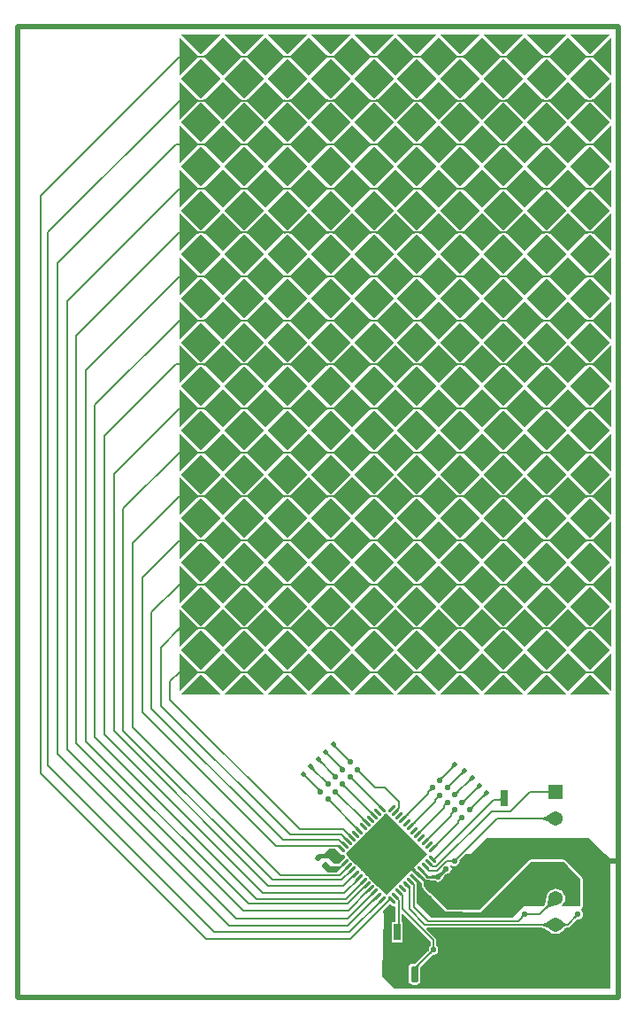
<source format=gtl>
G04*
G04 #@! TF.GenerationSoftware,Altium Limited,Altium Designer,23.8.1 (32)*
G04*
G04 Layer_Physical_Order=1*
G04 Layer_Color=255*
%FSLAX44Y44*%
%MOMM*%
G71*
G04*
G04 #@! TF.SameCoordinates,2FF213BD-71F3-435E-98A3-311B6935AF75*
G04*
G04*
G04 #@! TF.FilePolarity,Positive*
G04*
G01*
G75*
%ADD12C,0.2540*%
G04:AMPARAMS|DCode=15|XSize=0.27mm|YSize=0.86mm|CornerRadius=0.0338mm|HoleSize=0mm|Usage=FLASHONLY|Rotation=135.000|XOffset=0mm|YOffset=0mm|HoleType=Round|Shape=RoundedRectangle|*
%AMROUNDEDRECTD15*
21,1,0.2700,0.7925,0,0,135.0*
21,1,0.2025,0.8600,0,0,135.0*
1,1,0.0675,0.2086,0.3518*
1,1,0.0675,0.3518,0.2086*
1,1,0.0675,-0.2086,-0.3518*
1,1,0.0675,-0.3518,-0.2086*
%
%ADD15ROUNDEDRECTD15*%
G04:AMPARAMS|DCode=16|XSize=0.86mm|YSize=0.27mm|CornerRadius=0.0338mm|HoleSize=0mm|Usage=FLASHONLY|Rotation=135.000|XOffset=0mm|YOffset=0mm|HoleType=Round|Shape=RoundedRectangle|*
%AMROUNDEDRECTD16*
21,1,0.8600,0.2025,0,0,135.0*
21,1,0.7925,0.2700,0,0,135.0*
1,1,0.0675,-0.2086,0.3518*
1,1,0.0675,0.3518,-0.2086*
1,1,0.0675,0.2086,-0.3518*
1,1,0.0675,-0.3518,0.2086*
%
%ADD16ROUNDEDRECTD16*%
G04:AMPARAMS|DCode=17|XSize=1.6mm|YSize=0.7mm|CornerRadius=0.175mm|HoleSize=0mm|Usage=FLASHONLY|Rotation=90.000|XOffset=0mm|YOffset=0mm|HoleType=Round|Shape=RoundedRectangle|*
%AMROUNDEDRECTD17*
21,1,1.6000,0.3500,0,0,90.0*
21,1,1.2500,0.7000,0,0,90.0*
1,1,0.3500,0.1750,0.6250*
1,1,0.3500,0.1750,-0.6250*
1,1,0.3500,-0.1750,-0.6250*
1,1,0.3500,-0.1750,0.6250*
%
%ADD17ROUNDEDRECTD17*%
G04:AMPARAMS|DCode=18|XSize=0.5mm|YSize=0.5mm|CornerRadius=0.125mm|HoleSize=0mm|Usage=FLASHONLY|Rotation=270.000|XOffset=0mm|YOffset=0mm|HoleType=Round|Shape=RoundedRectangle|*
%AMROUNDEDRECTD18*
21,1,0.5000,0.2500,0,0,270.0*
21,1,0.2500,0.5000,0,0,270.0*
1,1,0.2500,-0.1250,-0.1250*
1,1,0.2500,-0.1250,0.1250*
1,1,0.2500,0.1250,0.1250*
1,1,0.2500,0.1250,-0.1250*
%
%ADD18ROUNDEDRECTD18*%
G04:AMPARAMS|DCode=19|XSize=0.5mm|YSize=0.5mm|CornerRadius=0.125mm|HoleSize=0mm|Usage=FLASHONLY|Rotation=45.000|XOffset=0mm|YOffset=0mm|HoleType=Round|Shape=RoundedRectangle|*
%AMROUNDEDRECTD19*
21,1,0.5000,0.2500,0,0,45.0*
21,1,0.2500,0.5000,0,0,45.0*
1,1,0.2500,0.1768,0.0000*
1,1,0.2500,0.0000,-0.1768*
1,1,0.2500,-0.1768,0.0000*
1,1,0.2500,0.0000,0.1768*
%
%ADD19ROUNDEDRECTD19*%
G04:AMPARAMS|DCode=20|XSize=0.5mm|YSize=0.5mm|CornerRadius=0.125mm|HoleSize=0mm|Usage=FLASHONLY|Rotation=135.000|XOffset=0mm|YOffset=0mm|HoleType=Round|Shape=RoundedRectangle|*
%AMROUNDEDRECTD20*
21,1,0.5000,0.2500,0,0,135.0*
21,1,0.2500,0.5000,0,0,135.0*
1,1,0.2500,0.0000,0.1768*
1,1,0.2500,0.1768,0.0000*
1,1,0.2500,0.0000,-0.1768*
1,1,0.2500,-0.1768,0.0000*
%
%ADD20ROUNDEDRECTD20*%
G04:AMPARAMS|DCode=21|XSize=0.5mm|YSize=0.5mm|CornerRadius=0.125mm|HoleSize=0mm|Usage=FLASHONLY|Rotation=180.000|XOffset=0mm|YOffset=0mm|HoleType=Round|Shape=RoundedRectangle|*
%AMROUNDEDRECTD21*
21,1,0.5000,0.2500,0,0,180.0*
21,1,0.2500,0.5000,0,0,180.0*
1,1,0.2500,-0.1250,0.1250*
1,1,0.2500,0.1250,0.1250*
1,1,0.2500,0.1250,-0.1250*
1,1,0.2500,-0.1250,-0.1250*
%
%ADD21ROUNDEDRECTD21*%
%ADD22R,0.6858X1.5748*%
%ADD32C,0.5000*%
%ADD33C,0.1500*%
G04:AMPARAMS|DCode=36|XSize=5.6mm|YSize=5.5mm|CornerRadius=0mm|HoleSize=0mm|Usage=FLASHONLY|Rotation=135.000|XOffset=0mm|YOffset=0mm|HoleType=Round|Shape=Rectangle|*
%AMROTATEDRECTD36*
4,1,4,3.9244,-0.0354,0.0354,-3.9244,-3.9244,0.0354,-0.0354,3.9244,3.9244,-0.0354,0.0*
%
%ADD36ROTATEDRECTD36*%

%AMCUSTOMSHAPE37*
4,1,4,-1.8900,0.0000,0.0000,-1.8900,1.8900,0.0000,0.0000,0.0000,-1.8900,0.0000,0.0*%
%ADD37CUSTOMSHAPE37*%

%AMCUSTOMSHAPE38*
4,1,4,-1.8900,0.0000,0.0000,0.0000,1.8900,0.0000,0.0000,1.8900,-1.8900,0.0000,0.0*%
%ADD38CUSTOMSHAPE38*%

%AMCUSTOMSHAPE39*
4,1,4,-1.8900,0.0000,0.0000,-1.8900,1.8900,0.0000,0.0000,1.8900,-1.8900,0.0000,0.0*%
%ADD39CUSTOMSHAPE39*%

%AMCUSTOMSHAPE40*
4,1,4,0.0000,1.8550,-1.8550,0.0000,0.0000,-1.8550,0.0000,0.0000,0.0000,1.8550,0.0*%
%ADD40CUSTOMSHAPE40*%

%AMCUSTOMSHAPE41*
4,1,4,0.0000,1.8550,-1.8550,0.0000,0.0000,-1.8550,1.8550,0.0000,0.0000,1.8550,0.0*%
%ADD41CUSTOMSHAPE41*%

%AMCUSTOMSHAPE42*
4,1,4,0.0000,-1.8550,1.8550,0.0000,0.0000,1.8550,0.0000,0.0000,0.0000,-1.8550,0.0*%
%ADD42CUSTOMSHAPE42*%

%AMCUSTOMSHAPE43*
4,1,4,0.0000,-1.8550,1.8550,0.0000,0.0000,1.8550,-1.8550,0.0000,0.0000,-1.8550,0.0*%
%ADD43CUSTOMSHAPE43*%

%ADD44R,1.3700X1.3700*%
%ADD45C,1.3700*%
%ADD46C,0.5000*%
G36*
X556191Y902458D02*
X556161Y902597D01*
X556071Y902721D01*
X555919Y902830D01*
X555708Y902925D01*
X555436Y903005D01*
X555104Y903070D01*
X554711Y903121D01*
X553744Y903180D01*
X553170Y903187D01*
X553170Y904687D01*
X553744Y904694D01*
X555104Y904803D01*
X555436Y904869D01*
X555708Y904949D01*
X555919Y905044D01*
X556071Y905153D01*
X556161Y905277D01*
X556191Y905415D01*
Y902458D01*
D02*
G37*
G36*
X514851D02*
X514821Y902597D01*
X514731Y902721D01*
X514580Y902830D01*
X514368Y902925D01*
X514096Y903005D01*
X513764Y903070D01*
X513371Y903121D01*
X512404Y903180D01*
X511830Y903187D01*
X511830Y904687D01*
X512404Y904694D01*
X513764Y904803D01*
X514096Y904869D01*
X514368Y904949D01*
X514580Y905044D01*
X514731Y905153D01*
X514821Y905277D01*
X514851Y905415D01*
Y902458D01*
D02*
G37*
G36*
X473512D02*
X473481Y902597D01*
X473391Y902721D01*
X473240Y902830D01*
X473028Y902925D01*
X472756Y903005D01*
X472424Y903070D01*
X472031Y903121D01*
X471064Y903180D01*
X470490Y903187D01*
X470490Y904687D01*
X471064Y904694D01*
X472424Y904803D01*
X472756Y904869D01*
X473028Y904949D01*
X473240Y905044D01*
X473391Y905153D01*
X473481Y905277D01*
X473512Y905415D01*
Y902458D01*
D02*
G37*
G36*
X432172D02*
X432141Y902597D01*
X432051Y902721D01*
X431900Y902830D01*
X431688Y902925D01*
X431416Y903005D01*
X431084Y903070D01*
X430691Y903121D01*
X429724Y903180D01*
X429150Y903187D01*
X429150Y904687D01*
X429724Y904694D01*
X431084Y904803D01*
X431416Y904869D01*
X431688Y904949D01*
X431900Y905044D01*
X432051Y905153D01*
X432141Y905277D01*
X432172Y905415D01*
Y902458D01*
D02*
G37*
G36*
X390832D02*
X390802Y902597D01*
X390711Y902721D01*
X390560Y902830D01*
X390348Y902925D01*
X390076Y903005D01*
X389744Y903070D01*
X389351Y903121D01*
X388384Y903180D01*
X387810Y903187D01*
X387810Y904687D01*
X388384Y904694D01*
X389744Y904803D01*
X390076Y904869D01*
X390348Y904949D01*
X390560Y905044D01*
X390711Y905153D01*
X390802Y905277D01*
X390832Y905415D01*
Y902458D01*
D02*
G37*
G36*
X349492D02*
X349462Y902597D01*
X349371Y902721D01*
X349220Y902830D01*
X349008Y902925D01*
X348736Y903005D01*
X348404Y903070D01*
X348011Y903121D01*
X347044Y903180D01*
X346470Y903187D01*
X346470Y904687D01*
X347044Y904694D01*
X348404Y904803D01*
X348736Y904869D01*
X349008Y904949D01*
X349220Y905044D01*
X349371Y905153D01*
X349462Y905277D01*
X349492Y905415D01*
Y902458D01*
D02*
G37*
G36*
X308152D02*
X308122Y902597D01*
X308031Y902721D01*
X307880Y902830D01*
X307668Y902925D01*
X307397Y903005D01*
X307064Y903070D01*
X306671Y903121D01*
X305704Y903180D01*
X305130Y903187D01*
X305131Y904687D01*
X305704Y904694D01*
X307064Y904803D01*
X307397Y904869D01*
X307668Y904949D01*
X307880Y905044D01*
X308031Y905153D01*
X308122Y905277D01*
X308152Y905415D01*
Y902458D01*
D02*
G37*
G36*
X266812D02*
X266782Y902597D01*
X266691Y902721D01*
X266540Y902830D01*
X266329Y902925D01*
X266057Y903005D01*
X265724Y903070D01*
X265331Y903121D01*
X264365Y903180D01*
X263790Y903187D01*
X263791Y904687D01*
X264365Y904694D01*
X265724Y904803D01*
X266057Y904869D01*
X266329Y904949D01*
X266540Y905044D01*
X266691Y905153D01*
X266782Y905277D01*
X266812Y905415D01*
Y902458D01*
D02*
G37*
G36*
X225472D02*
X225442Y902597D01*
X225351Y902721D01*
X225200Y902830D01*
X224989Y902925D01*
X224717Y903005D01*
X224384Y903070D01*
X223992Y903121D01*
X223025Y903180D01*
X222451Y903187D01*
X222451Y904687D01*
X223025Y904694D01*
X224384Y904803D01*
X224717Y904869D01*
X224989Y904949D01*
X225200Y905044D01*
X225351Y905153D01*
X225442Y905277D01*
X225472Y905415D01*
Y902458D01*
D02*
G37*
G36*
X184132D02*
X184102Y902597D01*
X184011Y902721D01*
X183860Y902830D01*
X183649Y902925D01*
X183377Y903005D01*
X183044Y903070D01*
X182652Y903121D01*
X181685Y903180D01*
X181111Y903187D01*
X181111Y904687D01*
X181685Y904694D01*
X183044Y904803D01*
X183377Y904869D01*
X183649Y904949D01*
X183860Y905044D01*
X184011Y905153D01*
X184102Y905277D01*
X184132Y905415D01*
Y902458D01*
D02*
G37*
G36*
X548867Y905294D02*
X548957Y905167D01*
X549107Y905054D01*
X549317Y904957D01*
X549587Y904874D01*
X549917Y904807D01*
X550307Y904754D01*
X551267Y904694D01*
X551837Y904687D01*
X551837Y903187D01*
X551267Y903179D01*
X549917Y903067D01*
X549587Y902999D01*
X549317Y902917D01*
X549107Y902819D01*
X548957Y902707D01*
X548867Y902579D01*
X548837Y902437D01*
X548837Y905437D01*
X548867Y905294D01*
D02*
G37*
G36*
X507527D02*
X507617Y905167D01*
X507767Y905054D01*
X507977Y904957D01*
X508247Y904874D01*
X508577Y904807D01*
X508967Y904754D01*
X509927Y904694D01*
X510497Y904687D01*
X510497Y903187D01*
X509927Y903179D01*
X508577Y903067D01*
X508247Y902999D01*
X507977Y902917D01*
X507767Y902819D01*
X507617Y902707D01*
X507527Y902579D01*
X507497Y902437D01*
X507497Y905437D01*
X507527Y905294D01*
D02*
G37*
G36*
X466187D02*
X466277Y905167D01*
X466427Y905054D01*
X466637Y904957D01*
X466907Y904874D01*
X467237Y904807D01*
X467627Y904754D01*
X468587Y904694D01*
X469157Y904687D01*
X469157Y903187D01*
X468587Y903179D01*
X467237Y903067D01*
X466907Y902999D01*
X466637Y902917D01*
X466427Y902819D01*
X466277Y902707D01*
X466187Y902579D01*
X466157Y902437D01*
X466157Y905437D01*
X466187Y905294D01*
D02*
G37*
G36*
X424847D02*
X424937Y905167D01*
X425087Y905054D01*
X425297Y904957D01*
X425567Y904874D01*
X425897Y904807D01*
X426287Y904754D01*
X427247Y904694D01*
X427817Y904687D01*
X427817Y903187D01*
X427247Y903179D01*
X425897Y903067D01*
X425567Y902999D01*
X425297Y902917D01*
X425087Y902819D01*
X424937Y902707D01*
X424847Y902579D01*
X424817Y902437D01*
X424817Y905437D01*
X424847Y905294D01*
D02*
G37*
G36*
X383507D02*
X383597Y905167D01*
X383747Y905054D01*
X383957Y904957D01*
X384227Y904874D01*
X384557Y904807D01*
X384947Y904754D01*
X385907Y904694D01*
X386477Y904687D01*
X386477Y903187D01*
X385907Y903179D01*
X384557Y903067D01*
X384227Y902999D01*
X383957Y902917D01*
X383747Y902819D01*
X383597Y902707D01*
X383507Y902579D01*
X383477Y902437D01*
X383477Y905437D01*
X383507Y905294D01*
D02*
G37*
G36*
X342167D02*
X342257Y905167D01*
X342407Y905054D01*
X342617Y904957D01*
X342887Y904874D01*
X343217Y904807D01*
X343607Y904754D01*
X344567Y904694D01*
X345137Y904687D01*
X345137Y903187D01*
X344567Y903179D01*
X343217Y903067D01*
X342887Y902999D01*
X342617Y902917D01*
X342407Y902819D01*
X342257Y902707D01*
X342167Y902579D01*
X342137Y902437D01*
X342137Y905437D01*
X342167Y905294D01*
D02*
G37*
G36*
X300827D02*
X300917Y905167D01*
X301067Y905054D01*
X301277Y904957D01*
X301547Y904874D01*
X301877Y904807D01*
X302267Y904754D01*
X303227Y904694D01*
X303797Y904687D01*
X303797Y903187D01*
X303227Y903179D01*
X301877Y903067D01*
X301547Y902999D01*
X301277Y902917D01*
X301067Y902819D01*
X300917Y902707D01*
X300827Y902579D01*
X300797Y902437D01*
X300797Y905437D01*
X300827Y905294D01*
D02*
G37*
G36*
X259487D02*
X259577Y905167D01*
X259727Y905054D01*
X259937Y904957D01*
X260207Y904874D01*
X260537Y904807D01*
X260927Y904754D01*
X261887Y904694D01*
X262457Y904687D01*
X262457Y903187D01*
X261887Y903179D01*
X260537Y903067D01*
X260207Y902999D01*
X259937Y902917D01*
X259727Y902819D01*
X259577Y902707D01*
X259487Y902579D01*
X259457Y902437D01*
X259457Y905437D01*
X259487Y905294D01*
D02*
G37*
G36*
X218147D02*
X218237Y905167D01*
X218387Y905054D01*
X218597Y904957D01*
X218867Y904874D01*
X219197Y904807D01*
X219587Y904754D01*
X220547Y904694D01*
X221117Y904687D01*
X221117Y903187D01*
X220547Y903179D01*
X219197Y903067D01*
X218867Y902999D01*
X218597Y902917D01*
X218387Y902819D01*
X218237Y902707D01*
X218147Y902579D01*
X218117Y902437D01*
X218117Y905437D01*
X218147Y905294D01*
D02*
G37*
G36*
X176807D02*
X176898Y905167D01*
X177048Y905054D01*
X177257Y904957D01*
X177528Y904874D01*
X177857Y904807D01*
X178248Y904754D01*
X179207Y904694D01*
X179778Y904687D01*
X179778Y903187D01*
X179207Y903179D01*
X177857Y903067D01*
X177528Y902999D01*
X177257Y902917D01*
X177048Y902819D01*
X176898Y902707D01*
X176807Y902579D01*
X176777Y902437D01*
X176777Y905437D01*
X176807Y905294D01*
D02*
G37*
G36*
X556191Y860418D02*
X556161Y860557D01*
X556071Y860681D01*
X555919Y860790D01*
X555708Y860885D01*
X555436Y860965D01*
X555104Y861030D01*
X554711Y861081D01*
X553744Y861140D01*
X553170Y861147D01*
X553170Y862647D01*
X553744Y862654D01*
X555104Y862764D01*
X555436Y862829D01*
X555708Y862909D01*
X555919Y863004D01*
X556071Y863113D01*
X556161Y863237D01*
X556191Y863375D01*
Y860418D01*
D02*
G37*
G36*
X514851D02*
X514821Y860557D01*
X514731Y860681D01*
X514580Y860790D01*
X514368Y860885D01*
X514096Y860965D01*
X513764Y861030D01*
X513371Y861081D01*
X512404Y861140D01*
X511830Y861147D01*
X511830Y862647D01*
X512404Y862654D01*
X513764Y862764D01*
X514096Y862829D01*
X514368Y862909D01*
X514580Y863004D01*
X514731Y863113D01*
X514821Y863237D01*
X514851Y863375D01*
Y860418D01*
D02*
G37*
G36*
X473512D02*
X473481Y860557D01*
X473391Y860681D01*
X473240Y860790D01*
X473028Y860885D01*
X472756Y860965D01*
X472424Y861030D01*
X472031Y861081D01*
X471064Y861140D01*
X470490Y861147D01*
X470490Y862647D01*
X471064Y862654D01*
X472424Y862764D01*
X472756Y862829D01*
X473028Y862909D01*
X473240Y863004D01*
X473391Y863113D01*
X473481Y863237D01*
X473512Y863375D01*
Y860418D01*
D02*
G37*
G36*
X432172D02*
X432141Y860557D01*
X432051Y860681D01*
X431900Y860790D01*
X431688Y860885D01*
X431416Y860965D01*
X431084Y861030D01*
X430691Y861081D01*
X429724Y861140D01*
X429150Y861147D01*
X429150Y862647D01*
X429724Y862654D01*
X431084Y862764D01*
X431416Y862829D01*
X431688Y862909D01*
X431900Y863004D01*
X432051Y863113D01*
X432141Y863237D01*
X432172Y863375D01*
Y860418D01*
D02*
G37*
G36*
X390832D02*
X390802Y860557D01*
X390711Y860681D01*
X390560Y860790D01*
X390348Y860885D01*
X390076Y860965D01*
X389744Y861030D01*
X389351Y861081D01*
X388384Y861140D01*
X387810Y861147D01*
X387810Y862647D01*
X388384Y862654D01*
X389744Y862764D01*
X390076Y862829D01*
X390348Y862909D01*
X390560Y863004D01*
X390711Y863113D01*
X390802Y863237D01*
X390832Y863375D01*
Y860418D01*
D02*
G37*
G36*
X349492D02*
X349462Y860557D01*
X349371Y860681D01*
X349220Y860790D01*
X349008Y860885D01*
X348736Y860965D01*
X348404Y861030D01*
X348011Y861081D01*
X347044Y861140D01*
X346470Y861147D01*
X346470Y862647D01*
X347044Y862654D01*
X348404Y862764D01*
X348736Y862829D01*
X349008Y862909D01*
X349220Y863004D01*
X349371Y863113D01*
X349462Y863237D01*
X349492Y863375D01*
Y860418D01*
D02*
G37*
G36*
X308152D02*
X308122Y860557D01*
X308031Y860681D01*
X307880Y860790D01*
X307668Y860885D01*
X307397Y860965D01*
X307064Y861030D01*
X306671Y861081D01*
X305704Y861140D01*
X305130Y861147D01*
X305131Y862647D01*
X305704Y862654D01*
X307064Y862764D01*
X307397Y862829D01*
X307668Y862909D01*
X307880Y863004D01*
X308031Y863113D01*
X308122Y863237D01*
X308152Y863375D01*
Y860418D01*
D02*
G37*
G36*
X266812D02*
X266782Y860557D01*
X266691Y860681D01*
X266540Y860790D01*
X266329Y860885D01*
X266057Y860965D01*
X265724Y861030D01*
X265331Y861081D01*
X264365Y861140D01*
X263790Y861147D01*
X263791Y862647D01*
X264365Y862654D01*
X265724Y862764D01*
X266057Y862829D01*
X266329Y862909D01*
X266540Y863004D01*
X266691Y863113D01*
X266782Y863237D01*
X266812Y863375D01*
Y860418D01*
D02*
G37*
G36*
X225472D02*
X225442Y860557D01*
X225351Y860681D01*
X225200Y860790D01*
X224989Y860885D01*
X224717Y860965D01*
X224384Y861030D01*
X223992Y861081D01*
X223025Y861140D01*
X222451Y861147D01*
X222451Y862647D01*
X223025Y862654D01*
X224384Y862764D01*
X224717Y862829D01*
X224989Y862909D01*
X225200Y863004D01*
X225351Y863113D01*
X225442Y863237D01*
X225472Y863375D01*
Y860418D01*
D02*
G37*
G36*
X184132D02*
X184102Y860557D01*
X184011Y860681D01*
X183860Y860790D01*
X183649Y860885D01*
X183377Y860965D01*
X183044Y861030D01*
X182652Y861081D01*
X181685Y861140D01*
X181111Y861147D01*
X181111Y862647D01*
X181685Y862654D01*
X183044Y862764D01*
X183377Y862829D01*
X183649Y862909D01*
X183860Y863004D01*
X184011Y863113D01*
X184102Y863237D01*
X184132Y863375D01*
Y860418D01*
D02*
G37*
G36*
X548867Y863254D02*
X548957Y863127D01*
X549107Y863014D01*
X549317Y862917D01*
X549587Y862834D01*
X549917Y862767D01*
X550307Y862714D01*
X551267Y862654D01*
X551837Y862647D01*
X551837Y861147D01*
X551267Y861139D01*
X549917Y861027D01*
X549587Y860959D01*
X549317Y860877D01*
X549107Y860779D01*
X548957Y860667D01*
X548867Y860539D01*
X548837Y860397D01*
X548837Y863397D01*
X548867Y863254D01*
D02*
G37*
G36*
X507527D02*
X507617Y863127D01*
X507767Y863014D01*
X507977Y862917D01*
X508247Y862834D01*
X508577Y862767D01*
X508967Y862714D01*
X509927Y862654D01*
X510497Y862647D01*
X510497Y861147D01*
X509927Y861139D01*
X508577Y861027D01*
X508247Y860959D01*
X507977Y860877D01*
X507767Y860779D01*
X507617Y860667D01*
X507527Y860539D01*
X507497Y860397D01*
X507497Y863397D01*
X507527Y863254D01*
D02*
G37*
G36*
X466187D02*
X466277Y863127D01*
X466427Y863014D01*
X466637Y862917D01*
X466907Y862834D01*
X467237Y862767D01*
X467627Y862714D01*
X468587Y862654D01*
X469157Y862647D01*
X469157Y861147D01*
X468587Y861139D01*
X467237Y861027D01*
X466907Y860959D01*
X466637Y860877D01*
X466427Y860779D01*
X466277Y860667D01*
X466187Y860539D01*
X466157Y860397D01*
X466157Y863397D01*
X466187Y863254D01*
D02*
G37*
G36*
X424847D02*
X424937Y863127D01*
X425087Y863014D01*
X425297Y862917D01*
X425567Y862834D01*
X425897Y862767D01*
X426287Y862714D01*
X427247Y862654D01*
X427817Y862647D01*
X427817Y861147D01*
X427247Y861139D01*
X425897Y861027D01*
X425567Y860959D01*
X425297Y860877D01*
X425087Y860779D01*
X424937Y860667D01*
X424847Y860539D01*
X424817Y860397D01*
X424817Y863397D01*
X424847Y863254D01*
D02*
G37*
G36*
X383507D02*
X383597Y863127D01*
X383747Y863014D01*
X383957Y862917D01*
X384227Y862834D01*
X384557Y862767D01*
X384947Y862714D01*
X385907Y862654D01*
X386477Y862647D01*
X386477Y861147D01*
X385907Y861139D01*
X384557Y861027D01*
X384227Y860959D01*
X383957Y860877D01*
X383747Y860779D01*
X383597Y860667D01*
X383507Y860539D01*
X383477Y860397D01*
X383477Y863397D01*
X383507Y863254D01*
D02*
G37*
G36*
X342167D02*
X342257Y863127D01*
X342407Y863014D01*
X342617Y862917D01*
X342887Y862834D01*
X343217Y862767D01*
X343607Y862714D01*
X344567Y862654D01*
X345137Y862647D01*
X345137Y861147D01*
X344567Y861139D01*
X343217Y861027D01*
X342887Y860959D01*
X342617Y860877D01*
X342407Y860779D01*
X342257Y860667D01*
X342167Y860539D01*
X342137Y860397D01*
X342137Y863397D01*
X342167Y863254D01*
D02*
G37*
G36*
X300827D02*
X300917Y863127D01*
X301067Y863014D01*
X301277Y862917D01*
X301547Y862834D01*
X301877Y862767D01*
X302267Y862714D01*
X303227Y862654D01*
X303797Y862647D01*
X303797Y861147D01*
X303227Y861139D01*
X301877Y861027D01*
X301547Y860959D01*
X301277Y860877D01*
X301067Y860779D01*
X300917Y860667D01*
X300827Y860539D01*
X300797Y860397D01*
X300797Y863397D01*
X300827Y863254D01*
D02*
G37*
G36*
X259487D02*
X259577Y863127D01*
X259727Y863014D01*
X259937Y862917D01*
X260207Y862834D01*
X260537Y862767D01*
X260927Y862714D01*
X261887Y862654D01*
X262457Y862647D01*
X262457Y861147D01*
X261887Y861139D01*
X260537Y861027D01*
X260207Y860959D01*
X259937Y860877D01*
X259727Y860779D01*
X259577Y860667D01*
X259487Y860539D01*
X259457Y860397D01*
X259457Y863397D01*
X259487Y863254D01*
D02*
G37*
G36*
X218147D02*
X218237Y863127D01*
X218387Y863014D01*
X218597Y862917D01*
X218867Y862834D01*
X219197Y862767D01*
X219587Y862714D01*
X220547Y862654D01*
X221117Y862647D01*
X221117Y861147D01*
X220547Y861139D01*
X219197Y861027D01*
X218867Y860959D01*
X218597Y860877D01*
X218387Y860779D01*
X218237Y860667D01*
X218147Y860539D01*
X218117Y860397D01*
X218117Y863397D01*
X218147Y863254D01*
D02*
G37*
G36*
X176807D02*
X176898Y863127D01*
X177048Y863014D01*
X177257Y862917D01*
X177528Y862834D01*
X177857Y862767D01*
X178248Y862714D01*
X179207Y862654D01*
X179778Y862647D01*
X179778Y861147D01*
X179207Y861139D01*
X177857Y861027D01*
X177528Y860959D01*
X177257Y860877D01*
X177048Y860779D01*
X176898Y860667D01*
X176807Y860539D01*
X176777Y860397D01*
X176777Y863397D01*
X176807Y863254D01*
D02*
G37*
G36*
X556191Y818379D02*
X556161Y818517D01*
X556071Y818641D01*
X555919Y818750D01*
X555708Y818845D01*
X555436Y818925D01*
X555104Y818990D01*
X554711Y819041D01*
X553744Y819100D01*
X553170Y819107D01*
X553170Y820607D01*
X553744Y820614D01*
X555104Y820723D01*
X555436Y820789D01*
X555708Y820869D01*
X555919Y820964D01*
X556071Y821073D01*
X556161Y821197D01*
X556191Y821335D01*
Y818379D01*
D02*
G37*
G36*
X514851D02*
X514821Y818517D01*
X514731Y818641D01*
X514580Y818750D01*
X514368Y818845D01*
X514096Y818925D01*
X513764Y818990D01*
X513371Y819041D01*
X512404Y819100D01*
X511830Y819107D01*
X511830Y820607D01*
X512404Y820614D01*
X513764Y820723D01*
X514096Y820789D01*
X514368Y820869D01*
X514580Y820964D01*
X514731Y821073D01*
X514821Y821197D01*
X514851Y821335D01*
Y818379D01*
D02*
G37*
G36*
X473512D02*
X473481Y818517D01*
X473391Y818641D01*
X473240Y818750D01*
X473028Y818845D01*
X472756Y818925D01*
X472424Y818990D01*
X472031Y819041D01*
X471064Y819100D01*
X470490Y819107D01*
X470490Y820607D01*
X471064Y820614D01*
X472424Y820723D01*
X472756Y820789D01*
X473028Y820869D01*
X473240Y820964D01*
X473391Y821073D01*
X473481Y821197D01*
X473512Y821335D01*
Y818379D01*
D02*
G37*
G36*
X432172D02*
X432141Y818517D01*
X432051Y818641D01*
X431900Y818750D01*
X431688Y818845D01*
X431416Y818925D01*
X431084Y818990D01*
X430691Y819041D01*
X429724Y819100D01*
X429150Y819107D01*
X429150Y820607D01*
X429724Y820614D01*
X431084Y820723D01*
X431416Y820789D01*
X431688Y820869D01*
X431900Y820964D01*
X432051Y821073D01*
X432141Y821197D01*
X432172Y821335D01*
Y818379D01*
D02*
G37*
G36*
X390832D02*
X390802Y818517D01*
X390711Y818641D01*
X390560Y818750D01*
X390348Y818845D01*
X390076Y818925D01*
X389744Y818990D01*
X389351Y819041D01*
X388384Y819100D01*
X387810Y819107D01*
X387810Y820607D01*
X388384Y820614D01*
X389744Y820723D01*
X390076Y820789D01*
X390348Y820869D01*
X390560Y820964D01*
X390711Y821073D01*
X390802Y821197D01*
X390832Y821335D01*
Y818379D01*
D02*
G37*
G36*
X349492D02*
X349462Y818517D01*
X349371Y818641D01*
X349220Y818750D01*
X349008Y818845D01*
X348736Y818925D01*
X348404Y818990D01*
X348011Y819041D01*
X347044Y819100D01*
X346470Y819107D01*
X346470Y820607D01*
X347044Y820614D01*
X348404Y820723D01*
X348736Y820789D01*
X349008Y820869D01*
X349220Y820964D01*
X349371Y821073D01*
X349462Y821197D01*
X349492Y821335D01*
Y818379D01*
D02*
G37*
G36*
X308152D02*
X308122Y818517D01*
X308031Y818641D01*
X307880Y818750D01*
X307668Y818845D01*
X307397Y818925D01*
X307064Y818990D01*
X306671Y819041D01*
X305704Y819100D01*
X305130Y819107D01*
X305131Y820607D01*
X305704Y820614D01*
X307064Y820723D01*
X307397Y820789D01*
X307668Y820869D01*
X307880Y820964D01*
X308031Y821073D01*
X308122Y821197D01*
X308152Y821335D01*
Y818379D01*
D02*
G37*
G36*
X266812D02*
X266782Y818517D01*
X266691Y818641D01*
X266540Y818750D01*
X266329Y818845D01*
X266057Y818925D01*
X265724Y818990D01*
X265331Y819041D01*
X264365Y819100D01*
X263790Y819107D01*
X263791Y820607D01*
X264365Y820614D01*
X265724Y820723D01*
X266057Y820789D01*
X266329Y820869D01*
X266540Y820964D01*
X266691Y821073D01*
X266782Y821197D01*
X266812Y821335D01*
Y818379D01*
D02*
G37*
G36*
X225472D02*
X225442Y818517D01*
X225351Y818641D01*
X225200Y818750D01*
X224989Y818845D01*
X224717Y818925D01*
X224384Y818990D01*
X223992Y819041D01*
X223025Y819100D01*
X222451Y819107D01*
X222451Y820607D01*
X223025Y820614D01*
X224384Y820723D01*
X224717Y820789D01*
X224989Y820869D01*
X225200Y820964D01*
X225351Y821073D01*
X225442Y821197D01*
X225472Y821335D01*
Y818379D01*
D02*
G37*
G36*
X184132D02*
X184102Y818517D01*
X184011Y818641D01*
X183860Y818750D01*
X183649Y818845D01*
X183377Y818925D01*
X183044Y818990D01*
X182652Y819041D01*
X181685Y819100D01*
X181111Y819107D01*
X181111Y820607D01*
X181685Y820614D01*
X183044Y820723D01*
X183377Y820789D01*
X183649Y820869D01*
X183860Y820964D01*
X184011Y821073D01*
X184102Y821197D01*
X184132Y821335D01*
Y818379D01*
D02*
G37*
G36*
X548867Y821214D02*
X548957Y821087D01*
X549107Y820974D01*
X549317Y820877D01*
X549587Y820794D01*
X549917Y820727D01*
X550307Y820674D01*
X551267Y820614D01*
X551837Y820607D01*
X551837Y819107D01*
X551267Y819099D01*
X549917Y818987D01*
X549587Y818919D01*
X549317Y818837D01*
X549107Y818739D01*
X548957Y818627D01*
X548867Y818499D01*
X548837Y818357D01*
X548837Y821357D01*
X548867Y821214D01*
D02*
G37*
G36*
X507527D02*
X507617Y821087D01*
X507767Y820974D01*
X507977Y820877D01*
X508247Y820794D01*
X508577Y820727D01*
X508967Y820674D01*
X509927Y820614D01*
X510497Y820607D01*
X510497Y819107D01*
X509927Y819099D01*
X508577Y818987D01*
X508247Y818919D01*
X507977Y818837D01*
X507767Y818739D01*
X507617Y818627D01*
X507527Y818499D01*
X507497Y818357D01*
X507497Y821357D01*
X507527Y821214D01*
D02*
G37*
G36*
X466187D02*
X466277Y821087D01*
X466427Y820974D01*
X466637Y820877D01*
X466907Y820794D01*
X467237Y820727D01*
X467627Y820674D01*
X468587Y820614D01*
X469157Y820607D01*
X469157Y819107D01*
X468587Y819099D01*
X467237Y818987D01*
X466907Y818919D01*
X466637Y818837D01*
X466427Y818739D01*
X466277Y818627D01*
X466187Y818499D01*
X466157Y818357D01*
X466157Y821357D01*
X466187Y821214D01*
D02*
G37*
G36*
X424847D02*
X424937Y821087D01*
X425087Y820974D01*
X425297Y820877D01*
X425567Y820794D01*
X425897Y820727D01*
X426287Y820674D01*
X427247Y820614D01*
X427817Y820607D01*
X427817Y819107D01*
X427247Y819099D01*
X425897Y818987D01*
X425567Y818919D01*
X425297Y818837D01*
X425087Y818739D01*
X424937Y818627D01*
X424847Y818499D01*
X424817Y818357D01*
X424817Y821357D01*
X424847Y821214D01*
D02*
G37*
G36*
X383507D02*
X383597Y821087D01*
X383747Y820974D01*
X383957Y820877D01*
X384227Y820794D01*
X384557Y820727D01*
X384947Y820674D01*
X385907Y820614D01*
X386477Y820607D01*
X386477Y819107D01*
X385907Y819099D01*
X384557Y818987D01*
X384227Y818919D01*
X383957Y818837D01*
X383747Y818739D01*
X383597Y818627D01*
X383507Y818499D01*
X383477Y818357D01*
X383477Y821357D01*
X383507Y821214D01*
D02*
G37*
G36*
X342167D02*
X342257Y821087D01*
X342407Y820974D01*
X342617Y820877D01*
X342887Y820794D01*
X343217Y820727D01*
X343607Y820674D01*
X344567Y820614D01*
X345137Y820607D01*
X345137Y819107D01*
X344567Y819099D01*
X343217Y818987D01*
X342887Y818919D01*
X342617Y818837D01*
X342407Y818739D01*
X342257Y818627D01*
X342167Y818499D01*
X342137Y818357D01*
X342137Y821357D01*
X342167Y821214D01*
D02*
G37*
G36*
X300827D02*
X300917Y821087D01*
X301067Y820974D01*
X301277Y820877D01*
X301547Y820794D01*
X301877Y820727D01*
X302267Y820674D01*
X303227Y820614D01*
X303797Y820607D01*
X303797Y819107D01*
X303227Y819099D01*
X301877Y818987D01*
X301547Y818919D01*
X301277Y818837D01*
X301067Y818739D01*
X300917Y818627D01*
X300827Y818499D01*
X300797Y818357D01*
X300797Y821357D01*
X300827Y821214D01*
D02*
G37*
G36*
X259487D02*
X259577Y821087D01*
X259727Y820974D01*
X259937Y820877D01*
X260207Y820794D01*
X260537Y820727D01*
X260927Y820674D01*
X261887Y820614D01*
X262457Y820607D01*
X262457Y819107D01*
X261887Y819099D01*
X260537Y818987D01*
X260207Y818919D01*
X259937Y818837D01*
X259727Y818739D01*
X259577Y818627D01*
X259487Y818499D01*
X259457Y818357D01*
X259457Y821357D01*
X259487Y821214D01*
D02*
G37*
G36*
X218147D02*
X218237Y821087D01*
X218387Y820974D01*
X218597Y820877D01*
X218867Y820794D01*
X219197Y820727D01*
X219587Y820674D01*
X220547Y820614D01*
X221117Y820607D01*
X221117Y819107D01*
X220547Y819099D01*
X219197Y818987D01*
X218867Y818919D01*
X218597Y818837D01*
X218387Y818739D01*
X218237Y818627D01*
X218147Y818499D01*
X218117Y818357D01*
X218117Y821357D01*
X218147Y821214D01*
D02*
G37*
G36*
X176807D02*
X176898Y821087D01*
X177048Y820974D01*
X177257Y820877D01*
X177528Y820794D01*
X177857Y820727D01*
X178248Y820674D01*
X179207Y820614D01*
X179778Y820607D01*
X179778Y819107D01*
X179207Y819099D01*
X177857Y818987D01*
X177528Y818919D01*
X177257Y818837D01*
X177048Y818739D01*
X176898Y818627D01*
X176807Y818499D01*
X176777Y818357D01*
X176777Y821357D01*
X176807Y821214D01*
D02*
G37*
G36*
X556191Y776339D02*
X556161Y776477D01*
X556071Y776601D01*
X555919Y776710D01*
X555708Y776805D01*
X555436Y776885D01*
X555104Y776950D01*
X554711Y777001D01*
X553744Y777060D01*
X553170Y777067D01*
X553170Y778567D01*
X553744Y778574D01*
X555104Y778683D01*
X555436Y778749D01*
X555708Y778829D01*
X555919Y778924D01*
X556071Y779033D01*
X556161Y779157D01*
X556191Y779295D01*
Y776339D01*
D02*
G37*
G36*
X514851D02*
X514821Y776477D01*
X514731Y776601D01*
X514580Y776710D01*
X514368Y776805D01*
X514096Y776885D01*
X513764Y776950D01*
X513371Y777001D01*
X512404Y777060D01*
X511830Y777067D01*
X511830Y778567D01*
X512404Y778574D01*
X513764Y778683D01*
X514096Y778749D01*
X514368Y778829D01*
X514580Y778924D01*
X514731Y779033D01*
X514821Y779157D01*
X514851Y779295D01*
Y776339D01*
D02*
G37*
G36*
X473512D02*
X473481Y776477D01*
X473391Y776601D01*
X473240Y776710D01*
X473028Y776805D01*
X472756Y776885D01*
X472424Y776950D01*
X472031Y777001D01*
X471064Y777060D01*
X470490Y777067D01*
X470490Y778567D01*
X471064Y778574D01*
X472424Y778683D01*
X472756Y778749D01*
X473028Y778829D01*
X473240Y778924D01*
X473391Y779033D01*
X473481Y779157D01*
X473512Y779295D01*
Y776339D01*
D02*
G37*
G36*
X432172D02*
X432141Y776477D01*
X432051Y776601D01*
X431900Y776710D01*
X431688Y776805D01*
X431416Y776885D01*
X431084Y776950D01*
X430691Y777001D01*
X429724Y777060D01*
X429150Y777067D01*
X429150Y778567D01*
X429724Y778574D01*
X431084Y778683D01*
X431416Y778749D01*
X431688Y778829D01*
X431900Y778924D01*
X432051Y779033D01*
X432141Y779157D01*
X432172Y779295D01*
Y776339D01*
D02*
G37*
G36*
X390832D02*
X390802Y776477D01*
X390711Y776601D01*
X390560Y776710D01*
X390348Y776805D01*
X390076Y776885D01*
X389744Y776950D01*
X389351Y777001D01*
X388384Y777060D01*
X387810Y777067D01*
X387810Y778567D01*
X388384Y778574D01*
X389744Y778683D01*
X390076Y778749D01*
X390348Y778829D01*
X390560Y778924D01*
X390711Y779033D01*
X390802Y779157D01*
X390832Y779295D01*
Y776339D01*
D02*
G37*
G36*
X349492D02*
X349462Y776477D01*
X349371Y776601D01*
X349220Y776710D01*
X349008Y776805D01*
X348736Y776885D01*
X348404Y776950D01*
X348011Y777001D01*
X347044Y777060D01*
X346470Y777067D01*
X346470Y778567D01*
X347044Y778574D01*
X348404Y778683D01*
X348736Y778749D01*
X349008Y778829D01*
X349220Y778924D01*
X349371Y779033D01*
X349462Y779157D01*
X349492Y779295D01*
Y776339D01*
D02*
G37*
G36*
X308152D02*
X308122Y776477D01*
X308031Y776601D01*
X307880Y776710D01*
X307668Y776805D01*
X307397Y776885D01*
X307064Y776950D01*
X306671Y777001D01*
X305704Y777060D01*
X305130Y777067D01*
X305131Y778567D01*
X305704Y778574D01*
X307064Y778683D01*
X307397Y778749D01*
X307668Y778829D01*
X307880Y778924D01*
X308031Y779033D01*
X308122Y779157D01*
X308152Y779295D01*
Y776339D01*
D02*
G37*
G36*
X266812D02*
X266782Y776477D01*
X266691Y776601D01*
X266540Y776710D01*
X266329Y776805D01*
X266057Y776885D01*
X265724Y776950D01*
X265331Y777001D01*
X264365Y777060D01*
X263790Y777067D01*
X263791Y778567D01*
X264365Y778574D01*
X265724Y778683D01*
X266057Y778749D01*
X266329Y778829D01*
X266540Y778924D01*
X266691Y779033D01*
X266782Y779157D01*
X266812Y779295D01*
Y776339D01*
D02*
G37*
G36*
X225472D02*
X225442Y776477D01*
X225351Y776601D01*
X225200Y776710D01*
X224989Y776805D01*
X224717Y776885D01*
X224384Y776950D01*
X223992Y777001D01*
X223025Y777060D01*
X222451Y777067D01*
X222451Y778567D01*
X223025Y778574D01*
X224384Y778683D01*
X224717Y778749D01*
X224989Y778829D01*
X225200Y778924D01*
X225351Y779033D01*
X225442Y779157D01*
X225472Y779295D01*
Y776339D01*
D02*
G37*
G36*
X184132D02*
X184102Y776477D01*
X184011Y776601D01*
X183860Y776710D01*
X183649Y776805D01*
X183377Y776885D01*
X183044Y776950D01*
X182652Y777001D01*
X181685Y777060D01*
X181111Y777067D01*
X181111Y778567D01*
X181685Y778574D01*
X183044Y778683D01*
X183377Y778749D01*
X183649Y778829D01*
X183860Y778924D01*
X184011Y779033D01*
X184102Y779157D01*
X184132Y779295D01*
Y776339D01*
D02*
G37*
G36*
X548867Y779174D02*
X548957Y779047D01*
X549107Y778934D01*
X549317Y778837D01*
X549587Y778754D01*
X549917Y778687D01*
X550307Y778634D01*
X551267Y778574D01*
X551837Y778567D01*
X551837Y777067D01*
X551267Y777059D01*
X549917Y776947D01*
X549587Y776879D01*
X549317Y776797D01*
X549107Y776699D01*
X548957Y776587D01*
X548867Y776459D01*
X548837Y776317D01*
X548837Y779317D01*
X548867Y779174D01*
D02*
G37*
G36*
X507527D02*
X507617Y779047D01*
X507767Y778934D01*
X507977Y778837D01*
X508247Y778754D01*
X508577Y778687D01*
X508967Y778634D01*
X509927Y778574D01*
X510497Y778567D01*
X510497Y777067D01*
X509927Y777059D01*
X508577Y776947D01*
X508247Y776879D01*
X507977Y776797D01*
X507767Y776699D01*
X507617Y776587D01*
X507527Y776459D01*
X507497Y776317D01*
X507497Y779317D01*
X507527Y779174D01*
D02*
G37*
G36*
X466187D02*
X466277Y779047D01*
X466427Y778934D01*
X466637Y778837D01*
X466907Y778754D01*
X467237Y778687D01*
X467627Y778634D01*
X468587Y778574D01*
X469157Y778567D01*
X469157Y777067D01*
X468587Y777059D01*
X467237Y776947D01*
X466907Y776879D01*
X466637Y776797D01*
X466427Y776699D01*
X466277Y776587D01*
X466187Y776459D01*
X466157Y776317D01*
X466157Y779317D01*
X466187Y779174D01*
D02*
G37*
G36*
X424847D02*
X424937Y779047D01*
X425087Y778934D01*
X425297Y778837D01*
X425567Y778754D01*
X425897Y778687D01*
X426287Y778634D01*
X427247Y778574D01*
X427817Y778567D01*
X427817Y777067D01*
X427247Y777059D01*
X425897Y776947D01*
X425567Y776879D01*
X425297Y776797D01*
X425087Y776699D01*
X424937Y776587D01*
X424847Y776459D01*
X424817Y776317D01*
X424817Y779317D01*
X424847Y779174D01*
D02*
G37*
G36*
X383507D02*
X383597Y779047D01*
X383747Y778934D01*
X383957Y778837D01*
X384227Y778754D01*
X384557Y778687D01*
X384947Y778634D01*
X385907Y778574D01*
X386477Y778567D01*
X386477Y777067D01*
X385907Y777059D01*
X384557Y776947D01*
X384227Y776879D01*
X383957Y776797D01*
X383747Y776699D01*
X383597Y776587D01*
X383507Y776459D01*
X383477Y776317D01*
X383477Y779317D01*
X383507Y779174D01*
D02*
G37*
G36*
X342167D02*
X342257Y779047D01*
X342407Y778934D01*
X342617Y778837D01*
X342887Y778754D01*
X343217Y778687D01*
X343607Y778634D01*
X344567Y778574D01*
X345137Y778567D01*
X345137Y777067D01*
X344567Y777059D01*
X343217Y776947D01*
X342887Y776879D01*
X342617Y776797D01*
X342407Y776699D01*
X342257Y776587D01*
X342167Y776459D01*
X342137Y776317D01*
X342137Y779317D01*
X342167Y779174D01*
D02*
G37*
G36*
X300827D02*
X300917Y779047D01*
X301067Y778934D01*
X301277Y778837D01*
X301547Y778754D01*
X301877Y778687D01*
X302267Y778634D01*
X303227Y778574D01*
X303797Y778567D01*
X303797Y777067D01*
X303227Y777059D01*
X301877Y776947D01*
X301547Y776879D01*
X301277Y776797D01*
X301067Y776699D01*
X300917Y776587D01*
X300827Y776459D01*
X300797Y776317D01*
X300797Y779317D01*
X300827Y779174D01*
D02*
G37*
G36*
X259487D02*
X259577Y779047D01*
X259727Y778934D01*
X259937Y778837D01*
X260207Y778754D01*
X260537Y778687D01*
X260927Y778634D01*
X261887Y778574D01*
X262457Y778567D01*
X262457Y777067D01*
X261887Y777059D01*
X260537Y776947D01*
X260207Y776879D01*
X259937Y776797D01*
X259727Y776699D01*
X259577Y776587D01*
X259487Y776459D01*
X259457Y776317D01*
X259457Y779317D01*
X259487Y779174D01*
D02*
G37*
G36*
X218147D02*
X218237Y779047D01*
X218387Y778934D01*
X218597Y778837D01*
X218867Y778754D01*
X219197Y778687D01*
X219587Y778634D01*
X220547Y778574D01*
X221117Y778567D01*
X221117Y777067D01*
X220547Y777059D01*
X219197Y776947D01*
X218867Y776879D01*
X218597Y776797D01*
X218387Y776699D01*
X218237Y776587D01*
X218147Y776459D01*
X218117Y776317D01*
X218117Y779317D01*
X218147Y779174D01*
D02*
G37*
G36*
X176807D02*
X176898Y779047D01*
X177048Y778934D01*
X177257Y778837D01*
X177528Y778754D01*
X177857Y778687D01*
X178248Y778634D01*
X179207Y778574D01*
X179778Y778567D01*
X179778Y777067D01*
X179207Y777059D01*
X177857Y776947D01*
X177528Y776879D01*
X177257Y776797D01*
X177048Y776699D01*
X176898Y776587D01*
X176807Y776459D01*
X176777Y776317D01*
X176777Y779317D01*
X176807Y779174D01*
D02*
G37*
G36*
X556191Y734298D02*
X556161Y734437D01*
X556071Y734561D01*
X555919Y734670D01*
X555708Y734765D01*
X555436Y734845D01*
X555104Y734910D01*
X554711Y734961D01*
X553744Y735020D01*
X553170Y735027D01*
X553170Y736527D01*
X553744Y736534D01*
X555104Y736644D01*
X555436Y736709D01*
X555708Y736789D01*
X555919Y736884D01*
X556071Y736993D01*
X556161Y737117D01*
X556191Y737255D01*
Y734298D01*
D02*
G37*
G36*
X514851D02*
X514821Y734437D01*
X514731Y734561D01*
X514580Y734670D01*
X514368Y734765D01*
X514096Y734845D01*
X513764Y734910D01*
X513371Y734961D01*
X512404Y735020D01*
X511830Y735027D01*
X511830Y736527D01*
X512404Y736534D01*
X513764Y736644D01*
X514096Y736709D01*
X514368Y736789D01*
X514580Y736884D01*
X514731Y736993D01*
X514821Y737117D01*
X514851Y737255D01*
Y734298D01*
D02*
G37*
G36*
X473512D02*
X473481Y734437D01*
X473391Y734561D01*
X473240Y734670D01*
X473028Y734765D01*
X472756Y734845D01*
X472424Y734910D01*
X472031Y734961D01*
X471064Y735020D01*
X470490Y735027D01*
X470490Y736527D01*
X471064Y736534D01*
X472424Y736644D01*
X472756Y736709D01*
X473028Y736789D01*
X473240Y736884D01*
X473391Y736993D01*
X473481Y737117D01*
X473512Y737255D01*
Y734298D01*
D02*
G37*
G36*
X432172D02*
X432141Y734437D01*
X432051Y734561D01*
X431900Y734670D01*
X431688Y734765D01*
X431416Y734845D01*
X431084Y734910D01*
X430691Y734961D01*
X429724Y735020D01*
X429150Y735027D01*
X429150Y736527D01*
X429724Y736534D01*
X431084Y736644D01*
X431416Y736709D01*
X431688Y736789D01*
X431900Y736884D01*
X432051Y736993D01*
X432141Y737117D01*
X432172Y737255D01*
Y734298D01*
D02*
G37*
G36*
X390832D02*
X390802Y734437D01*
X390711Y734561D01*
X390560Y734670D01*
X390348Y734765D01*
X390076Y734845D01*
X389744Y734910D01*
X389351Y734961D01*
X388384Y735020D01*
X387810Y735027D01*
X387810Y736527D01*
X388384Y736534D01*
X389744Y736644D01*
X390076Y736709D01*
X390348Y736789D01*
X390560Y736884D01*
X390711Y736993D01*
X390802Y737117D01*
X390832Y737255D01*
Y734298D01*
D02*
G37*
G36*
X349492D02*
X349462Y734437D01*
X349371Y734561D01*
X349220Y734670D01*
X349008Y734765D01*
X348736Y734845D01*
X348404Y734910D01*
X348011Y734961D01*
X347044Y735020D01*
X346470Y735027D01*
X346470Y736527D01*
X347044Y736534D01*
X348404Y736644D01*
X348736Y736709D01*
X349008Y736789D01*
X349220Y736884D01*
X349371Y736993D01*
X349462Y737117D01*
X349492Y737255D01*
Y734298D01*
D02*
G37*
G36*
X308152D02*
X308122Y734437D01*
X308031Y734561D01*
X307880Y734670D01*
X307668Y734765D01*
X307397Y734845D01*
X307064Y734910D01*
X306671Y734961D01*
X305704Y735020D01*
X305130Y735027D01*
X305131Y736527D01*
X305704Y736534D01*
X307064Y736644D01*
X307397Y736709D01*
X307668Y736789D01*
X307880Y736884D01*
X308031Y736993D01*
X308122Y737117D01*
X308152Y737255D01*
Y734298D01*
D02*
G37*
G36*
X266812D02*
X266782Y734437D01*
X266691Y734561D01*
X266540Y734670D01*
X266329Y734765D01*
X266057Y734845D01*
X265724Y734910D01*
X265331Y734961D01*
X264365Y735020D01*
X263790Y735027D01*
X263791Y736527D01*
X264365Y736534D01*
X265724Y736644D01*
X266057Y736709D01*
X266329Y736789D01*
X266540Y736884D01*
X266691Y736993D01*
X266782Y737117D01*
X266812Y737255D01*
Y734298D01*
D02*
G37*
G36*
X225472D02*
X225442Y734437D01*
X225351Y734561D01*
X225200Y734670D01*
X224989Y734765D01*
X224717Y734845D01*
X224384Y734910D01*
X223992Y734961D01*
X223025Y735020D01*
X222451Y735027D01*
X222451Y736527D01*
X223025Y736534D01*
X224384Y736644D01*
X224717Y736709D01*
X224989Y736789D01*
X225200Y736884D01*
X225351Y736993D01*
X225442Y737117D01*
X225472Y737255D01*
Y734298D01*
D02*
G37*
G36*
X184132D02*
X184102Y734437D01*
X184011Y734561D01*
X183860Y734670D01*
X183649Y734765D01*
X183377Y734845D01*
X183044Y734910D01*
X182652Y734961D01*
X181685Y735020D01*
X181111Y735027D01*
X181111Y736527D01*
X181685Y736534D01*
X183044Y736644D01*
X183377Y736709D01*
X183649Y736789D01*
X183860Y736884D01*
X184011Y736993D01*
X184102Y737117D01*
X184132Y737255D01*
Y734298D01*
D02*
G37*
G36*
X548867Y737134D02*
X548957Y737007D01*
X549107Y736894D01*
X549317Y736797D01*
X549587Y736714D01*
X549917Y736647D01*
X550307Y736594D01*
X551267Y736534D01*
X551837Y736527D01*
X551837Y735027D01*
X551267Y735019D01*
X549917Y734907D01*
X549587Y734839D01*
X549317Y734757D01*
X549107Y734659D01*
X548957Y734547D01*
X548867Y734419D01*
X548837Y734277D01*
X548837Y737277D01*
X548867Y737134D01*
D02*
G37*
G36*
X507527D02*
X507617Y737007D01*
X507767Y736894D01*
X507977Y736797D01*
X508247Y736714D01*
X508577Y736647D01*
X508967Y736594D01*
X509927Y736534D01*
X510497Y736527D01*
X510497Y735027D01*
X509927Y735019D01*
X508577Y734907D01*
X508247Y734839D01*
X507977Y734757D01*
X507767Y734659D01*
X507617Y734547D01*
X507527Y734419D01*
X507497Y734277D01*
X507497Y737277D01*
X507527Y737134D01*
D02*
G37*
G36*
X466187D02*
X466277Y737007D01*
X466427Y736894D01*
X466637Y736797D01*
X466907Y736714D01*
X467237Y736647D01*
X467627Y736594D01*
X468587Y736534D01*
X469157Y736527D01*
X469157Y735027D01*
X468587Y735019D01*
X467237Y734907D01*
X466907Y734839D01*
X466637Y734757D01*
X466427Y734659D01*
X466277Y734547D01*
X466187Y734419D01*
X466157Y734277D01*
X466157Y737277D01*
X466187Y737134D01*
D02*
G37*
G36*
X424847D02*
X424937Y737007D01*
X425087Y736894D01*
X425297Y736797D01*
X425567Y736714D01*
X425897Y736647D01*
X426287Y736594D01*
X427247Y736534D01*
X427817Y736527D01*
X427817Y735027D01*
X427247Y735019D01*
X425897Y734907D01*
X425567Y734839D01*
X425297Y734757D01*
X425087Y734659D01*
X424937Y734547D01*
X424847Y734419D01*
X424817Y734277D01*
X424817Y737277D01*
X424847Y737134D01*
D02*
G37*
G36*
X383507D02*
X383597Y737007D01*
X383747Y736894D01*
X383957Y736797D01*
X384227Y736714D01*
X384557Y736647D01*
X384947Y736594D01*
X385907Y736534D01*
X386477Y736527D01*
X386477Y735027D01*
X385907Y735019D01*
X384557Y734907D01*
X384227Y734839D01*
X383957Y734757D01*
X383747Y734659D01*
X383597Y734547D01*
X383507Y734419D01*
X383477Y734277D01*
X383477Y737277D01*
X383507Y737134D01*
D02*
G37*
G36*
X342167D02*
X342257Y737007D01*
X342407Y736894D01*
X342617Y736797D01*
X342887Y736714D01*
X343217Y736647D01*
X343607Y736594D01*
X344567Y736534D01*
X345137Y736527D01*
X345137Y735027D01*
X344567Y735019D01*
X343217Y734907D01*
X342887Y734839D01*
X342617Y734757D01*
X342407Y734659D01*
X342257Y734547D01*
X342167Y734419D01*
X342137Y734277D01*
X342137Y737277D01*
X342167Y737134D01*
D02*
G37*
G36*
X300827D02*
X300917Y737007D01*
X301067Y736894D01*
X301277Y736797D01*
X301547Y736714D01*
X301877Y736647D01*
X302267Y736594D01*
X303227Y736534D01*
X303797Y736527D01*
X303797Y735027D01*
X303227Y735019D01*
X301877Y734907D01*
X301547Y734839D01*
X301277Y734757D01*
X301067Y734659D01*
X300917Y734547D01*
X300827Y734419D01*
X300797Y734277D01*
X300797Y737277D01*
X300827Y737134D01*
D02*
G37*
G36*
X259487D02*
X259577Y737007D01*
X259727Y736894D01*
X259937Y736797D01*
X260207Y736714D01*
X260537Y736647D01*
X260927Y736594D01*
X261887Y736534D01*
X262457Y736527D01*
X262457Y735027D01*
X261887Y735019D01*
X260537Y734907D01*
X260207Y734839D01*
X259937Y734757D01*
X259727Y734659D01*
X259577Y734547D01*
X259487Y734419D01*
X259457Y734277D01*
X259457Y737277D01*
X259487Y737134D01*
D02*
G37*
G36*
X218147D02*
X218237Y737007D01*
X218387Y736894D01*
X218597Y736797D01*
X218867Y736714D01*
X219197Y736647D01*
X219587Y736594D01*
X220547Y736534D01*
X221117Y736527D01*
X221117Y735027D01*
X220547Y735019D01*
X219197Y734907D01*
X218867Y734839D01*
X218597Y734757D01*
X218387Y734659D01*
X218237Y734547D01*
X218147Y734419D01*
X218117Y734277D01*
X218117Y737277D01*
X218147Y737134D01*
D02*
G37*
G36*
X176807D02*
X176898Y737007D01*
X177048Y736894D01*
X177257Y736797D01*
X177528Y736714D01*
X177857Y736647D01*
X178248Y736594D01*
X179207Y736534D01*
X179778Y736527D01*
X179778Y735027D01*
X179207Y735019D01*
X177857Y734907D01*
X177528Y734839D01*
X177257Y734757D01*
X177048Y734659D01*
X176898Y734547D01*
X176807Y734419D01*
X176777Y734277D01*
X176777Y737277D01*
X176807Y737134D01*
D02*
G37*
G36*
X556191Y692259D02*
X556161Y692397D01*
X556071Y692521D01*
X555919Y692630D01*
X555708Y692725D01*
X555436Y692805D01*
X555104Y692870D01*
X554711Y692921D01*
X553744Y692980D01*
X553170Y692987D01*
X553170Y694487D01*
X553744Y694494D01*
X555104Y694604D01*
X555436Y694669D01*
X555708Y694749D01*
X555919Y694844D01*
X556071Y694953D01*
X556161Y695077D01*
X556191Y695215D01*
Y692259D01*
D02*
G37*
G36*
X514851D02*
X514821Y692397D01*
X514731Y692521D01*
X514580Y692630D01*
X514368Y692725D01*
X514096Y692805D01*
X513764Y692870D01*
X513371Y692921D01*
X512404Y692980D01*
X511830Y692987D01*
X511830Y694487D01*
X512404Y694494D01*
X513764Y694604D01*
X514096Y694669D01*
X514368Y694749D01*
X514580Y694844D01*
X514731Y694953D01*
X514821Y695077D01*
X514851Y695215D01*
Y692259D01*
D02*
G37*
G36*
X473512D02*
X473481Y692397D01*
X473391Y692521D01*
X473240Y692630D01*
X473028Y692725D01*
X472756Y692805D01*
X472424Y692870D01*
X472031Y692921D01*
X471064Y692980D01*
X470490Y692987D01*
X470490Y694487D01*
X471064Y694494D01*
X472424Y694604D01*
X472756Y694669D01*
X473028Y694749D01*
X473240Y694844D01*
X473391Y694953D01*
X473481Y695077D01*
X473512Y695215D01*
Y692259D01*
D02*
G37*
G36*
X432172D02*
X432141Y692397D01*
X432051Y692521D01*
X431900Y692630D01*
X431688Y692725D01*
X431416Y692805D01*
X431084Y692870D01*
X430691Y692921D01*
X429724Y692980D01*
X429150Y692987D01*
X429150Y694487D01*
X429724Y694494D01*
X431084Y694604D01*
X431416Y694669D01*
X431688Y694749D01*
X431900Y694844D01*
X432051Y694953D01*
X432141Y695077D01*
X432172Y695215D01*
Y692259D01*
D02*
G37*
G36*
X390832D02*
X390802Y692397D01*
X390711Y692521D01*
X390560Y692630D01*
X390348Y692725D01*
X390076Y692805D01*
X389744Y692870D01*
X389351Y692921D01*
X388384Y692980D01*
X387810Y692987D01*
X387810Y694487D01*
X388384Y694494D01*
X389744Y694604D01*
X390076Y694669D01*
X390348Y694749D01*
X390560Y694844D01*
X390711Y694953D01*
X390802Y695077D01*
X390832Y695215D01*
Y692259D01*
D02*
G37*
G36*
X349492D02*
X349462Y692397D01*
X349371Y692521D01*
X349220Y692630D01*
X349008Y692725D01*
X348736Y692805D01*
X348404Y692870D01*
X348011Y692921D01*
X347044Y692980D01*
X346470Y692987D01*
X346470Y694487D01*
X347044Y694494D01*
X348404Y694604D01*
X348736Y694669D01*
X349008Y694749D01*
X349220Y694844D01*
X349371Y694953D01*
X349462Y695077D01*
X349492Y695215D01*
Y692259D01*
D02*
G37*
G36*
X308152D02*
X308122Y692397D01*
X308031Y692521D01*
X307880Y692630D01*
X307668Y692725D01*
X307397Y692805D01*
X307064Y692870D01*
X306671Y692921D01*
X305704Y692980D01*
X305130Y692987D01*
X305131Y694487D01*
X305704Y694494D01*
X307064Y694604D01*
X307397Y694669D01*
X307668Y694749D01*
X307880Y694844D01*
X308031Y694953D01*
X308122Y695077D01*
X308152Y695215D01*
Y692259D01*
D02*
G37*
G36*
X266812D02*
X266782Y692397D01*
X266691Y692521D01*
X266540Y692630D01*
X266329Y692725D01*
X266057Y692805D01*
X265724Y692870D01*
X265331Y692921D01*
X264365Y692980D01*
X263790Y692987D01*
X263791Y694487D01*
X264365Y694494D01*
X265724Y694604D01*
X266057Y694669D01*
X266329Y694749D01*
X266540Y694844D01*
X266691Y694953D01*
X266782Y695077D01*
X266812Y695215D01*
Y692259D01*
D02*
G37*
G36*
X225472D02*
X225442Y692397D01*
X225351Y692521D01*
X225200Y692630D01*
X224989Y692725D01*
X224717Y692805D01*
X224384Y692870D01*
X223992Y692921D01*
X223025Y692980D01*
X222451Y692987D01*
X222451Y694487D01*
X223025Y694494D01*
X224384Y694604D01*
X224717Y694669D01*
X224989Y694749D01*
X225200Y694844D01*
X225351Y694953D01*
X225442Y695077D01*
X225472Y695215D01*
Y692259D01*
D02*
G37*
G36*
X184132D02*
X184102Y692397D01*
X184011Y692521D01*
X183860Y692630D01*
X183649Y692725D01*
X183377Y692805D01*
X183044Y692870D01*
X182652Y692921D01*
X181685Y692980D01*
X181111Y692987D01*
X181111Y694487D01*
X181685Y694494D01*
X183044Y694604D01*
X183377Y694669D01*
X183649Y694749D01*
X183860Y694844D01*
X184011Y694953D01*
X184102Y695077D01*
X184132Y695215D01*
Y692259D01*
D02*
G37*
G36*
X548867Y695094D02*
X548957Y694967D01*
X549107Y694854D01*
X549317Y694757D01*
X549587Y694674D01*
X549917Y694607D01*
X550307Y694554D01*
X551267Y694494D01*
X551837Y694487D01*
X551837Y692987D01*
X551267Y692979D01*
X549917Y692867D01*
X549587Y692799D01*
X549317Y692717D01*
X549107Y692619D01*
X548957Y692507D01*
X548867Y692379D01*
X548837Y692237D01*
X548837Y695237D01*
X548867Y695094D01*
D02*
G37*
G36*
X507527D02*
X507617Y694967D01*
X507767Y694854D01*
X507977Y694757D01*
X508247Y694674D01*
X508577Y694607D01*
X508967Y694554D01*
X509927Y694494D01*
X510497Y694487D01*
X510497Y692987D01*
X509927Y692979D01*
X508577Y692867D01*
X508247Y692799D01*
X507977Y692717D01*
X507767Y692619D01*
X507617Y692507D01*
X507527Y692379D01*
X507497Y692237D01*
X507497Y695237D01*
X507527Y695094D01*
D02*
G37*
G36*
X466187D02*
X466277Y694967D01*
X466427Y694854D01*
X466637Y694757D01*
X466907Y694674D01*
X467237Y694607D01*
X467627Y694554D01*
X468587Y694494D01*
X469157Y694487D01*
X469157Y692987D01*
X468587Y692979D01*
X467237Y692867D01*
X466907Y692799D01*
X466637Y692717D01*
X466427Y692619D01*
X466277Y692507D01*
X466187Y692379D01*
X466157Y692237D01*
X466157Y695237D01*
X466187Y695094D01*
D02*
G37*
G36*
X424847D02*
X424937Y694967D01*
X425087Y694854D01*
X425297Y694757D01*
X425567Y694674D01*
X425897Y694607D01*
X426287Y694554D01*
X427247Y694494D01*
X427817Y694487D01*
X427817Y692987D01*
X427247Y692979D01*
X425897Y692867D01*
X425567Y692799D01*
X425297Y692717D01*
X425087Y692619D01*
X424937Y692507D01*
X424847Y692379D01*
X424817Y692237D01*
X424817Y695237D01*
X424847Y695094D01*
D02*
G37*
G36*
X383507D02*
X383597Y694967D01*
X383747Y694854D01*
X383957Y694757D01*
X384227Y694674D01*
X384557Y694607D01*
X384947Y694554D01*
X385907Y694494D01*
X386477Y694487D01*
X386477Y692987D01*
X385907Y692979D01*
X384557Y692867D01*
X384227Y692799D01*
X383957Y692717D01*
X383747Y692619D01*
X383597Y692507D01*
X383507Y692379D01*
X383477Y692237D01*
X383477Y695237D01*
X383507Y695094D01*
D02*
G37*
G36*
X342167D02*
X342257Y694967D01*
X342407Y694854D01*
X342617Y694757D01*
X342887Y694674D01*
X343217Y694607D01*
X343607Y694554D01*
X344567Y694494D01*
X345137Y694487D01*
X345137Y692987D01*
X344567Y692979D01*
X343217Y692867D01*
X342887Y692799D01*
X342617Y692717D01*
X342407Y692619D01*
X342257Y692507D01*
X342167Y692379D01*
X342137Y692237D01*
X342137Y695237D01*
X342167Y695094D01*
D02*
G37*
G36*
X300827D02*
X300917Y694967D01*
X301067Y694854D01*
X301277Y694757D01*
X301547Y694674D01*
X301877Y694607D01*
X302267Y694554D01*
X303227Y694494D01*
X303797Y694487D01*
X303797Y692987D01*
X303227Y692979D01*
X301877Y692867D01*
X301547Y692799D01*
X301277Y692717D01*
X301067Y692619D01*
X300917Y692507D01*
X300827Y692379D01*
X300797Y692237D01*
X300797Y695237D01*
X300827Y695094D01*
D02*
G37*
G36*
X259487D02*
X259577Y694967D01*
X259727Y694854D01*
X259937Y694757D01*
X260207Y694674D01*
X260537Y694607D01*
X260927Y694554D01*
X261887Y694494D01*
X262457Y694487D01*
X262457Y692987D01*
X261887Y692979D01*
X260537Y692867D01*
X260207Y692799D01*
X259937Y692717D01*
X259727Y692619D01*
X259577Y692507D01*
X259487Y692379D01*
X259457Y692237D01*
X259457Y695237D01*
X259487Y695094D01*
D02*
G37*
G36*
X218147D02*
X218237Y694967D01*
X218387Y694854D01*
X218597Y694757D01*
X218867Y694674D01*
X219197Y694607D01*
X219587Y694554D01*
X220547Y694494D01*
X221117Y694487D01*
X221117Y692987D01*
X220547Y692979D01*
X219197Y692867D01*
X218867Y692799D01*
X218597Y692717D01*
X218387Y692619D01*
X218237Y692507D01*
X218147Y692379D01*
X218117Y692237D01*
X218117Y695237D01*
X218147Y695094D01*
D02*
G37*
G36*
X176807D02*
X176898Y694967D01*
X177048Y694854D01*
X177257Y694757D01*
X177528Y694674D01*
X177857Y694607D01*
X178248Y694554D01*
X179207Y694494D01*
X179778Y694487D01*
X179778Y692987D01*
X179207Y692979D01*
X177857Y692867D01*
X177528Y692799D01*
X177257Y692717D01*
X177048Y692619D01*
X176898Y692507D01*
X176807Y692379D01*
X176777Y692237D01*
X176777Y695237D01*
X176807Y695094D01*
D02*
G37*
G36*
X556191Y650219D02*
X556161Y650357D01*
X556071Y650481D01*
X555919Y650590D01*
X555708Y650685D01*
X555436Y650765D01*
X555104Y650830D01*
X554711Y650881D01*
X553744Y650940D01*
X553170Y650947D01*
X553170Y652447D01*
X553744Y652454D01*
X555104Y652563D01*
X555436Y652629D01*
X555708Y652709D01*
X555919Y652804D01*
X556071Y652913D01*
X556161Y653037D01*
X556191Y653175D01*
Y650219D01*
D02*
G37*
G36*
X514851D02*
X514821Y650357D01*
X514731Y650481D01*
X514580Y650590D01*
X514368Y650685D01*
X514096Y650765D01*
X513764Y650830D01*
X513371Y650881D01*
X512404Y650940D01*
X511830Y650947D01*
X511830Y652447D01*
X512404Y652454D01*
X513764Y652563D01*
X514096Y652629D01*
X514368Y652709D01*
X514580Y652804D01*
X514731Y652913D01*
X514821Y653037D01*
X514851Y653175D01*
Y650219D01*
D02*
G37*
G36*
X473512D02*
X473481Y650357D01*
X473391Y650481D01*
X473240Y650590D01*
X473028Y650685D01*
X472756Y650765D01*
X472424Y650830D01*
X472031Y650881D01*
X471064Y650940D01*
X470490Y650947D01*
X470490Y652447D01*
X471064Y652454D01*
X472424Y652563D01*
X472756Y652629D01*
X473028Y652709D01*
X473240Y652804D01*
X473391Y652913D01*
X473481Y653037D01*
X473512Y653175D01*
Y650219D01*
D02*
G37*
G36*
X432172D02*
X432141Y650357D01*
X432051Y650481D01*
X431900Y650590D01*
X431688Y650685D01*
X431416Y650765D01*
X431084Y650830D01*
X430691Y650881D01*
X429724Y650940D01*
X429150Y650947D01*
X429150Y652447D01*
X429724Y652454D01*
X431084Y652563D01*
X431416Y652629D01*
X431688Y652709D01*
X431900Y652804D01*
X432051Y652913D01*
X432141Y653037D01*
X432172Y653175D01*
Y650219D01*
D02*
G37*
G36*
X390832D02*
X390802Y650357D01*
X390711Y650481D01*
X390560Y650590D01*
X390348Y650685D01*
X390076Y650765D01*
X389744Y650830D01*
X389351Y650881D01*
X388384Y650940D01*
X387810Y650947D01*
X387810Y652447D01*
X388384Y652454D01*
X389744Y652563D01*
X390076Y652629D01*
X390348Y652709D01*
X390560Y652804D01*
X390711Y652913D01*
X390802Y653037D01*
X390832Y653175D01*
Y650219D01*
D02*
G37*
G36*
X349492D02*
X349462Y650357D01*
X349371Y650481D01*
X349220Y650590D01*
X349008Y650685D01*
X348736Y650765D01*
X348404Y650830D01*
X348011Y650881D01*
X347044Y650940D01*
X346470Y650947D01*
X346470Y652447D01*
X347044Y652454D01*
X348404Y652563D01*
X348736Y652629D01*
X349008Y652709D01*
X349220Y652804D01*
X349371Y652913D01*
X349462Y653037D01*
X349492Y653175D01*
Y650219D01*
D02*
G37*
G36*
X308152D02*
X308122Y650357D01*
X308031Y650481D01*
X307880Y650590D01*
X307668Y650685D01*
X307397Y650765D01*
X307064Y650830D01*
X306671Y650881D01*
X305704Y650940D01*
X305130Y650947D01*
X305131Y652447D01*
X305704Y652454D01*
X307064Y652563D01*
X307397Y652629D01*
X307668Y652709D01*
X307880Y652804D01*
X308031Y652913D01*
X308122Y653037D01*
X308152Y653175D01*
Y650219D01*
D02*
G37*
G36*
X266812D02*
X266782Y650357D01*
X266691Y650481D01*
X266540Y650590D01*
X266329Y650685D01*
X266057Y650765D01*
X265724Y650830D01*
X265331Y650881D01*
X264365Y650940D01*
X263790Y650947D01*
X263791Y652447D01*
X264365Y652454D01*
X265724Y652563D01*
X266057Y652629D01*
X266329Y652709D01*
X266540Y652804D01*
X266691Y652913D01*
X266782Y653037D01*
X266812Y653175D01*
Y650219D01*
D02*
G37*
G36*
X225472D02*
X225442Y650357D01*
X225351Y650481D01*
X225200Y650590D01*
X224989Y650685D01*
X224717Y650765D01*
X224384Y650830D01*
X223992Y650881D01*
X223025Y650940D01*
X222451Y650947D01*
X222451Y652447D01*
X223025Y652454D01*
X224384Y652563D01*
X224717Y652629D01*
X224989Y652709D01*
X225200Y652804D01*
X225351Y652913D01*
X225442Y653037D01*
X225472Y653175D01*
Y650219D01*
D02*
G37*
G36*
X184132D02*
X184102Y650357D01*
X184011Y650481D01*
X183860Y650590D01*
X183649Y650685D01*
X183377Y650765D01*
X183044Y650830D01*
X182652Y650881D01*
X181685Y650940D01*
X181111Y650947D01*
X181111Y652447D01*
X181685Y652454D01*
X183044Y652563D01*
X183377Y652629D01*
X183649Y652709D01*
X183860Y652804D01*
X184011Y652913D01*
X184102Y653037D01*
X184132Y653175D01*
Y650219D01*
D02*
G37*
G36*
X548867Y653054D02*
X548957Y652927D01*
X549107Y652814D01*
X549317Y652717D01*
X549587Y652634D01*
X549917Y652567D01*
X550307Y652514D01*
X551267Y652454D01*
X551837Y652447D01*
X551837Y650947D01*
X551267Y650939D01*
X549917Y650827D01*
X549587Y650759D01*
X549317Y650677D01*
X549107Y650579D01*
X548957Y650467D01*
X548867Y650339D01*
X548837Y650197D01*
X548837Y653197D01*
X548867Y653054D01*
D02*
G37*
G36*
X507527D02*
X507617Y652927D01*
X507767Y652814D01*
X507977Y652717D01*
X508247Y652634D01*
X508577Y652567D01*
X508967Y652514D01*
X509927Y652454D01*
X510497Y652447D01*
X510497Y650947D01*
X509927Y650939D01*
X508577Y650827D01*
X508247Y650759D01*
X507977Y650677D01*
X507767Y650579D01*
X507617Y650467D01*
X507527Y650339D01*
X507497Y650197D01*
X507497Y653197D01*
X507527Y653054D01*
D02*
G37*
G36*
X466187D02*
X466277Y652927D01*
X466427Y652814D01*
X466637Y652717D01*
X466907Y652634D01*
X467237Y652567D01*
X467627Y652514D01*
X468587Y652454D01*
X469157Y652447D01*
X469157Y650947D01*
X468587Y650939D01*
X467237Y650827D01*
X466907Y650759D01*
X466637Y650677D01*
X466427Y650579D01*
X466277Y650467D01*
X466187Y650339D01*
X466157Y650197D01*
X466157Y653197D01*
X466187Y653054D01*
D02*
G37*
G36*
X424847D02*
X424937Y652927D01*
X425087Y652814D01*
X425297Y652717D01*
X425567Y652634D01*
X425897Y652567D01*
X426287Y652514D01*
X427247Y652454D01*
X427817Y652447D01*
X427817Y650947D01*
X427247Y650939D01*
X425897Y650827D01*
X425567Y650759D01*
X425297Y650677D01*
X425087Y650579D01*
X424937Y650467D01*
X424847Y650339D01*
X424817Y650197D01*
X424817Y653197D01*
X424847Y653054D01*
D02*
G37*
G36*
X383507D02*
X383597Y652927D01*
X383747Y652814D01*
X383957Y652717D01*
X384227Y652634D01*
X384557Y652567D01*
X384947Y652514D01*
X385907Y652454D01*
X386477Y652447D01*
X386477Y650947D01*
X385907Y650939D01*
X384557Y650827D01*
X384227Y650759D01*
X383957Y650677D01*
X383747Y650579D01*
X383597Y650467D01*
X383507Y650339D01*
X383477Y650197D01*
X383477Y653197D01*
X383507Y653054D01*
D02*
G37*
G36*
X342167D02*
X342257Y652927D01*
X342407Y652814D01*
X342617Y652717D01*
X342887Y652634D01*
X343217Y652567D01*
X343607Y652514D01*
X344567Y652454D01*
X345137Y652447D01*
X345137Y650947D01*
X344567Y650939D01*
X343217Y650827D01*
X342887Y650759D01*
X342617Y650677D01*
X342407Y650579D01*
X342257Y650467D01*
X342167Y650339D01*
X342137Y650197D01*
X342137Y653197D01*
X342167Y653054D01*
D02*
G37*
G36*
X300827D02*
X300917Y652927D01*
X301067Y652814D01*
X301277Y652717D01*
X301547Y652634D01*
X301877Y652567D01*
X302267Y652514D01*
X303227Y652454D01*
X303797Y652447D01*
X303797Y650947D01*
X303227Y650939D01*
X301877Y650827D01*
X301547Y650759D01*
X301277Y650677D01*
X301067Y650579D01*
X300917Y650467D01*
X300827Y650339D01*
X300797Y650197D01*
X300797Y653197D01*
X300827Y653054D01*
D02*
G37*
G36*
X259487D02*
X259577Y652927D01*
X259727Y652814D01*
X259937Y652717D01*
X260207Y652634D01*
X260537Y652567D01*
X260927Y652514D01*
X261887Y652454D01*
X262457Y652447D01*
X262457Y650947D01*
X261887Y650939D01*
X260537Y650827D01*
X260207Y650759D01*
X259937Y650677D01*
X259727Y650579D01*
X259577Y650467D01*
X259487Y650339D01*
X259457Y650197D01*
X259457Y653197D01*
X259487Y653054D01*
D02*
G37*
G36*
X218147D02*
X218237Y652927D01*
X218387Y652814D01*
X218597Y652717D01*
X218867Y652634D01*
X219197Y652567D01*
X219587Y652514D01*
X220547Y652454D01*
X221117Y652447D01*
X221117Y650947D01*
X220547Y650939D01*
X219197Y650827D01*
X218867Y650759D01*
X218597Y650677D01*
X218387Y650579D01*
X218237Y650467D01*
X218147Y650339D01*
X218117Y650197D01*
X218117Y653197D01*
X218147Y653054D01*
D02*
G37*
G36*
X176807D02*
X176898Y652927D01*
X177048Y652814D01*
X177257Y652717D01*
X177528Y652634D01*
X177857Y652567D01*
X178248Y652514D01*
X179207Y652454D01*
X179778Y652447D01*
X179778Y650947D01*
X179207Y650939D01*
X177857Y650827D01*
X177528Y650759D01*
X177257Y650677D01*
X177048Y650579D01*
X176898Y650467D01*
X176807Y650339D01*
X176777Y650197D01*
X176777Y653197D01*
X176807Y653054D01*
D02*
G37*
G36*
X556191Y608178D02*
X556161Y608317D01*
X556071Y608441D01*
X555919Y608550D01*
X555708Y608645D01*
X555436Y608725D01*
X555104Y608790D01*
X554711Y608841D01*
X553744Y608900D01*
X553170Y608907D01*
X553170Y610407D01*
X553744Y610414D01*
X555104Y610523D01*
X555436Y610589D01*
X555708Y610669D01*
X555919Y610764D01*
X556071Y610873D01*
X556161Y610997D01*
X556191Y611135D01*
Y608178D01*
D02*
G37*
G36*
X514851D02*
X514821Y608317D01*
X514731Y608441D01*
X514580Y608550D01*
X514368Y608645D01*
X514096Y608725D01*
X513764Y608790D01*
X513371Y608841D01*
X512404Y608900D01*
X511830Y608907D01*
X511830Y610407D01*
X512404Y610414D01*
X513764Y610523D01*
X514096Y610589D01*
X514368Y610669D01*
X514580Y610764D01*
X514731Y610873D01*
X514821Y610997D01*
X514851Y611135D01*
Y608178D01*
D02*
G37*
G36*
X473512D02*
X473481Y608317D01*
X473391Y608441D01*
X473240Y608550D01*
X473028Y608645D01*
X472756Y608725D01*
X472424Y608790D01*
X472031Y608841D01*
X471064Y608900D01*
X470490Y608907D01*
X470490Y610407D01*
X471064Y610414D01*
X472424Y610523D01*
X472756Y610589D01*
X473028Y610669D01*
X473240Y610764D01*
X473391Y610873D01*
X473481Y610997D01*
X473512Y611135D01*
Y608178D01*
D02*
G37*
G36*
X432172D02*
X432141Y608317D01*
X432051Y608441D01*
X431900Y608550D01*
X431688Y608645D01*
X431416Y608725D01*
X431084Y608790D01*
X430691Y608841D01*
X429724Y608900D01*
X429150Y608907D01*
X429150Y610407D01*
X429724Y610414D01*
X431084Y610523D01*
X431416Y610589D01*
X431688Y610669D01*
X431900Y610764D01*
X432051Y610873D01*
X432141Y610997D01*
X432172Y611135D01*
Y608178D01*
D02*
G37*
G36*
X390832D02*
X390802Y608317D01*
X390711Y608441D01*
X390560Y608550D01*
X390348Y608645D01*
X390076Y608725D01*
X389744Y608790D01*
X389351Y608841D01*
X388384Y608900D01*
X387810Y608907D01*
X387810Y610407D01*
X388384Y610414D01*
X389744Y610523D01*
X390076Y610589D01*
X390348Y610669D01*
X390560Y610764D01*
X390711Y610873D01*
X390802Y610997D01*
X390832Y611135D01*
Y608178D01*
D02*
G37*
G36*
X349492D02*
X349462Y608317D01*
X349371Y608441D01*
X349220Y608550D01*
X349008Y608645D01*
X348736Y608725D01*
X348404Y608790D01*
X348011Y608841D01*
X347044Y608900D01*
X346470Y608907D01*
X346470Y610407D01*
X347044Y610414D01*
X348404Y610523D01*
X348736Y610589D01*
X349008Y610669D01*
X349220Y610764D01*
X349371Y610873D01*
X349462Y610997D01*
X349492Y611135D01*
Y608178D01*
D02*
G37*
G36*
X308152D02*
X308122Y608317D01*
X308031Y608441D01*
X307880Y608550D01*
X307668Y608645D01*
X307397Y608725D01*
X307064Y608790D01*
X306671Y608841D01*
X305704Y608900D01*
X305130Y608907D01*
X305131Y610407D01*
X305704Y610414D01*
X307064Y610523D01*
X307397Y610589D01*
X307668Y610669D01*
X307880Y610764D01*
X308031Y610873D01*
X308122Y610997D01*
X308152Y611135D01*
Y608178D01*
D02*
G37*
G36*
X266812D02*
X266782Y608317D01*
X266691Y608441D01*
X266540Y608550D01*
X266329Y608645D01*
X266057Y608725D01*
X265724Y608790D01*
X265331Y608841D01*
X264365Y608900D01*
X263790Y608907D01*
X263791Y610407D01*
X264365Y610414D01*
X265724Y610523D01*
X266057Y610589D01*
X266329Y610669D01*
X266540Y610764D01*
X266691Y610873D01*
X266782Y610997D01*
X266812Y611135D01*
Y608178D01*
D02*
G37*
G36*
X225472D02*
X225442Y608317D01*
X225351Y608441D01*
X225200Y608550D01*
X224989Y608645D01*
X224717Y608725D01*
X224384Y608790D01*
X223992Y608841D01*
X223025Y608900D01*
X222451Y608907D01*
X222451Y610407D01*
X223025Y610414D01*
X224384Y610523D01*
X224717Y610589D01*
X224989Y610669D01*
X225200Y610764D01*
X225351Y610873D01*
X225442Y610997D01*
X225472Y611135D01*
Y608178D01*
D02*
G37*
G36*
X184132D02*
X184102Y608317D01*
X184011Y608441D01*
X183860Y608550D01*
X183649Y608645D01*
X183377Y608725D01*
X183044Y608790D01*
X182652Y608841D01*
X181685Y608900D01*
X181111Y608907D01*
X181111Y610407D01*
X181685Y610414D01*
X183044Y610523D01*
X183377Y610589D01*
X183649Y610669D01*
X183860Y610764D01*
X184011Y610873D01*
X184102Y610997D01*
X184132Y611135D01*
Y608178D01*
D02*
G37*
G36*
X548867Y611014D02*
X548957Y610887D01*
X549107Y610774D01*
X549317Y610677D01*
X549587Y610594D01*
X549917Y610527D01*
X550307Y610474D01*
X551267Y610414D01*
X551837Y610407D01*
X551837Y608907D01*
X551267Y608899D01*
X549917Y608787D01*
X549587Y608719D01*
X549317Y608637D01*
X549107Y608539D01*
X548957Y608427D01*
X548867Y608299D01*
X548837Y608157D01*
X548837Y611157D01*
X548867Y611014D01*
D02*
G37*
G36*
X507527D02*
X507617Y610887D01*
X507767Y610774D01*
X507977Y610677D01*
X508247Y610594D01*
X508577Y610527D01*
X508967Y610474D01*
X509927Y610414D01*
X510497Y610407D01*
X510497Y608907D01*
X509927Y608899D01*
X508577Y608787D01*
X508247Y608719D01*
X507977Y608637D01*
X507767Y608539D01*
X507617Y608427D01*
X507527Y608299D01*
X507497Y608157D01*
X507497Y611157D01*
X507527Y611014D01*
D02*
G37*
G36*
X466187D02*
X466277Y610887D01*
X466427Y610774D01*
X466637Y610677D01*
X466907Y610594D01*
X467237Y610527D01*
X467627Y610474D01*
X468587Y610414D01*
X469157Y610407D01*
X469157Y608907D01*
X468587Y608899D01*
X467237Y608787D01*
X466907Y608719D01*
X466637Y608637D01*
X466427Y608539D01*
X466277Y608427D01*
X466187Y608299D01*
X466157Y608157D01*
X466157Y611157D01*
X466187Y611014D01*
D02*
G37*
G36*
X424847D02*
X424937Y610887D01*
X425087Y610774D01*
X425297Y610677D01*
X425567Y610594D01*
X425897Y610527D01*
X426287Y610474D01*
X427247Y610414D01*
X427817Y610407D01*
X427817Y608907D01*
X427247Y608899D01*
X425897Y608787D01*
X425567Y608719D01*
X425297Y608637D01*
X425087Y608539D01*
X424937Y608427D01*
X424847Y608299D01*
X424817Y608157D01*
X424817Y611157D01*
X424847Y611014D01*
D02*
G37*
G36*
X383507D02*
X383597Y610887D01*
X383747Y610774D01*
X383957Y610677D01*
X384227Y610594D01*
X384557Y610527D01*
X384947Y610474D01*
X385907Y610414D01*
X386477Y610407D01*
X386477Y608907D01*
X385907Y608899D01*
X384557Y608787D01*
X384227Y608719D01*
X383957Y608637D01*
X383747Y608539D01*
X383597Y608427D01*
X383507Y608299D01*
X383477Y608157D01*
X383477Y611157D01*
X383507Y611014D01*
D02*
G37*
G36*
X342167D02*
X342257Y610887D01*
X342407Y610774D01*
X342617Y610677D01*
X342887Y610594D01*
X343217Y610527D01*
X343607Y610474D01*
X344567Y610414D01*
X345137Y610407D01*
X345137Y608907D01*
X344567Y608899D01*
X343217Y608787D01*
X342887Y608719D01*
X342617Y608637D01*
X342407Y608539D01*
X342257Y608427D01*
X342167Y608299D01*
X342137Y608157D01*
X342137Y611157D01*
X342167Y611014D01*
D02*
G37*
G36*
X300827D02*
X300917Y610887D01*
X301067Y610774D01*
X301277Y610677D01*
X301547Y610594D01*
X301877Y610527D01*
X302267Y610474D01*
X303227Y610414D01*
X303797Y610407D01*
X303797Y608907D01*
X303227Y608899D01*
X301877Y608787D01*
X301547Y608719D01*
X301277Y608637D01*
X301067Y608539D01*
X300917Y608427D01*
X300827Y608299D01*
X300797Y608157D01*
X300797Y611157D01*
X300827Y611014D01*
D02*
G37*
G36*
X259487D02*
X259577Y610887D01*
X259727Y610774D01*
X259937Y610677D01*
X260207Y610594D01*
X260537Y610527D01*
X260927Y610474D01*
X261887Y610414D01*
X262457Y610407D01*
X262457Y608907D01*
X261887Y608899D01*
X260537Y608787D01*
X260207Y608719D01*
X259937Y608637D01*
X259727Y608539D01*
X259577Y608427D01*
X259487Y608299D01*
X259457Y608157D01*
X259457Y611157D01*
X259487Y611014D01*
D02*
G37*
G36*
X218147D02*
X218237Y610887D01*
X218387Y610774D01*
X218597Y610677D01*
X218867Y610594D01*
X219197Y610527D01*
X219587Y610474D01*
X220547Y610414D01*
X221117Y610407D01*
X221117Y608907D01*
X220547Y608899D01*
X219197Y608787D01*
X218867Y608719D01*
X218597Y608637D01*
X218387Y608539D01*
X218237Y608427D01*
X218147Y608299D01*
X218117Y608157D01*
X218117Y611157D01*
X218147Y611014D01*
D02*
G37*
G36*
X176807D02*
X176898Y610887D01*
X177048Y610774D01*
X177257Y610677D01*
X177528Y610594D01*
X177857Y610527D01*
X178248Y610474D01*
X179207Y610414D01*
X179778Y610407D01*
X179778Y608907D01*
X179207Y608899D01*
X177857Y608787D01*
X177528Y608719D01*
X177257Y608637D01*
X177048Y608539D01*
X176898Y608427D01*
X176807Y608299D01*
X176777Y608157D01*
X176777Y611157D01*
X176807Y611014D01*
D02*
G37*
G36*
X556191Y566138D02*
X556161Y566277D01*
X556071Y566401D01*
X555919Y566510D01*
X555708Y566605D01*
X555436Y566685D01*
X555104Y566750D01*
X554711Y566801D01*
X553744Y566860D01*
X553170Y566867D01*
X553170Y568367D01*
X553744Y568374D01*
X555104Y568484D01*
X555436Y568549D01*
X555708Y568629D01*
X555919Y568724D01*
X556071Y568833D01*
X556161Y568957D01*
X556191Y569095D01*
Y566138D01*
D02*
G37*
G36*
X514851D02*
X514821Y566277D01*
X514731Y566401D01*
X514580Y566510D01*
X514368Y566605D01*
X514096Y566685D01*
X513764Y566750D01*
X513371Y566801D01*
X512404Y566860D01*
X511830Y566867D01*
X511830Y568367D01*
X512404Y568374D01*
X513764Y568484D01*
X514096Y568549D01*
X514368Y568629D01*
X514580Y568724D01*
X514731Y568833D01*
X514821Y568957D01*
X514851Y569095D01*
Y566138D01*
D02*
G37*
G36*
X473512D02*
X473481Y566277D01*
X473391Y566401D01*
X473240Y566510D01*
X473028Y566605D01*
X472756Y566685D01*
X472424Y566750D01*
X472031Y566801D01*
X471064Y566860D01*
X470490Y566867D01*
X470490Y568367D01*
X471064Y568374D01*
X472424Y568484D01*
X472756Y568549D01*
X473028Y568629D01*
X473240Y568724D01*
X473391Y568833D01*
X473481Y568957D01*
X473512Y569095D01*
Y566138D01*
D02*
G37*
G36*
X432172D02*
X432141Y566277D01*
X432051Y566401D01*
X431900Y566510D01*
X431688Y566605D01*
X431416Y566685D01*
X431084Y566750D01*
X430691Y566801D01*
X429724Y566860D01*
X429150Y566867D01*
X429150Y568367D01*
X429724Y568374D01*
X431084Y568484D01*
X431416Y568549D01*
X431688Y568629D01*
X431900Y568724D01*
X432051Y568833D01*
X432141Y568957D01*
X432172Y569095D01*
Y566138D01*
D02*
G37*
G36*
X390832D02*
X390802Y566277D01*
X390711Y566401D01*
X390560Y566510D01*
X390348Y566605D01*
X390076Y566685D01*
X389744Y566750D01*
X389351Y566801D01*
X388384Y566860D01*
X387810Y566867D01*
X387810Y568367D01*
X388384Y568374D01*
X389744Y568484D01*
X390076Y568549D01*
X390348Y568629D01*
X390560Y568724D01*
X390711Y568833D01*
X390802Y568957D01*
X390832Y569095D01*
Y566138D01*
D02*
G37*
G36*
X349492D02*
X349462Y566277D01*
X349371Y566401D01*
X349220Y566510D01*
X349008Y566605D01*
X348736Y566685D01*
X348404Y566750D01*
X348011Y566801D01*
X347044Y566860D01*
X346470Y566867D01*
X346470Y568367D01*
X347044Y568374D01*
X348404Y568484D01*
X348736Y568549D01*
X349008Y568629D01*
X349220Y568724D01*
X349371Y568833D01*
X349462Y568957D01*
X349492Y569095D01*
Y566138D01*
D02*
G37*
G36*
X308152D02*
X308122Y566277D01*
X308031Y566401D01*
X307880Y566510D01*
X307668Y566605D01*
X307397Y566685D01*
X307064Y566750D01*
X306671Y566801D01*
X305704Y566860D01*
X305130Y566867D01*
X305131Y568367D01*
X305704Y568374D01*
X307064Y568484D01*
X307397Y568549D01*
X307668Y568629D01*
X307880Y568724D01*
X308031Y568833D01*
X308122Y568957D01*
X308152Y569095D01*
Y566138D01*
D02*
G37*
G36*
X266812D02*
X266782Y566277D01*
X266691Y566401D01*
X266540Y566510D01*
X266329Y566605D01*
X266057Y566685D01*
X265724Y566750D01*
X265331Y566801D01*
X264365Y566860D01*
X263790Y566867D01*
X263791Y568367D01*
X264365Y568374D01*
X265724Y568484D01*
X266057Y568549D01*
X266329Y568629D01*
X266540Y568724D01*
X266691Y568833D01*
X266782Y568957D01*
X266812Y569095D01*
Y566138D01*
D02*
G37*
G36*
X225472D02*
X225442Y566277D01*
X225351Y566401D01*
X225200Y566510D01*
X224989Y566605D01*
X224717Y566685D01*
X224384Y566750D01*
X223992Y566801D01*
X223025Y566860D01*
X222451Y566867D01*
X222451Y568367D01*
X223025Y568374D01*
X224384Y568484D01*
X224717Y568549D01*
X224989Y568629D01*
X225200Y568724D01*
X225351Y568833D01*
X225442Y568957D01*
X225472Y569095D01*
Y566138D01*
D02*
G37*
G36*
X184132D02*
X184102Y566277D01*
X184011Y566401D01*
X183860Y566510D01*
X183649Y566605D01*
X183377Y566685D01*
X183044Y566750D01*
X182652Y566801D01*
X181685Y566860D01*
X181111Y566867D01*
X181111Y568367D01*
X181685Y568374D01*
X183044Y568484D01*
X183377Y568549D01*
X183649Y568629D01*
X183860Y568724D01*
X184011Y568833D01*
X184102Y568957D01*
X184132Y569095D01*
Y566138D01*
D02*
G37*
G36*
X548867Y568974D02*
X548957Y568847D01*
X549107Y568734D01*
X549317Y568637D01*
X549587Y568554D01*
X549917Y568487D01*
X550307Y568434D01*
X551267Y568374D01*
X551837Y568367D01*
X551837Y566867D01*
X551267Y566859D01*
X549917Y566747D01*
X549587Y566679D01*
X549317Y566597D01*
X549107Y566499D01*
X548957Y566387D01*
X548867Y566259D01*
X548837Y566117D01*
X548837Y569117D01*
X548867Y568974D01*
D02*
G37*
G36*
X507527D02*
X507617Y568847D01*
X507767Y568734D01*
X507977Y568637D01*
X508247Y568554D01*
X508577Y568487D01*
X508967Y568434D01*
X509927Y568374D01*
X510497Y568367D01*
X510497Y566867D01*
X509927Y566859D01*
X508577Y566747D01*
X508247Y566679D01*
X507977Y566597D01*
X507767Y566499D01*
X507617Y566387D01*
X507527Y566259D01*
X507497Y566117D01*
X507497Y569117D01*
X507527Y568974D01*
D02*
G37*
G36*
X466187D02*
X466277Y568847D01*
X466427Y568734D01*
X466637Y568637D01*
X466907Y568554D01*
X467237Y568487D01*
X467627Y568434D01*
X468587Y568374D01*
X469157Y568367D01*
X469157Y566867D01*
X468587Y566859D01*
X467237Y566747D01*
X466907Y566679D01*
X466637Y566597D01*
X466427Y566499D01*
X466277Y566387D01*
X466187Y566259D01*
X466157Y566117D01*
X466157Y569117D01*
X466187Y568974D01*
D02*
G37*
G36*
X424847D02*
X424937Y568847D01*
X425087Y568734D01*
X425297Y568637D01*
X425567Y568554D01*
X425897Y568487D01*
X426287Y568434D01*
X427247Y568374D01*
X427817Y568367D01*
X427817Y566867D01*
X427247Y566859D01*
X425897Y566747D01*
X425567Y566679D01*
X425297Y566597D01*
X425087Y566499D01*
X424937Y566387D01*
X424847Y566259D01*
X424817Y566117D01*
X424817Y569117D01*
X424847Y568974D01*
D02*
G37*
G36*
X383507D02*
X383597Y568847D01*
X383747Y568734D01*
X383957Y568637D01*
X384227Y568554D01*
X384557Y568487D01*
X384947Y568434D01*
X385907Y568374D01*
X386477Y568367D01*
X386477Y566867D01*
X385907Y566859D01*
X384557Y566747D01*
X384227Y566679D01*
X383957Y566597D01*
X383747Y566499D01*
X383597Y566387D01*
X383507Y566259D01*
X383477Y566117D01*
X383477Y569117D01*
X383507Y568974D01*
D02*
G37*
G36*
X342167D02*
X342257Y568847D01*
X342407Y568734D01*
X342617Y568637D01*
X342887Y568554D01*
X343217Y568487D01*
X343607Y568434D01*
X344567Y568374D01*
X345137Y568367D01*
X345137Y566867D01*
X344567Y566859D01*
X343217Y566747D01*
X342887Y566679D01*
X342617Y566597D01*
X342407Y566499D01*
X342257Y566387D01*
X342167Y566259D01*
X342137Y566117D01*
X342137Y569117D01*
X342167Y568974D01*
D02*
G37*
G36*
X300827D02*
X300917Y568847D01*
X301067Y568734D01*
X301277Y568637D01*
X301547Y568554D01*
X301877Y568487D01*
X302267Y568434D01*
X303227Y568374D01*
X303797Y568367D01*
X303797Y566867D01*
X303227Y566859D01*
X301877Y566747D01*
X301547Y566679D01*
X301277Y566597D01*
X301067Y566499D01*
X300917Y566387D01*
X300827Y566259D01*
X300797Y566117D01*
X300797Y569117D01*
X300827Y568974D01*
D02*
G37*
G36*
X259487D02*
X259577Y568847D01*
X259727Y568734D01*
X259937Y568637D01*
X260207Y568554D01*
X260537Y568487D01*
X260927Y568434D01*
X261887Y568374D01*
X262457Y568367D01*
X262457Y566867D01*
X261887Y566859D01*
X260537Y566747D01*
X260207Y566679D01*
X259937Y566597D01*
X259727Y566499D01*
X259577Y566387D01*
X259487Y566259D01*
X259457Y566117D01*
X259457Y569117D01*
X259487Y568974D01*
D02*
G37*
G36*
X218147D02*
X218237Y568847D01*
X218387Y568734D01*
X218597Y568637D01*
X218867Y568554D01*
X219197Y568487D01*
X219587Y568434D01*
X220547Y568374D01*
X221117Y568367D01*
X221117Y566867D01*
X220547Y566859D01*
X219197Y566747D01*
X218867Y566679D01*
X218597Y566597D01*
X218387Y566499D01*
X218237Y566387D01*
X218147Y566259D01*
X218117Y566117D01*
X218117Y569117D01*
X218147Y568974D01*
D02*
G37*
G36*
X176807D02*
X176898Y568847D01*
X177048Y568734D01*
X177257Y568637D01*
X177528Y568554D01*
X177857Y568487D01*
X178248Y568434D01*
X179207Y568374D01*
X179778Y568367D01*
X179778Y566867D01*
X179207Y566859D01*
X177857Y566747D01*
X177528Y566679D01*
X177257Y566597D01*
X177048Y566499D01*
X176898Y566387D01*
X176807Y566259D01*
X176777Y566117D01*
X176777Y569117D01*
X176807Y568974D01*
D02*
G37*
G36*
X556191Y524099D02*
X556161Y524237D01*
X556071Y524361D01*
X555919Y524470D01*
X555708Y524565D01*
X555436Y524645D01*
X555104Y524710D01*
X554711Y524761D01*
X553744Y524820D01*
X553170Y524827D01*
X553170Y526327D01*
X553744Y526334D01*
X555104Y526443D01*
X555436Y526509D01*
X555708Y526589D01*
X555919Y526684D01*
X556071Y526793D01*
X556161Y526917D01*
X556191Y527055D01*
Y524099D01*
D02*
G37*
G36*
X514851D02*
X514821Y524237D01*
X514731Y524361D01*
X514580Y524470D01*
X514368Y524565D01*
X514096Y524645D01*
X513764Y524710D01*
X513371Y524761D01*
X512404Y524820D01*
X511830Y524827D01*
X511830Y526327D01*
X512404Y526334D01*
X513764Y526443D01*
X514096Y526509D01*
X514368Y526589D01*
X514580Y526684D01*
X514731Y526793D01*
X514821Y526917D01*
X514851Y527055D01*
Y524099D01*
D02*
G37*
G36*
X473512D02*
X473481Y524237D01*
X473391Y524361D01*
X473240Y524470D01*
X473028Y524565D01*
X472756Y524645D01*
X472424Y524710D01*
X472031Y524761D01*
X471064Y524820D01*
X470490Y524827D01*
X470490Y526327D01*
X471064Y526334D01*
X472424Y526443D01*
X472756Y526509D01*
X473028Y526589D01*
X473240Y526684D01*
X473391Y526793D01*
X473481Y526917D01*
X473512Y527055D01*
Y524099D01*
D02*
G37*
G36*
X432172D02*
X432141Y524237D01*
X432051Y524361D01*
X431900Y524470D01*
X431688Y524565D01*
X431416Y524645D01*
X431084Y524710D01*
X430691Y524761D01*
X429724Y524820D01*
X429150Y524827D01*
X429150Y526327D01*
X429724Y526334D01*
X431084Y526443D01*
X431416Y526509D01*
X431688Y526589D01*
X431900Y526684D01*
X432051Y526793D01*
X432141Y526917D01*
X432172Y527055D01*
Y524099D01*
D02*
G37*
G36*
X390832D02*
X390802Y524237D01*
X390711Y524361D01*
X390560Y524470D01*
X390348Y524565D01*
X390076Y524645D01*
X389744Y524710D01*
X389351Y524761D01*
X388384Y524820D01*
X387810Y524827D01*
X387810Y526327D01*
X388384Y526334D01*
X389744Y526443D01*
X390076Y526509D01*
X390348Y526589D01*
X390560Y526684D01*
X390711Y526793D01*
X390802Y526917D01*
X390832Y527055D01*
Y524099D01*
D02*
G37*
G36*
X349492D02*
X349462Y524237D01*
X349371Y524361D01*
X349220Y524470D01*
X349008Y524565D01*
X348736Y524645D01*
X348404Y524710D01*
X348011Y524761D01*
X347044Y524820D01*
X346470Y524827D01*
X346470Y526327D01*
X347044Y526334D01*
X348404Y526443D01*
X348736Y526509D01*
X349008Y526589D01*
X349220Y526684D01*
X349371Y526793D01*
X349462Y526917D01*
X349492Y527055D01*
Y524099D01*
D02*
G37*
G36*
X308152D02*
X308122Y524237D01*
X308031Y524361D01*
X307880Y524470D01*
X307668Y524565D01*
X307397Y524645D01*
X307064Y524710D01*
X306671Y524761D01*
X305704Y524820D01*
X305130Y524827D01*
X305131Y526327D01*
X305704Y526334D01*
X307064Y526443D01*
X307397Y526509D01*
X307668Y526589D01*
X307880Y526684D01*
X308031Y526793D01*
X308122Y526917D01*
X308152Y527055D01*
Y524099D01*
D02*
G37*
G36*
X266812D02*
X266782Y524237D01*
X266691Y524361D01*
X266540Y524470D01*
X266329Y524565D01*
X266057Y524645D01*
X265724Y524710D01*
X265331Y524761D01*
X264365Y524820D01*
X263790Y524827D01*
X263791Y526327D01*
X264365Y526334D01*
X265724Y526443D01*
X266057Y526509D01*
X266329Y526589D01*
X266540Y526684D01*
X266691Y526793D01*
X266782Y526917D01*
X266812Y527055D01*
Y524099D01*
D02*
G37*
G36*
X225472D02*
X225442Y524237D01*
X225351Y524361D01*
X225200Y524470D01*
X224989Y524565D01*
X224717Y524645D01*
X224384Y524710D01*
X223992Y524761D01*
X223025Y524820D01*
X222451Y524827D01*
X222451Y526327D01*
X223025Y526334D01*
X224384Y526443D01*
X224717Y526509D01*
X224989Y526589D01*
X225200Y526684D01*
X225351Y526793D01*
X225442Y526917D01*
X225472Y527055D01*
Y524099D01*
D02*
G37*
G36*
X184132D02*
X184102Y524237D01*
X184011Y524361D01*
X183860Y524470D01*
X183649Y524565D01*
X183377Y524645D01*
X183044Y524710D01*
X182652Y524761D01*
X181685Y524820D01*
X181111Y524827D01*
X181111Y526327D01*
X181685Y526334D01*
X183044Y526443D01*
X183377Y526509D01*
X183649Y526589D01*
X183860Y526684D01*
X184011Y526793D01*
X184102Y526917D01*
X184132Y527055D01*
Y524099D01*
D02*
G37*
G36*
X548867Y526934D02*
X548957Y526807D01*
X549107Y526694D01*
X549317Y526597D01*
X549587Y526514D01*
X549917Y526447D01*
X550307Y526394D01*
X551267Y526334D01*
X551837Y526327D01*
X551837Y524827D01*
X551267Y524819D01*
X549917Y524707D01*
X549587Y524639D01*
X549317Y524557D01*
X549107Y524459D01*
X548957Y524347D01*
X548867Y524219D01*
X548837Y524077D01*
X548837Y527077D01*
X548867Y526934D01*
D02*
G37*
G36*
X507527D02*
X507617Y526807D01*
X507767Y526694D01*
X507977Y526597D01*
X508247Y526514D01*
X508577Y526447D01*
X508967Y526394D01*
X509927Y526334D01*
X510497Y526327D01*
X510497Y524827D01*
X509927Y524819D01*
X508577Y524707D01*
X508247Y524639D01*
X507977Y524557D01*
X507767Y524459D01*
X507617Y524347D01*
X507527Y524219D01*
X507497Y524077D01*
X507497Y527077D01*
X507527Y526934D01*
D02*
G37*
G36*
X466187D02*
X466277Y526807D01*
X466427Y526694D01*
X466637Y526597D01*
X466907Y526514D01*
X467237Y526447D01*
X467627Y526394D01*
X468587Y526334D01*
X469157Y526327D01*
X469157Y524827D01*
X468587Y524819D01*
X467237Y524707D01*
X466907Y524639D01*
X466637Y524557D01*
X466427Y524459D01*
X466277Y524347D01*
X466187Y524219D01*
X466157Y524077D01*
X466157Y527077D01*
X466187Y526934D01*
D02*
G37*
G36*
X424847D02*
X424937Y526807D01*
X425087Y526694D01*
X425297Y526597D01*
X425567Y526514D01*
X425897Y526447D01*
X426287Y526394D01*
X427247Y526334D01*
X427817Y526327D01*
X427817Y524827D01*
X427247Y524819D01*
X425897Y524707D01*
X425567Y524639D01*
X425297Y524557D01*
X425087Y524459D01*
X424937Y524347D01*
X424847Y524219D01*
X424817Y524077D01*
X424817Y527077D01*
X424847Y526934D01*
D02*
G37*
G36*
X383507D02*
X383597Y526807D01*
X383747Y526694D01*
X383957Y526597D01*
X384227Y526514D01*
X384557Y526447D01*
X384947Y526394D01*
X385907Y526334D01*
X386477Y526327D01*
X386477Y524827D01*
X385907Y524819D01*
X384557Y524707D01*
X384227Y524639D01*
X383957Y524557D01*
X383747Y524459D01*
X383597Y524347D01*
X383507Y524219D01*
X383477Y524077D01*
X383477Y527077D01*
X383507Y526934D01*
D02*
G37*
G36*
X342167D02*
X342257Y526807D01*
X342407Y526694D01*
X342617Y526597D01*
X342887Y526514D01*
X343217Y526447D01*
X343607Y526394D01*
X344567Y526334D01*
X345137Y526327D01*
X345137Y524827D01*
X344567Y524819D01*
X343217Y524707D01*
X342887Y524639D01*
X342617Y524557D01*
X342407Y524459D01*
X342257Y524347D01*
X342167Y524219D01*
X342137Y524077D01*
X342137Y527077D01*
X342167Y526934D01*
D02*
G37*
G36*
X300827D02*
X300917Y526807D01*
X301067Y526694D01*
X301277Y526597D01*
X301547Y526514D01*
X301877Y526447D01*
X302267Y526394D01*
X303227Y526334D01*
X303797Y526327D01*
X303797Y524827D01*
X303227Y524819D01*
X301877Y524707D01*
X301547Y524639D01*
X301277Y524557D01*
X301067Y524459D01*
X300917Y524347D01*
X300827Y524219D01*
X300797Y524077D01*
X300797Y527077D01*
X300827Y526934D01*
D02*
G37*
G36*
X259487D02*
X259577Y526807D01*
X259727Y526694D01*
X259937Y526597D01*
X260207Y526514D01*
X260537Y526447D01*
X260927Y526394D01*
X261887Y526334D01*
X262457Y526327D01*
X262457Y524827D01*
X261887Y524819D01*
X260537Y524707D01*
X260207Y524639D01*
X259937Y524557D01*
X259727Y524459D01*
X259577Y524347D01*
X259487Y524219D01*
X259457Y524077D01*
X259457Y527077D01*
X259487Y526934D01*
D02*
G37*
G36*
X218147D02*
X218237Y526807D01*
X218387Y526694D01*
X218597Y526597D01*
X218867Y526514D01*
X219197Y526447D01*
X219587Y526394D01*
X220547Y526334D01*
X221117Y526327D01*
X221117Y524827D01*
X220547Y524819D01*
X219197Y524707D01*
X218867Y524639D01*
X218597Y524557D01*
X218387Y524459D01*
X218237Y524347D01*
X218147Y524219D01*
X218117Y524077D01*
X218117Y527077D01*
X218147Y526934D01*
D02*
G37*
G36*
X176807D02*
X176898Y526807D01*
X177048Y526694D01*
X177257Y526597D01*
X177528Y526514D01*
X177857Y526447D01*
X178248Y526394D01*
X179207Y526334D01*
X179778Y526327D01*
X179778Y524827D01*
X179207Y524819D01*
X177857Y524707D01*
X177528Y524639D01*
X177257Y524557D01*
X177048Y524459D01*
X176898Y524347D01*
X176807Y524219D01*
X176777Y524077D01*
X176777Y527077D01*
X176807Y526934D01*
D02*
G37*
G36*
X556191Y482058D02*
X556161Y482197D01*
X556071Y482321D01*
X555919Y482430D01*
X555708Y482525D01*
X555436Y482605D01*
X555104Y482670D01*
X554711Y482721D01*
X553744Y482780D01*
X553170Y482787D01*
X553170Y484287D01*
X553744Y484294D01*
X555104Y484403D01*
X555436Y484469D01*
X555708Y484549D01*
X555919Y484644D01*
X556071Y484753D01*
X556161Y484877D01*
X556191Y485015D01*
Y482058D01*
D02*
G37*
G36*
X514851D02*
X514821Y482197D01*
X514731Y482321D01*
X514580Y482430D01*
X514368Y482525D01*
X514096Y482605D01*
X513764Y482670D01*
X513371Y482721D01*
X512404Y482780D01*
X511830Y482787D01*
X511830Y484287D01*
X512404Y484294D01*
X513764Y484403D01*
X514096Y484469D01*
X514368Y484549D01*
X514580Y484644D01*
X514731Y484753D01*
X514821Y484877D01*
X514851Y485015D01*
Y482058D01*
D02*
G37*
G36*
X473512D02*
X473481Y482197D01*
X473391Y482321D01*
X473240Y482430D01*
X473028Y482525D01*
X472756Y482605D01*
X472424Y482670D01*
X472031Y482721D01*
X471064Y482780D01*
X470490Y482787D01*
X470490Y484287D01*
X471064Y484294D01*
X472424Y484403D01*
X472756Y484469D01*
X473028Y484549D01*
X473240Y484644D01*
X473391Y484753D01*
X473481Y484877D01*
X473512Y485015D01*
Y482058D01*
D02*
G37*
G36*
X432172D02*
X432141Y482197D01*
X432051Y482321D01*
X431900Y482430D01*
X431688Y482525D01*
X431416Y482605D01*
X431084Y482670D01*
X430691Y482721D01*
X429724Y482780D01*
X429150Y482787D01*
X429150Y484287D01*
X429724Y484294D01*
X431084Y484403D01*
X431416Y484469D01*
X431688Y484549D01*
X431900Y484644D01*
X432051Y484753D01*
X432141Y484877D01*
X432172Y485015D01*
Y482058D01*
D02*
G37*
G36*
X390832D02*
X390802Y482197D01*
X390711Y482321D01*
X390560Y482430D01*
X390348Y482525D01*
X390076Y482605D01*
X389744Y482670D01*
X389351Y482721D01*
X388384Y482780D01*
X387810Y482787D01*
X387810Y484287D01*
X388384Y484294D01*
X389744Y484403D01*
X390076Y484469D01*
X390348Y484549D01*
X390560Y484644D01*
X390711Y484753D01*
X390802Y484877D01*
X390832Y485015D01*
Y482058D01*
D02*
G37*
G36*
X349492D02*
X349462Y482197D01*
X349371Y482321D01*
X349220Y482430D01*
X349008Y482525D01*
X348736Y482605D01*
X348404Y482670D01*
X348011Y482721D01*
X347044Y482780D01*
X346470Y482787D01*
X346470Y484287D01*
X347044Y484294D01*
X348404Y484403D01*
X348736Y484469D01*
X349008Y484549D01*
X349220Y484644D01*
X349371Y484753D01*
X349462Y484877D01*
X349492Y485015D01*
Y482058D01*
D02*
G37*
G36*
X308152D02*
X308122Y482197D01*
X308031Y482321D01*
X307880Y482430D01*
X307668Y482525D01*
X307397Y482605D01*
X307064Y482670D01*
X306671Y482721D01*
X305704Y482780D01*
X305130Y482787D01*
X305131Y484287D01*
X305704Y484294D01*
X307064Y484403D01*
X307397Y484469D01*
X307668Y484549D01*
X307880Y484644D01*
X308031Y484753D01*
X308122Y484877D01*
X308152Y485015D01*
Y482058D01*
D02*
G37*
G36*
X266812D02*
X266782Y482197D01*
X266691Y482321D01*
X266540Y482430D01*
X266329Y482525D01*
X266057Y482605D01*
X265724Y482670D01*
X265331Y482721D01*
X264365Y482780D01*
X263790Y482787D01*
X263791Y484287D01*
X264365Y484294D01*
X265724Y484403D01*
X266057Y484469D01*
X266329Y484549D01*
X266540Y484644D01*
X266691Y484753D01*
X266782Y484877D01*
X266812Y485015D01*
Y482058D01*
D02*
G37*
G36*
X225472D02*
X225442Y482197D01*
X225351Y482321D01*
X225200Y482430D01*
X224989Y482525D01*
X224717Y482605D01*
X224384Y482670D01*
X223992Y482721D01*
X223025Y482780D01*
X222451Y482787D01*
X222451Y484287D01*
X223025Y484294D01*
X224384Y484403D01*
X224717Y484469D01*
X224989Y484549D01*
X225200Y484644D01*
X225351Y484753D01*
X225442Y484877D01*
X225472Y485015D01*
Y482058D01*
D02*
G37*
G36*
X184132D02*
X184102Y482197D01*
X184011Y482321D01*
X183860Y482430D01*
X183649Y482525D01*
X183377Y482605D01*
X183044Y482670D01*
X182652Y482721D01*
X181685Y482780D01*
X181111Y482787D01*
X181111Y484287D01*
X181685Y484294D01*
X183044Y484403D01*
X183377Y484469D01*
X183649Y484549D01*
X183860Y484644D01*
X184011Y484753D01*
X184102Y484877D01*
X184132Y485015D01*
Y482058D01*
D02*
G37*
G36*
X548867Y484894D02*
X548957Y484767D01*
X549107Y484654D01*
X549317Y484557D01*
X549587Y484474D01*
X549917Y484407D01*
X550307Y484354D01*
X551267Y484294D01*
X551837Y484287D01*
X551837Y482787D01*
X551267Y482780D01*
X549917Y482667D01*
X549587Y482599D01*
X549317Y482517D01*
X549107Y482420D01*
X548957Y482307D01*
X548867Y482179D01*
X548837Y482037D01*
X548837Y485037D01*
X548867Y484894D01*
D02*
G37*
G36*
X507527D02*
X507617Y484767D01*
X507767Y484654D01*
X507977Y484557D01*
X508247Y484474D01*
X508577Y484407D01*
X508967Y484354D01*
X509927Y484294D01*
X510497Y484287D01*
X510497Y482787D01*
X509927Y482780D01*
X508577Y482667D01*
X508247Y482599D01*
X507977Y482517D01*
X507767Y482420D01*
X507617Y482307D01*
X507527Y482179D01*
X507497Y482037D01*
X507497Y485037D01*
X507527Y484894D01*
D02*
G37*
G36*
X466187D02*
X466277Y484767D01*
X466427Y484654D01*
X466637Y484557D01*
X466907Y484474D01*
X467237Y484407D01*
X467627Y484354D01*
X468587Y484294D01*
X469157Y484287D01*
X469157Y482787D01*
X468587Y482780D01*
X467237Y482667D01*
X466907Y482599D01*
X466637Y482517D01*
X466427Y482420D01*
X466277Y482307D01*
X466187Y482179D01*
X466157Y482037D01*
X466157Y485037D01*
X466187Y484894D01*
D02*
G37*
G36*
X424847D02*
X424937Y484767D01*
X425087Y484654D01*
X425297Y484557D01*
X425567Y484474D01*
X425897Y484407D01*
X426287Y484354D01*
X427247Y484294D01*
X427817Y484287D01*
X427817Y482787D01*
X427247Y482780D01*
X425897Y482667D01*
X425567Y482599D01*
X425297Y482517D01*
X425087Y482420D01*
X424937Y482307D01*
X424847Y482179D01*
X424817Y482037D01*
X424817Y485037D01*
X424847Y484894D01*
D02*
G37*
G36*
X383507D02*
X383597Y484767D01*
X383747Y484654D01*
X383957Y484557D01*
X384227Y484474D01*
X384557Y484407D01*
X384947Y484354D01*
X385907Y484294D01*
X386477Y484287D01*
X386477Y482787D01*
X385907Y482780D01*
X384557Y482667D01*
X384227Y482599D01*
X383957Y482517D01*
X383747Y482420D01*
X383597Y482307D01*
X383507Y482179D01*
X383477Y482037D01*
X383477Y485037D01*
X383507Y484894D01*
D02*
G37*
G36*
X342167D02*
X342257Y484767D01*
X342407Y484654D01*
X342617Y484557D01*
X342887Y484474D01*
X343217Y484407D01*
X343607Y484354D01*
X344567Y484294D01*
X345137Y484287D01*
X345137Y482787D01*
X344567Y482780D01*
X343217Y482667D01*
X342887Y482599D01*
X342617Y482517D01*
X342407Y482420D01*
X342257Y482307D01*
X342167Y482179D01*
X342137Y482037D01*
X342137Y485037D01*
X342167Y484894D01*
D02*
G37*
G36*
X300827D02*
X300917Y484767D01*
X301067Y484654D01*
X301277Y484557D01*
X301547Y484474D01*
X301877Y484407D01*
X302267Y484354D01*
X303227Y484294D01*
X303797Y484287D01*
X303797Y482787D01*
X303227Y482780D01*
X301877Y482667D01*
X301547Y482599D01*
X301277Y482517D01*
X301067Y482420D01*
X300917Y482307D01*
X300827Y482179D01*
X300797Y482037D01*
X300797Y485037D01*
X300827Y484894D01*
D02*
G37*
G36*
X259487D02*
X259577Y484767D01*
X259727Y484654D01*
X259937Y484557D01*
X260207Y484474D01*
X260537Y484407D01*
X260927Y484354D01*
X261887Y484294D01*
X262457Y484287D01*
X262457Y482787D01*
X261887Y482780D01*
X260537Y482667D01*
X260207Y482599D01*
X259937Y482517D01*
X259727Y482420D01*
X259577Y482307D01*
X259487Y482179D01*
X259457Y482037D01*
X259457Y485037D01*
X259487Y484894D01*
D02*
G37*
G36*
X218147D02*
X218237Y484767D01*
X218387Y484654D01*
X218597Y484557D01*
X218867Y484474D01*
X219197Y484407D01*
X219587Y484354D01*
X220547Y484294D01*
X221117Y484287D01*
X221117Y482787D01*
X220547Y482780D01*
X219197Y482667D01*
X218867Y482599D01*
X218597Y482517D01*
X218387Y482420D01*
X218237Y482307D01*
X218147Y482179D01*
X218117Y482037D01*
X218117Y485037D01*
X218147Y484894D01*
D02*
G37*
G36*
X176807D02*
X176898Y484767D01*
X177048Y484654D01*
X177257Y484557D01*
X177528Y484474D01*
X177857Y484407D01*
X178248Y484354D01*
X179207Y484294D01*
X179778Y484287D01*
X179778Y482787D01*
X179207Y482780D01*
X177857Y482667D01*
X177528Y482599D01*
X177257Y482517D01*
X177048Y482420D01*
X176898Y482307D01*
X176807Y482179D01*
X176777Y482037D01*
X176777Y485037D01*
X176807Y484894D01*
D02*
G37*
G36*
X556191Y440019D02*
X556161Y440157D01*
X556071Y440281D01*
X555919Y440390D01*
X555708Y440485D01*
X555436Y440565D01*
X555104Y440630D01*
X554711Y440681D01*
X553744Y440740D01*
X553170Y440747D01*
X553170Y442247D01*
X553744Y442254D01*
X555104Y442364D01*
X555436Y442429D01*
X555708Y442509D01*
X555919Y442604D01*
X556071Y442713D01*
X556161Y442837D01*
X556191Y442975D01*
Y440019D01*
D02*
G37*
G36*
X514851D02*
X514821Y440157D01*
X514731Y440281D01*
X514580Y440390D01*
X514368Y440485D01*
X514096Y440565D01*
X513764Y440630D01*
X513371Y440681D01*
X512404Y440740D01*
X511830Y440747D01*
X511830Y442247D01*
X512404Y442254D01*
X513764Y442364D01*
X514096Y442429D01*
X514368Y442509D01*
X514580Y442604D01*
X514731Y442713D01*
X514821Y442837D01*
X514851Y442975D01*
Y440019D01*
D02*
G37*
G36*
X473512D02*
X473481Y440157D01*
X473391Y440281D01*
X473240Y440390D01*
X473028Y440485D01*
X472756Y440565D01*
X472424Y440630D01*
X472031Y440681D01*
X471064Y440740D01*
X470490Y440747D01*
X470490Y442247D01*
X471064Y442254D01*
X472424Y442364D01*
X472756Y442429D01*
X473028Y442509D01*
X473240Y442604D01*
X473391Y442713D01*
X473481Y442837D01*
X473512Y442975D01*
Y440019D01*
D02*
G37*
G36*
X432172D02*
X432141Y440157D01*
X432051Y440281D01*
X431900Y440390D01*
X431688Y440485D01*
X431416Y440565D01*
X431084Y440630D01*
X430691Y440681D01*
X429724Y440740D01*
X429150Y440747D01*
X429150Y442247D01*
X429724Y442254D01*
X431084Y442364D01*
X431416Y442429D01*
X431688Y442509D01*
X431900Y442604D01*
X432051Y442713D01*
X432141Y442837D01*
X432172Y442975D01*
Y440019D01*
D02*
G37*
G36*
X390832D02*
X390802Y440157D01*
X390711Y440281D01*
X390560Y440390D01*
X390348Y440485D01*
X390076Y440565D01*
X389744Y440630D01*
X389351Y440681D01*
X388384Y440740D01*
X387810Y440747D01*
X387810Y442247D01*
X388384Y442254D01*
X389744Y442364D01*
X390076Y442429D01*
X390348Y442509D01*
X390560Y442604D01*
X390711Y442713D01*
X390802Y442837D01*
X390832Y442975D01*
Y440019D01*
D02*
G37*
G36*
X349492D02*
X349462Y440157D01*
X349371Y440281D01*
X349220Y440390D01*
X349008Y440485D01*
X348736Y440565D01*
X348404Y440630D01*
X348011Y440681D01*
X347044Y440740D01*
X346470Y440747D01*
X346470Y442247D01*
X347044Y442254D01*
X348404Y442364D01*
X348736Y442429D01*
X349008Y442509D01*
X349220Y442604D01*
X349371Y442713D01*
X349462Y442837D01*
X349492Y442975D01*
Y440019D01*
D02*
G37*
G36*
X308152D02*
X308122Y440157D01*
X308031Y440281D01*
X307880Y440390D01*
X307668Y440485D01*
X307397Y440565D01*
X307064Y440630D01*
X306671Y440681D01*
X305704Y440740D01*
X305130Y440747D01*
X305131Y442247D01*
X305704Y442254D01*
X307064Y442364D01*
X307397Y442429D01*
X307668Y442509D01*
X307880Y442604D01*
X308031Y442713D01*
X308122Y442837D01*
X308152Y442975D01*
Y440019D01*
D02*
G37*
G36*
X266812D02*
X266782Y440157D01*
X266691Y440281D01*
X266540Y440390D01*
X266329Y440485D01*
X266057Y440565D01*
X265724Y440630D01*
X265331Y440681D01*
X264365Y440740D01*
X263790Y440747D01*
X263791Y442247D01*
X264365Y442254D01*
X265724Y442364D01*
X266057Y442429D01*
X266329Y442509D01*
X266540Y442604D01*
X266691Y442713D01*
X266782Y442837D01*
X266812Y442975D01*
Y440019D01*
D02*
G37*
G36*
X225472D02*
X225442Y440157D01*
X225351Y440281D01*
X225200Y440390D01*
X224989Y440485D01*
X224717Y440565D01*
X224384Y440630D01*
X223992Y440681D01*
X223025Y440740D01*
X222451Y440747D01*
X222451Y442247D01*
X223025Y442254D01*
X224384Y442364D01*
X224717Y442429D01*
X224989Y442509D01*
X225200Y442604D01*
X225351Y442713D01*
X225442Y442837D01*
X225472Y442975D01*
Y440019D01*
D02*
G37*
G36*
X184132D02*
X184102Y440157D01*
X184011Y440281D01*
X183860Y440390D01*
X183649Y440485D01*
X183377Y440565D01*
X183044Y440630D01*
X182652Y440681D01*
X181685Y440740D01*
X181111Y440747D01*
X181111Y442247D01*
X181685Y442254D01*
X183044Y442364D01*
X183377Y442429D01*
X183649Y442509D01*
X183860Y442604D01*
X184011Y442713D01*
X184102Y442837D01*
X184132Y442975D01*
Y440019D01*
D02*
G37*
G36*
X548867Y442854D02*
X548957Y442727D01*
X549107Y442614D01*
X549317Y442517D01*
X549587Y442434D01*
X549917Y442367D01*
X550307Y442314D01*
X551267Y442254D01*
X551837Y442247D01*
X551837Y440747D01*
X551267Y440740D01*
X549917Y440627D01*
X549587Y440559D01*
X549317Y440477D01*
X549107Y440379D01*
X548957Y440267D01*
X548867Y440140D01*
X548837Y439997D01*
X548837Y442997D01*
X548867Y442854D01*
D02*
G37*
G36*
X507527D02*
X507617Y442727D01*
X507767Y442614D01*
X507977Y442517D01*
X508247Y442434D01*
X508577Y442367D01*
X508967Y442314D01*
X509927Y442254D01*
X510497Y442247D01*
X510497Y440747D01*
X509927Y440740D01*
X508577Y440627D01*
X508247Y440559D01*
X507977Y440477D01*
X507767Y440379D01*
X507617Y440267D01*
X507527Y440140D01*
X507497Y439997D01*
X507497Y442997D01*
X507527Y442854D01*
D02*
G37*
G36*
X466187D02*
X466277Y442727D01*
X466427Y442614D01*
X466637Y442517D01*
X466907Y442434D01*
X467237Y442367D01*
X467627Y442314D01*
X468587Y442254D01*
X469157Y442247D01*
X469157Y440747D01*
X468587Y440740D01*
X467237Y440627D01*
X466907Y440559D01*
X466637Y440477D01*
X466427Y440379D01*
X466277Y440267D01*
X466187Y440140D01*
X466157Y439997D01*
X466157Y442997D01*
X466187Y442854D01*
D02*
G37*
G36*
X424847D02*
X424937Y442727D01*
X425087Y442614D01*
X425297Y442517D01*
X425567Y442434D01*
X425897Y442367D01*
X426287Y442314D01*
X427247Y442254D01*
X427817Y442247D01*
X427817Y440747D01*
X427247Y440740D01*
X425897Y440627D01*
X425567Y440559D01*
X425297Y440477D01*
X425087Y440379D01*
X424937Y440267D01*
X424847Y440140D01*
X424817Y439997D01*
X424817Y442997D01*
X424847Y442854D01*
D02*
G37*
G36*
X383507D02*
X383597Y442727D01*
X383747Y442614D01*
X383957Y442517D01*
X384227Y442434D01*
X384557Y442367D01*
X384947Y442314D01*
X385907Y442254D01*
X386477Y442247D01*
X386477Y440747D01*
X385907Y440740D01*
X384557Y440627D01*
X384227Y440559D01*
X383957Y440477D01*
X383747Y440379D01*
X383597Y440267D01*
X383507Y440140D01*
X383477Y439997D01*
X383477Y442997D01*
X383507Y442854D01*
D02*
G37*
G36*
X342167D02*
X342257Y442727D01*
X342407Y442614D01*
X342617Y442517D01*
X342887Y442434D01*
X343217Y442367D01*
X343607Y442314D01*
X344567Y442254D01*
X345137Y442247D01*
X345137Y440747D01*
X344567Y440740D01*
X343217Y440627D01*
X342887Y440559D01*
X342617Y440477D01*
X342407Y440379D01*
X342257Y440267D01*
X342167Y440140D01*
X342137Y439997D01*
X342137Y442997D01*
X342167Y442854D01*
D02*
G37*
G36*
X300827D02*
X300917Y442727D01*
X301067Y442614D01*
X301277Y442517D01*
X301547Y442434D01*
X301877Y442367D01*
X302267Y442314D01*
X303227Y442254D01*
X303797Y442247D01*
X303797Y440747D01*
X303227Y440740D01*
X301877Y440627D01*
X301547Y440559D01*
X301277Y440477D01*
X301067Y440379D01*
X300917Y440267D01*
X300827Y440140D01*
X300797Y439997D01*
X300797Y442997D01*
X300827Y442854D01*
D02*
G37*
G36*
X259487D02*
X259577Y442727D01*
X259727Y442614D01*
X259937Y442517D01*
X260207Y442434D01*
X260537Y442367D01*
X260927Y442314D01*
X261887Y442254D01*
X262457Y442247D01*
X262457Y440747D01*
X261887Y440740D01*
X260537Y440627D01*
X260207Y440559D01*
X259937Y440477D01*
X259727Y440379D01*
X259577Y440267D01*
X259487Y440140D01*
X259457Y439997D01*
X259457Y442997D01*
X259487Y442854D01*
D02*
G37*
G36*
X218147D02*
X218237Y442727D01*
X218387Y442614D01*
X218597Y442517D01*
X218867Y442434D01*
X219197Y442367D01*
X219587Y442314D01*
X220547Y442254D01*
X221117Y442247D01*
X221117Y440747D01*
X220547Y440740D01*
X219197Y440627D01*
X218867Y440559D01*
X218597Y440477D01*
X218387Y440379D01*
X218237Y440267D01*
X218147Y440140D01*
X218117Y439997D01*
X218117Y442997D01*
X218147Y442854D01*
D02*
G37*
G36*
X176807D02*
X176898Y442727D01*
X177048Y442614D01*
X177257Y442517D01*
X177528Y442434D01*
X177857Y442367D01*
X178248Y442314D01*
X179207Y442254D01*
X179778Y442247D01*
X179778Y440747D01*
X179207Y440740D01*
X177857Y440627D01*
X177528Y440559D01*
X177257Y440477D01*
X177048Y440379D01*
X176898Y440267D01*
X176807Y440140D01*
X176777Y439997D01*
X176777Y442997D01*
X176807Y442854D01*
D02*
G37*
G36*
X556191Y397979D02*
X556161Y398117D01*
X556071Y398241D01*
X555919Y398350D01*
X555708Y398445D01*
X555436Y398525D01*
X555104Y398590D01*
X554711Y398641D01*
X553744Y398700D01*
X553170Y398707D01*
X553170Y400207D01*
X553744Y400214D01*
X555104Y400323D01*
X555436Y400389D01*
X555708Y400469D01*
X555919Y400564D01*
X556071Y400673D01*
X556161Y400797D01*
X556191Y400935D01*
Y397979D01*
D02*
G37*
G36*
X514851D02*
X514821Y398117D01*
X514731Y398241D01*
X514580Y398350D01*
X514368Y398445D01*
X514096Y398525D01*
X513764Y398590D01*
X513371Y398641D01*
X512404Y398700D01*
X511830Y398707D01*
X511830Y400207D01*
X512404Y400214D01*
X513764Y400323D01*
X514096Y400389D01*
X514368Y400469D01*
X514580Y400564D01*
X514731Y400673D01*
X514821Y400797D01*
X514851Y400935D01*
Y397979D01*
D02*
G37*
G36*
X473512D02*
X473481Y398117D01*
X473391Y398241D01*
X473240Y398350D01*
X473028Y398445D01*
X472756Y398525D01*
X472424Y398590D01*
X472031Y398641D01*
X471064Y398700D01*
X470490Y398707D01*
X470490Y400207D01*
X471064Y400214D01*
X472424Y400323D01*
X472756Y400389D01*
X473028Y400469D01*
X473240Y400564D01*
X473391Y400673D01*
X473481Y400797D01*
X473512Y400935D01*
Y397979D01*
D02*
G37*
G36*
X432172D02*
X432141Y398117D01*
X432051Y398241D01*
X431900Y398350D01*
X431688Y398445D01*
X431416Y398525D01*
X431084Y398590D01*
X430691Y398641D01*
X429724Y398700D01*
X429150Y398707D01*
X429150Y400207D01*
X429724Y400214D01*
X431084Y400323D01*
X431416Y400389D01*
X431688Y400469D01*
X431900Y400564D01*
X432051Y400673D01*
X432141Y400797D01*
X432172Y400935D01*
Y397979D01*
D02*
G37*
G36*
X390832D02*
X390802Y398117D01*
X390711Y398241D01*
X390560Y398350D01*
X390348Y398445D01*
X390076Y398525D01*
X389744Y398590D01*
X389351Y398641D01*
X388384Y398700D01*
X387810Y398707D01*
X387810Y400207D01*
X388384Y400214D01*
X389744Y400323D01*
X390076Y400389D01*
X390348Y400469D01*
X390560Y400564D01*
X390711Y400673D01*
X390802Y400797D01*
X390832Y400935D01*
Y397979D01*
D02*
G37*
G36*
X349492D02*
X349462Y398117D01*
X349371Y398241D01*
X349220Y398350D01*
X349008Y398445D01*
X348736Y398525D01*
X348404Y398590D01*
X348011Y398641D01*
X347044Y398700D01*
X346470Y398707D01*
X346470Y400207D01*
X347044Y400214D01*
X348404Y400323D01*
X348736Y400389D01*
X349008Y400469D01*
X349220Y400564D01*
X349371Y400673D01*
X349462Y400797D01*
X349492Y400935D01*
Y397979D01*
D02*
G37*
G36*
X308152D02*
X308122Y398117D01*
X308031Y398241D01*
X307880Y398350D01*
X307668Y398445D01*
X307397Y398525D01*
X307064Y398590D01*
X306671Y398641D01*
X305704Y398700D01*
X305130Y398707D01*
X305131Y400207D01*
X305704Y400214D01*
X307064Y400323D01*
X307397Y400389D01*
X307668Y400469D01*
X307880Y400564D01*
X308031Y400673D01*
X308122Y400797D01*
X308152Y400935D01*
Y397979D01*
D02*
G37*
G36*
X266812D02*
X266782Y398117D01*
X266691Y398241D01*
X266540Y398350D01*
X266329Y398445D01*
X266057Y398525D01*
X265724Y398590D01*
X265331Y398641D01*
X264365Y398700D01*
X263790Y398707D01*
X263791Y400207D01*
X264365Y400214D01*
X265724Y400323D01*
X266057Y400389D01*
X266329Y400469D01*
X266540Y400564D01*
X266691Y400673D01*
X266782Y400797D01*
X266812Y400935D01*
Y397979D01*
D02*
G37*
G36*
X225472D02*
X225442Y398117D01*
X225351Y398241D01*
X225200Y398350D01*
X224989Y398445D01*
X224717Y398525D01*
X224384Y398590D01*
X223992Y398641D01*
X223025Y398700D01*
X222451Y398707D01*
X222451Y400207D01*
X223025Y400214D01*
X224384Y400323D01*
X224717Y400389D01*
X224989Y400469D01*
X225200Y400564D01*
X225351Y400673D01*
X225442Y400797D01*
X225472Y400935D01*
Y397979D01*
D02*
G37*
G36*
X184132D02*
X184102Y398117D01*
X184011Y398241D01*
X183860Y398350D01*
X183649Y398445D01*
X183377Y398525D01*
X183044Y398590D01*
X182652Y398641D01*
X181685Y398700D01*
X181111Y398707D01*
X181111Y400207D01*
X181685Y400214D01*
X183044Y400323D01*
X183377Y400389D01*
X183649Y400469D01*
X183860Y400564D01*
X184011Y400673D01*
X184102Y400797D01*
X184132Y400935D01*
Y397979D01*
D02*
G37*
G36*
X548867Y400814D02*
X548957Y400687D01*
X549107Y400574D01*
X549317Y400477D01*
X549587Y400394D01*
X549917Y400327D01*
X550307Y400274D01*
X551267Y400214D01*
X551837Y400207D01*
X551837Y398707D01*
X551267Y398699D01*
X549917Y398587D01*
X549587Y398519D01*
X549317Y398437D01*
X549107Y398340D01*
X548957Y398227D01*
X548867Y398100D01*
X548837Y397957D01*
X548837Y400957D01*
X548867Y400814D01*
D02*
G37*
G36*
X507527D02*
X507617Y400687D01*
X507767Y400574D01*
X507977Y400477D01*
X508247Y400394D01*
X508577Y400327D01*
X508967Y400274D01*
X509927Y400214D01*
X510497Y400207D01*
X510497Y398707D01*
X509927Y398699D01*
X508577Y398587D01*
X508247Y398519D01*
X507977Y398437D01*
X507767Y398340D01*
X507617Y398227D01*
X507527Y398100D01*
X507497Y397957D01*
X507497Y400957D01*
X507527Y400814D01*
D02*
G37*
G36*
X466187D02*
X466277Y400687D01*
X466427Y400574D01*
X466637Y400477D01*
X466907Y400394D01*
X467237Y400327D01*
X467627Y400274D01*
X468587Y400214D01*
X469157Y400207D01*
X469157Y398707D01*
X468587Y398699D01*
X467237Y398587D01*
X466907Y398519D01*
X466637Y398437D01*
X466427Y398340D01*
X466277Y398227D01*
X466187Y398100D01*
X466157Y397957D01*
X466157Y400957D01*
X466187Y400814D01*
D02*
G37*
G36*
X424847D02*
X424937Y400687D01*
X425087Y400574D01*
X425297Y400477D01*
X425567Y400394D01*
X425897Y400327D01*
X426287Y400274D01*
X427247Y400214D01*
X427817Y400207D01*
X427817Y398707D01*
X427247Y398699D01*
X425897Y398587D01*
X425567Y398519D01*
X425297Y398437D01*
X425087Y398340D01*
X424937Y398227D01*
X424847Y398100D01*
X424817Y397957D01*
X424817Y400957D01*
X424847Y400814D01*
D02*
G37*
G36*
X383507D02*
X383597Y400687D01*
X383747Y400574D01*
X383957Y400477D01*
X384227Y400394D01*
X384557Y400327D01*
X384947Y400274D01*
X385907Y400214D01*
X386477Y400207D01*
X386477Y398707D01*
X385907Y398699D01*
X384557Y398587D01*
X384227Y398519D01*
X383957Y398437D01*
X383747Y398340D01*
X383597Y398227D01*
X383507Y398100D01*
X383477Y397957D01*
X383477Y400957D01*
X383507Y400814D01*
D02*
G37*
G36*
X342167D02*
X342257Y400687D01*
X342407Y400574D01*
X342617Y400477D01*
X342887Y400394D01*
X343217Y400327D01*
X343607Y400274D01*
X344567Y400214D01*
X345137Y400207D01*
X345137Y398707D01*
X344567Y398699D01*
X343217Y398587D01*
X342887Y398519D01*
X342617Y398437D01*
X342407Y398340D01*
X342257Y398227D01*
X342167Y398100D01*
X342137Y397957D01*
X342137Y400957D01*
X342167Y400814D01*
D02*
G37*
G36*
X300827D02*
X300917Y400687D01*
X301067Y400574D01*
X301277Y400477D01*
X301547Y400394D01*
X301877Y400327D01*
X302267Y400274D01*
X303227Y400214D01*
X303797Y400207D01*
X303797Y398707D01*
X303227Y398699D01*
X301877Y398587D01*
X301547Y398519D01*
X301277Y398437D01*
X301067Y398340D01*
X300917Y398227D01*
X300827Y398100D01*
X300797Y397957D01*
X300797Y400957D01*
X300827Y400814D01*
D02*
G37*
G36*
X259487D02*
X259577Y400687D01*
X259727Y400574D01*
X259937Y400477D01*
X260207Y400394D01*
X260537Y400327D01*
X260927Y400274D01*
X261887Y400214D01*
X262457Y400207D01*
X262457Y398707D01*
X261887Y398699D01*
X260537Y398587D01*
X260207Y398519D01*
X259937Y398437D01*
X259727Y398340D01*
X259577Y398227D01*
X259487Y398100D01*
X259457Y397957D01*
X259457Y400957D01*
X259487Y400814D01*
D02*
G37*
G36*
X218147D02*
X218237Y400687D01*
X218387Y400574D01*
X218597Y400477D01*
X218867Y400394D01*
X219197Y400327D01*
X219587Y400274D01*
X220547Y400214D01*
X221117Y400207D01*
X221117Y398707D01*
X220547Y398699D01*
X219197Y398587D01*
X218867Y398519D01*
X218597Y398437D01*
X218387Y398340D01*
X218237Y398227D01*
X218147Y398100D01*
X218117Y397957D01*
X218117Y400957D01*
X218147Y400814D01*
D02*
G37*
G36*
X176807D02*
X176898Y400687D01*
X177048Y400574D01*
X177257Y400477D01*
X177528Y400394D01*
X177857Y400327D01*
X178248Y400274D01*
X179207Y400214D01*
X179778Y400207D01*
X179778Y398707D01*
X179207Y398699D01*
X177857Y398587D01*
X177528Y398519D01*
X177257Y398437D01*
X177048Y398340D01*
X176898Y398227D01*
X176807Y398100D01*
X176777Y397957D01*
X176777Y400957D01*
X176807Y400814D01*
D02*
G37*
G36*
X556191Y355938D02*
X556161Y356077D01*
X556071Y356201D01*
X555919Y356310D01*
X555708Y356405D01*
X555436Y356485D01*
X555104Y356550D01*
X554711Y356601D01*
X553744Y356660D01*
X553170Y356667D01*
X553170Y358167D01*
X553744Y358174D01*
X555104Y358284D01*
X555436Y358349D01*
X555708Y358429D01*
X555919Y358524D01*
X556071Y358633D01*
X556161Y358757D01*
X556191Y358895D01*
Y355938D01*
D02*
G37*
G36*
X514851D02*
X514821Y356077D01*
X514731Y356201D01*
X514580Y356310D01*
X514368Y356405D01*
X514096Y356485D01*
X513764Y356550D01*
X513371Y356601D01*
X512404Y356660D01*
X511830Y356667D01*
X511830Y358167D01*
X512404Y358174D01*
X513764Y358284D01*
X514096Y358349D01*
X514368Y358429D01*
X514580Y358524D01*
X514731Y358633D01*
X514821Y358757D01*
X514851Y358895D01*
Y355938D01*
D02*
G37*
G36*
X473512D02*
X473481Y356077D01*
X473391Y356201D01*
X473240Y356310D01*
X473028Y356405D01*
X472756Y356485D01*
X472424Y356550D01*
X472031Y356601D01*
X471064Y356660D01*
X470490Y356667D01*
X470490Y358167D01*
X471064Y358174D01*
X472424Y358284D01*
X472756Y358349D01*
X473028Y358429D01*
X473240Y358524D01*
X473391Y358633D01*
X473481Y358757D01*
X473512Y358895D01*
Y355938D01*
D02*
G37*
G36*
X432172D02*
X432141Y356077D01*
X432051Y356201D01*
X431900Y356310D01*
X431688Y356405D01*
X431416Y356485D01*
X431084Y356550D01*
X430691Y356601D01*
X429724Y356660D01*
X429150Y356667D01*
X429150Y358167D01*
X429724Y358174D01*
X431084Y358284D01*
X431416Y358349D01*
X431688Y358429D01*
X431900Y358524D01*
X432051Y358633D01*
X432141Y358757D01*
X432172Y358895D01*
Y355938D01*
D02*
G37*
G36*
X390832D02*
X390802Y356077D01*
X390711Y356201D01*
X390560Y356310D01*
X390348Y356405D01*
X390076Y356485D01*
X389744Y356550D01*
X389351Y356601D01*
X388384Y356660D01*
X387810Y356667D01*
X387810Y358167D01*
X388384Y358174D01*
X389744Y358284D01*
X390076Y358349D01*
X390348Y358429D01*
X390560Y358524D01*
X390711Y358633D01*
X390802Y358757D01*
X390832Y358895D01*
Y355938D01*
D02*
G37*
G36*
X349492D02*
X349462Y356077D01*
X349371Y356201D01*
X349220Y356310D01*
X349008Y356405D01*
X348736Y356485D01*
X348404Y356550D01*
X348011Y356601D01*
X347044Y356660D01*
X346470Y356667D01*
X346470Y358167D01*
X347044Y358174D01*
X348404Y358284D01*
X348736Y358349D01*
X349008Y358429D01*
X349220Y358524D01*
X349371Y358633D01*
X349462Y358757D01*
X349492Y358895D01*
Y355938D01*
D02*
G37*
G36*
X308152D02*
X308122Y356077D01*
X308031Y356201D01*
X307880Y356310D01*
X307668Y356405D01*
X307397Y356485D01*
X307064Y356550D01*
X306671Y356601D01*
X305704Y356660D01*
X305130Y356667D01*
X305131Y358167D01*
X305704Y358174D01*
X307064Y358284D01*
X307397Y358349D01*
X307668Y358429D01*
X307880Y358524D01*
X308031Y358633D01*
X308122Y358757D01*
X308152Y358895D01*
Y355938D01*
D02*
G37*
G36*
X266812D02*
X266782Y356077D01*
X266691Y356201D01*
X266540Y356310D01*
X266329Y356405D01*
X266057Y356485D01*
X265724Y356550D01*
X265331Y356601D01*
X264365Y356660D01*
X263790Y356667D01*
X263791Y358167D01*
X264365Y358174D01*
X265724Y358284D01*
X266057Y358349D01*
X266329Y358429D01*
X266540Y358524D01*
X266691Y358633D01*
X266782Y358757D01*
X266812Y358895D01*
Y355938D01*
D02*
G37*
G36*
X225472D02*
X225442Y356077D01*
X225351Y356201D01*
X225200Y356310D01*
X224989Y356405D01*
X224717Y356485D01*
X224384Y356550D01*
X223992Y356601D01*
X223025Y356660D01*
X222451Y356667D01*
X222451Y358167D01*
X223025Y358174D01*
X224384Y358284D01*
X224717Y358349D01*
X224989Y358429D01*
X225200Y358524D01*
X225351Y358633D01*
X225442Y358757D01*
X225472Y358895D01*
Y355938D01*
D02*
G37*
G36*
X184132D02*
X184102Y356077D01*
X184011Y356201D01*
X183860Y356310D01*
X183649Y356405D01*
X183377Y356485D01*
X183044Y356550D01*
X182652Y356601D01*
X181685Y356660D01*
X181111Y356667D01*
X181111Y358167D01*
X181685Y358174D01*
X183044Y358284D01*
X183377Y358349D01*
X183649Y358429D01*
X183860Y358524D01*
X184011Y358633D01*
X184102Y358757D01*
X184132Y358895D01*
Y355938D01*
D02*
G37*
G36*
X548867Y358774D02*
X548957Y358647D01*
X549107Y358534D01*
X549317Y358437D01*
X549587Y358354D01*
X549917Y358287D01*
X550307Y358234D01*
X551267Y358174D01*
X551837Y358167D01*
X551837Y356667D01*
X551267Y356660D01*
X549917Y356547D01*
X549587Y356479D01*
X549317Y356397D01*
X549107Y356300D01*
X548957Y356187D01*
X548867Y356059D01*
X548837Y355917D01*
X548837Y358917D01*
X548867Y358774D01*
D02*
G37*
G36*
X507527D02*
X507617Y358647D01*
X507767Y358534D01*
X507977Y358437D01*
X508247Y358354D01*
X508577Y358287D01*
X508967Y358234D01*
X509927Y358174D01*
X510497Y358167D01*
X510497Y356667D01*
X509927Y356660D01*
X508577Y356547D01*
X508247Y356479D01*
X507977Y356397D01*
X507767Y356300D01*
X507617Y356187D01*
X507527Y356059D01*
X507497Y355917D01*
X507497Y358917D01*
X507527Y358774D01*
D02*
G37*
G36*
X466187D02*
X466277Y358647D01*
X466427Y358534D01*
X466637Y358437D01*
X466907Y358354D01*
X467237Y358287D01*
X467627Y358234D01*
X468587Y358174D01*
X469157Y358167D01*
X469157Y356667D01*
X468587Y356660D01*
X467237Y356547D01*
X466907Y356479D01*
X466637Y356397D01*
X466427Y356300D01*
X466277Y356187D01*
X466187Y356059D01*
X466157Y355917D01*
X466157Y358917D01*
X466187Y358774D01*
D02*
G37*
G36*
X424847D02*
X424937Y358647D01*
X425087Y358534D01*
X425297Y358437D01*
X425567Y358354D01*
X425897Y358287D01*
X426287Y358234D01*
X427247Y358174D01*
X427817Y358167D01*
X427817Y356667D01*
X427247Y356660D01*
X425897Y356547D01*
X425567Y356479D01*
X425297Y356397D01*
X425087Y356300D01*
X424937Y356187D01*
X424847Y356059D01*
X424817Y355917D01*
X424817Y358917D01*
X424847Y358774D01*
D02*
G37*
G36*
X383507D02*
X383597Y358647D01*
X383747Y358534D01*
X383957Y358437D01*
X384227Y358354D01*
X384557Y358287D01*
X384947Y358234D01*
X385907Y358174D01*
X386477Y358167D01*
X386477Y356667D01*
X385907Y356660D01*
X384557Y356547D01*
X384227Y356479D01*
X383957Y356397D01*
X383747Y356300D01*
X383597Y356187D01*
X383507Y356059D01*
X383477Y355917D01*
X383477Y358917D01*
X383507Y358774D01*
D02*
G37*
G36*
X342167D02*
X342257Y358647D01*
X342407Y358534D01*
X342617Y358437D01*
X342887Y358354D01*
X343217Y358287D01*
X343607Y358234D01*
X344567Y358174D01*
X345137Y358167D01*
X345137Y356667D01*
X344567Y356660D01*
X343217Y356547D01*
X342887Y356479D01*
X342617Y356397D01*
X342407Y356300D01*
X342257Y356187D01*
X342167Y356059D01*
X342137Y355917D01*
X342137Y358917D01*
X342167Y358774D01*
D02*
G37*
G36*
X300827D02*
X300917Y358647D01*
X301067Y358534D01*
X301277Y358437D01*
X301547Y358354D01*
X301877Y358287D01*
X302267Y358234D01*
X303227Y358174D01*
X303797Y358167D01*
X303797Y356667D01*
X303227Y356660D01*
X301877Y356547D01*
X301547Y356479D01*
X301277Y356397D01*
X301067Y356300D01*
X300917Y356187D01*
X300827Y356059D01*
X300797Y355917D01*
X300797Y358917D01*
X300827Y358774D01*
D02*
G37*
G36*
X259487D02*
X259577Y358647D01*
X259727Y358534D01*
X259937Y358437D01*
X260207Y358354D01*
X260537Y358287D01*
X260927Y358234D01*
X261887Y358174D01*
X262457Y358167D01*
X262457Y356667D01*
X261887Y356660D01*
X260537Y356547D01*
X260207Y356479D01*
X259937Y356397D01*
X259727Y356300D01*
X259577Y356187D01*
X259487Y356059D01*
X259457Y355917D01*
X259457Y358917D01*
X259487Y358774D01*
D02*
G37*
G36*
X218147D02*
X218237Y358647D01*
X218387Y358534D01*
X218597Y358437D01*
X218867Y358354D01*
X219197Y358287D01*
X219587Y358234D01*
X220547Y358174D01*
X221117Y358167D01*
X221117Y356667D01*
X220547Y356660D01*
X219197Y356547D01*
X218867Y356479D01*
X218597Y356397D01*
X218387Y356300D01*
X218237Y356187D01*
X218147Y356059D01*
X218117Y355917D01*
X218117Y358917D01*
X218147Y358774D01*
D02*
G37*
G36*
X176807D02*
X176898Y358647D01*
X177048Y358534D01*
X177257Y358437D01*
X177528Y358354D01*
X177857Y358287D01*
X178248Y358234D01*
X179207Y358174D01*
X179778Y358167D01*
X179778Y356667D01*
X179207Y356660D01*
X177857Y356547D01*
X177528Y356479D01*
X177257Y356397D01*
X177048Y356300D01*
X176898Y356187D01*
X176807Y356059D01*
X176777Y355917D01*
X176777Y358917D01*
X176807Y358774D01*
D02*
G37*
G36*
X159838Y354808D02*
X159821Y354999D01*
X159773Y355136D01*
X159692Y355218D01*
X159578Y355247D01*
X159432Y355221D01*
X159254Y355141D01*
X159043Y355006D01*
X158800Y354818D01*
X158524Y354575D01*
X158216Y354277D01*
X157686Y355868D01*
X158095Y356288D01*
X159063Y357410D01*
X159300Y357740D01*
X159493Y358047D01*
X159644Y358331D01*
X159752Y358593D01*
X159816Y358833D01*
X159838Y359050D01*
Y354808D01*
D02*
G37*
G36*
X556191Y313899D02*
X556161Y314037D01*
X556071Y314161D01*
X555919Y314270D01*
X555708Y314365D01*
X555436Y314445D01*
X555104Y314510D01*
X554711Y314561D01*
X553744Y314620D01*
X553170Y314627D01*
X553170Y316127D01*
X553744Y316134D01*
X555104Y316243D01*
X555436Y316309D01*
X555708Y316389D01*
X555919Y316484D01*
X556071Y316593D01*
X556161Y316717D01*
X556191Y316855D01*
Y313899D01*
D02*
G37*
G36*
X514851D02*
X514821Y314037D01*
X514731Y314161D01*
X514580Y314270D01*
X514368Y314365D01*
X514096Y314445D01*
X513764Y314510D01*
X513371Y314561D01*
X512404Y314620D01*
X511830Y314627D01*
X511830Y316127D01*
X512404Y316134D01*
X513764Y316243D01*
X514096Y316309D01*
X514368Y316389D01*
X514580Y316484D01*
X514731Y316593D01*
X514821Y316717D01*
X514851Y316855D01*
Y313899D01*
D02*
G37*
G36*
X473512D02*
X473481Y314037D01*
X473391Y314161D01*
X473240Y314270D01*
X473028Y314365D01*
X472756Y314445D01*
X472424Y314510D01*
X472031Y314561D01*
X471064Y314620D01*
X470490Y314627D01*
X470490Y316127D01*
X471064Y316134D01*
X472424Y316243D01*
X472756Y316309D01*
X473028Y316389D01*
X473240Y316484D01*
X473391Y316593D01*
X473481Y316717D01*
X473512Y316855D01*
Y313899D01*
D02*
G37*
G36*
X432172D02*
X432141Y314037D01*
X432051Y314161D01*
X431900Y314270D01*
X431688Y314365D01*
X431416Y314445D01*
X431084Y314510D01*
X430691Y314561D01*
X429724Y314620D01*
X429150Y314627D01*
X429150Y316127D01*
X429724Y316134D01*
X431084Y316243D01*
X431416Y316309D01*
X431688Y316389D01*
X431900Y316484D01*
X432051Y316593D01*
X432141Y316717D01*
X432172Y316855D01*
Y313899D01*
D02*
G37*
G36*
X390832D02*
X390802Y314037D01*
X390711Y314161D01*
X390560Y314270D01*
X390348Y314365D01*
X390076Y314445D01*
X389744Y314510D01*
X389351Y314561D01*
X388384Y314620D01*
X387810Y314627D01*
X387810Y316127D01*
X388384Y316134D01*
X389744Y316243D01*
X390076Y316309D01*
X390348Y316389D01*
X390560Y316484D01*
X390711Y316593D01*
X390802Y316717D01*
X390832Y316855D01*
Y313899D01*
D02*
G37*
G36*
X349492D02*
X349462Y314037D01*
X349371Y314161D01*
X349220Y314270D01*
X349008Y314365D01*
X348736Y314445D01*
X348404Y314510D01*
X348011Y314561D01*
X347044Y314620D01*
X346470Y314627D01*
X346470Y316127D01*
X347044Y316134D01*
X348404Y316243D01*
X348736Y316309D01*
X349008Y316389D01*
X349220Y316484D01*
X349371Y316593D01*
X349462Y316717D01*
X349492Y316855D01*
Y313899D01*
D02*
G37*
G36*
X308152D02*
X308122Y314037D01*
X308031Y314161D01*
X307880Y314270D01*
X307668Y314365D01*
X307397Y314445D01*
X307064Y314510D01*
X306671Y314561D01*
X305704Y314620D01*
X305130Y314627D01*
X305131Y316127D01*
X305704Y316134D01*
X307064Y316243D01*
X307397Y316309D01*
X307668Y316389D01*
X307880Y316484D01*
X308031Y316593D01*
X308122Y316717D01*
X308152Y316855D01*
Y313899D01*
D02*
G37*
G36*
X266812D02*
X266782Y314037D01*
X266691Y314161D01*
X266540Y314270D01*
X266329Y314365D01*
X266057Y314445D01*
X265724Y314510D01*
X265331Y314561D01*
X264365Y314620D01*
X263790Y314627D01*
X263791Y316127D01*
X264365Y316134D01*
X265724Y316243D01*
X266057Y316309D01*
X266329Y316389D01*
X266540Y316484D01*
X266691Y316593D01*
X266782Y316717D01*
X266812Y316855D01*
Y313899D01*
D02*
G37*
G36*
X225472D02*
X225442Y314037D01*
X225351Y314161D01*
X225200Y314270D01*
X224989Y314365D01*
X224717Y314445D01*
X224384Y314510D01*
X223992Y314561D01*
X223025Y314620D01*
X222451Y314627D01*
X222451Y316127D01*
X223025Y316134D01*
X224384Y316243D01*
X224717Y316309D01*
X224989Y316389D01*
X225200Y316484D01*
X225351Y316593D01*
X225442Y316717D01*
X225472Y316855D01*
Y313899D01*
D02*
G37*
G36*
X184132D02*
X184102Y314037D01*
X184011Y314161D01*
X183860Y314270D01*
X183649Y314365D01*
X183377Y314445D01*
X183044Y314510D01*
X182652Y314561D01*
X181685Y314620D01*
X181111Y314627D01*
X181111Y316127D01*
X181685Y316134D01*
X183044Y316243D01*
X183377Y316309D01*
X183649Y316389D01*
X183860Y316484D01*
X184011Y316593D01*
X184102Y316717D01*
X184132Y316855D01*
Y313899D01*
D02*
G37*
G36*
X548867Y316734D02*
X548957Y316607D01*
X549107Y316494D01*
X549317Y316397D01*
X549587Y316315D01*
X549917Y316247D01*
X550307Y316194D01*
X551267Y316134D01*
X551837Y316127D01*
X551837Y314627D01*
X551267Y314620D01*
X549917Y314507D01*
X549587Y314440D01*
X549317Y314357D01*
X549107Y314259D01*
X548957Y314147D01*
X548867Y314020D01*
X548837Y313877D01*
X548837Y316877D01*
X548867Y316734D01*
D02*
G37*
G36*
X507527D02*
X507617Y316607D01*
X507767Y316494D01*
X507977Y316397D01*
X508247Y316315D01*
X508577Y316247D01*
X508967Y316194D01*
X509927Y316134D01*
X510497Y316127D01*
X510497Y314627D01*
X509927Y314620D01*
X508577Y314507D01*
X508247Y314440D01*
X507977Y314357D01*
X507767Y314259D01*
X507617Y314147D01*
X507527Y314020D01*
X507497Y313877D01*
X507497Y316877D01*
X507527Y316734D01*
D02*
G37*
G36*
X466187D02*
X466277Y316607D01*
X466427Y316494D01*
X466637Y316397D01*
X466907Y316315D01*
X467237Y316247D01*
X467627Y316194D01*
X468587Y316134D01*
X469157Y316127D01*
X469157Y314627D01*
X468587Y314620D01*
X467237Y314507D01*
X466907Y314440D01*
X466637Y314357D01*
X466427Y314259D01*
X466277Y314147D01*
X466187Y314020D01*
X466157Y313877D01*
X466157Y316877D01*
X466187Y316734D01*
D02*
G37*
G36*
X424847D02*
X424937Y316607D01*
X425087Y316494D01*
X425297Y316397D01*
X425567Y316315D01*
X425897Y316247D01*
X426287Y316194D01*
X427247Y316134D01*
X427817Y316127D01*
X427817Y314627D01*
X427247Y314620D01*
X425897Y314507D01*
X425567Y314440D01*
X425297Y314357D01*
X425087Y314259D01*
X424937Y314147D01*
X424847Y314020D01*
X424817Y313877D01*
X424817Y316877D01*
X424847Y316734D01*
D02*
G37*
G36*
X383507D02*
X383597Y316607D01*
X383747Y316494D01*
X383957Y316397D01*
X384227Y316315D01*
X384557Y316247D01*
X384947Y316194D01*
X385907Y316134D01*
X386477Y316127D01*
X386477Y314627D01*
X385907Y314620D01*
X384557Y314507D01*
X384227Y314440D01*
X383957Y314357D01*
X383747Y314259D01*
X383597Y314147D01*
X383507Y314020D01*
X383477Y313877D01*
X383477Y316877D01*
X383507Y316734D01*
D02*
G37*
G36*
X342167D02*
X342257Y316607D01*
X342407Y316494D01*
X342617Y316397D01*
X342887Y316315D01*
X343217Y316247D01*
X343607Y316194D01*
X344567Y316134D01*
X345137Y316127D01*
X345137Y314627D01*
X344567Y314620D01*
X343217Y314507D01*
X342887Y314440D01*
X342617Y314357D01*
X342407Y314259D01*
X342257Y314147D01*
X342167Y314020D01*
X342137Y313877D01*
X342137Y316877D01*
X342167Y316734D01*
D02*
G37*
G36*
X300827D02*
X300917Y316607D01*
X301067Y316494D01*
X301277Y316397D01*
X301547Y316315D01*
X301877Y316247D01*
X302267Y316194D01*
X303227Y316134D01*
X303797Y316127D01*
X303797Y314627D01*
X303227Y314620D01*
X301877Y314507D01*
X301547Y314440D01*
X301277Y314357D01*
X301067Y314259D01*
X300917Y314147D01*
X300827Y314020D01*
X300797Y313877D01*
X300797Y316877D01*
X300827Y316734D01*
D02*
G37*
G36*
X259487D02*
X259577Y316607D01*
X259727Y316494D01*
X259937Y316397D01*
X260207Y316315D01*
X260537Y316247D01*
X260927Y316194D01*
X261887Y316134D01*
X262457Y316127D01*
X262457Y314627D01*
X261887Y314620D01*
X260537Y314507D01*
X260207Y314440D01*
X259937Y314357D01*
X259727Y314259D01*
X259577Y314147D01*
X259487Y314020D01*
X259457Y313877D01*
X259457Y316877D01*
X259487Y316734D01*
D02*
G37*
G36*
X218147D02*
X218237Y316607D01*
X218387Y316494D01*
X218597Y316397D01*
X218867Y316315D01*
X219197Y316247D01*
X219587Y316194D01*
X220547Y316134D01*
X221117Y316127D01*
X221117Y314627D01*
X220547Y314620D01*
X219197Y314507D01*
X218867Y314440D01*
X218597Y314357D01*
X218387Y314259D01*
X218237Y314147D01*
X218147Y314020D01*
X218117Y313877D01*
X218117Y316877D01*
X218147Y316734D01*
D02*
G37*
G36*
X176807D02*
X176898Y316607D01*
X177048Y316494D01*
X177257Y316397D01*
X177528Y316315D01*
X177857Y316247D01*
X178248Y316194D01*
X179207Y316134D01*
X179778Y316127D01*
X179778Y314627D01*
X179207Y314620D01*
X177857Y314507D01*
X177528Y314440D01*
X177257Y314357D01*
X177048Y314259D01*
X176898Y314147D01*
X176807Y314020D01*
X176777Y313877D01*
X176777Y316877D01*
X176807Y316734D01*
D02*
G37*
G36*
X309410Y246301D02*
X309485Y245905D01*
X309589Y245518D01*
X309722Y245140D01*
X309883Y244771D01*
X310072Y244412D01*
X310290Y244062D01*
X310537Y243721D01*
X310812Y243389D01*
X311115Y243067D01*
X309974Y242087D01*
X309636Y242410D01*
X308954Y242971D01*
X308610Y243208D01*
X308264Y243417D01*
X307917Y243598D01*
X307567Y243750D01*
X307216Y243873D01*
X306863Y243968D01*
X306508Y244034D01*
X309363Y246707D01*
X309410Y246301D01*
D02*
G37*
G36*
X302040Y239422D02*
X302119Y239030D01*
X302226Y238648D01*
X302361Y238273D01*
X302525Y237907D01*
X302717Y237550D01*
X302938Y237200D01*
X303187Y236859D01*
X303464Y236526D01*
X303771Y236202D01*
X302650Y235201D01*
X302314Y235521D01*
X301634Y236076D01*
X301289Y236311D01*
X300941Y236518D01*
X300591Y236696D01*
X300237Y236846D01*
X299881Y236967D01*
X299521Y237060D01*
X299159Y237124D01*
X301990Y239821D01*
X302040Y239422D01*
D02*
G37*
G36*
X320776Y233417D02*
X321351Y232927D01*
X321604Y232747D01*
X321835Y232610D01*
X322044Y232517D01*
X322230Y232468D01*
X322394Y232462D01*
X322535Y232499D01*
X322654Y232580D01*
X320490Y230518D01*
X320576Y230632D01*
X320619Y230769D01*
X320618Y230927D01*
X320574Y231109D01*
X320486Y231312D01*
X320354Y231538D01*
X320180Y231787D01*
X319961Y232057D01*
X319395Y232666D01*
X320455Y233727D01*
X320776Y233417D01*
D02*
G37*
G36*
X295267Y232159D02*
X295343Y231763D01*
X295447Y231376D01*
X295579Y230998D01*
X295740Y230629D01*
X295930Y230270D01*
X296148Y229920D01*
X296395Y229579D01*
X296670Y229247D01*
X296973Y228925D01*
X295831Y227945D01*
X295493Y228268D01*
X294811Y228829D01*
X294468Y229066D01*
X294122Y229275D01*
X293775Y229455D01*
X293425Y229607D01*
X293074Y229731D01*
X292721Y229826D01*
X292365Y229892D01*
X295221Y232565D01*
X295267Y232159D01*
D02*
G37*
G36*
X313670Y226312D02*
X314243Y225824D01*
X314496Y225644D01*
X314727Y225509D01*
X314935Y225416D01*
X315120Y225368D01*
X315284Y225362D01*
X315424Y225400D01*
X315543Y225482D01*
X313392Y223407D01*
X313477Y223521D01*
X313519Y223658D01*
X313518Y223818D01*
X313473Y224000D01*
X313384Y224204D01*
X313252Y224430D01*
X313077Y224680D01*
X312858Y224951D01*
X312290Y225561D01*
X313350Y226622D01*
X313670Y226312D01*
D02*
G37*
G36*
X423712Y225132D02*
X423410Y225055D01*
X423102Y224948D01*
X422789Y224813D01*
X422470Y224647D01*
X422145Y224453D01*
X421815Y224229D01*
X421137Y223694D01*
X420790Y223383D01*
X420438Y223042D01*
X419147Y223873D01*
X419434Y224181D01*
X419691Y224505D01*
X419920Y224844D01*
X420119Y225198D01*
X420289Y225566D01*
X420430Y225950D01*
X420542Y226348D01*
X420625Y226761D01*
X420678Y227189D01*
X420702Y227633D01*
X423712Y225132D01*
D02*
G37*
G36*
X288196Y225088D02*
X288272Y224692D01*
X288376Y224305D01*
X288508Y223927D01*
X288669Y223558D01*
X288859Y223199D01*
X289077Y222849D01*
X289323Y222508D01*
X289599Y222176D01*
X289902Y221854D01*
X288760Y220874D01*
X288422Y221197D01*
X287740Y221758D01*
X287397Y221995D01*
X287051Y222204D01*
X286703Y222384D01*
X286354Y222536D01*
X286003Y222660D01*
X285650Y222755D01*
X285294Y222821D01*
X288149Y225494D01*
X288196Y225088D01*
D02*
G37*
G36*
X332901Y221876D02*
X332862Y221737D01*
X332865Y221576D01*
X332912Y221392D01*
X333002Y221186D01*
X333136Y220958D01*
X333313Y220707D01*
X333534Y220433D01*
X334106Y219819D01*
X333046Y218759D01*
X332727Y219066D01*
X332158Y219551D01*
X331907Y219729D01*
X331679Y219863D01*
X331472Y219953D01*
X331289Y220000D01*
X331127Y220003D01*
X330989Y219963D01*
X330872Y219880D01*
X332985Y221993D01*
X332901Y221876D01*
D02*
G37*
G36*
X433051Y218761D02*
X432669Y218704D01*
X432294Y218618D01*
X431924Y218503D01*
X431559Y218361D01*
X431201Y218189D01*
X430848Y217990D01*
X430500Y217762D01*
X430159Y217505D01*
X429823Y217221D01*
X429493Y216908D01*
X428432Y217968D01*
X428745Y218298D01*
X429030Y218634D01*
X429286Y218976D01*
X429515Y219323D01*
X429714Y219676D01*
X429885Y220035D01*
X430028Y220399D01*
X430142Y220769D01*
X430228Y221145D01*
X430286Y221526D01*
X433051Y218761D01*
D02*
G37*
G36*
X306634Y219275D02*
X307208Y218784D01*
X307462Y218605D01*
X307693Y218468D01*
X307902Y218375D01*
X308088Y218326D01*
X308252Y218320D01*
X308393Y218357D01*
X308512Y218438D01*
X306348Y216376D01*
X306434Y216490D01*
X306477Y216626D01*
X306476Y216785D01*
X306432Y216966D01*
X306344Y217170D01*
X306212Y217396D01*
X306038Y217644D01*
X305819Y217915D01*
X305252Y218524D01*
X306313Y219585D01*
X306634Y219275D01*
D02*
G37*
G36*
X412612Y215217D02*
X412302Y214896D01*
X411817Y214326D01*
X411641Y214076D01*
X411511Y213850D01*
X411425Y213647D01*
X411384Y213469D01*
X411388Y213313D01*
X411436Y213182D01*
X411530Y213074D01*
X409226Y214988D01*
X409351Y214916D01*
X409500Y214889D01*
X409673Y214907D01*
X409870Y214969D01*
X410090Y215075D01*
X410335Y215226D01*
X410603Y215422D01*
X410895Y215662D01*
X411551Y216277D01*
X412612Y215217D01*
D02*
G37*
G36*
X281124Y218142D02*
X281196Y217739D01*
X281296Y217348D01*
X281425Y216966D01*
X281583Y216595D01*
X281769Y216233D01*
X281984Y215883D01*
X282228Y215542D01*
X282500Y215212D01*
X282801Y214891D01*
X281634Y213937D01*
X281293Y214263D01*
X280610Y214829D01*
X280268Y215069D01*
X279924Y215281D01*
X279580Y215464D01*
X279236Y215618D01*
X278891Y215744D01*
X278545Y215842D01*
X278198Y215910D01*
X281080Y218554D01*
X281124Y218142D01*
D02*
G37*
G36*
X325830Y214805D02*
X325790Y214666D01*
X325794Y214505D01*
X325841Y214321D01*
X325931Y214115D01*
X326065Y213887D01*
X326242Y213636D01*
X326463Y213362D01*
X327035Y212748D01*
X325974Y211688D01*
X325656Y211995D01*
X325087Y212480D01*
X324836Y212658D01*
X324607Y212792D01*
X324401Y212882D01*
X324218Y212929D01*
X324056Y212932D01*
X323917Y212892D01*
X323801Y212809D01*
X325914Y214922D01*
X325830Y214805D01*
D02*
G37*
G36*
X440122Y212057D02*
X439740Y211999D01*
X439365Y211913D01*
X438995Y211799D01*
X438630Y211656D01*
X438272Y211485D01*
X437919Y211285D01*
X437572Y211057D01*
X437230Y210801D01*
X436894Y210516D01*
X436564Y210203D01*
X435503Y211264D01*
X435816Y211594D01*
X436101Y211930D01*
X436358Y212271D01*
X436586Y212619D01*
X436785Y212972D01*
X436956Y213330D01*
X437099Y213695D01*
X437214Y214065D01*
X437299Y214440D01*
X437357Y214822D01*
X440122Y212057D01*
D02*
G37*
G36*
X299563Y212204D02*
X300137Y211713D01*
X300391Y211534D01*
X300622Y211397D01*
X300831Y211304D01*
X301017Y211255D01*
X301181Y211249D01*
X301322Y211286D01*
X301441Y211367D01*
X299277Y209305D01*
X299363Y209419D01*
X299406Y209555D01*
X299405Y209714D01*
X299360Y209895D01*
X299273Y210099D01*
X299141Y210325D01*
X298967Y210573D01*
X298748Y210844D01*
X298181Y211453D01*
X299242Y212514D01*
X299563Y212204D01*
D02*
G37*
G36*
X420207Y207622D02*
X419896Y207300D01*
X419403Y206724D01*
X419222Y206471D01*
X419084Y206239D01*
X418989Y206031D01*
X418938Y205845D01*
X418930Y205681D01*
X418965Y205540D01*
X419044Y205422D01*
X417006Y207594D01*
X417119Y207508D01*
X417255Y207464D01*
X417413Y207464D01*
X417593Y207508D01*
X417796Y207595D01*
X418021Y207725D01*
X418269Y207899D01*
X418539Y208117D01*
X419146Y208682D01*
X420207Y207622D01*
D02*
G37*
G36*
X318759Y207734D02*
X318719Y207595D01*
X318723Y207434D01*
X318770Y207250D01*
X318860Y207044D01*
X318994Y206816D01*
X319171Y206565D01*
X319392Y206291D01*
X319964Y205677D01*
X318903Y204617D01*
X318585Y204924D01*
X318016Y205409D01*
X317765Y205587D01*
X317536Y205720D01*
X317330Y205811D01*
X317146Y205858D01*
X316985Y205861D01*
X316846Y205821D01*
X316730Y205738D01*
X318843Y207850D01*
X318759Y207734D01*
D02*
G37*
G36*
X447193Y204619D02*
X446812Y204562D01*
X446436Y204476D01*
X446066Y204361D01*
X445701Y204218D01*
X445343Y204047D01*
X444990Y203848D01*
X444643Y203620D01*
X444301Y203363D01*
X443965Y203078D01*
X443635Y202765D01*
X442574Y203826D01*
X442887Y204156D01*
X443172Y204492D01*
X443429Y204834D01*
X443657Y205181D01*
X443856Y205534D01*
X444027Y205893D01*
X444170Y206257D01*
X444285Y206627D01*
X444370Y207003D01*
X444428Y207384D01*
X447193Y204619D01*
D02*
G37*
G36*
X292532Y205171D02*
X293107Y204678D01*
X293361Y204497D01*
X293592Y204359D01*
X293801Y204264D01*
X293987Y204213D01*
X294151Y204205D01*
X294291Y204240D01*
X294410Y204319D01*
X292237Y202281D01*
X292324Y202394D01*
X292368Y202530D01*
X292367Y202688D01*
X292324Y202868D01*
X292237Y203071D01*
X292106Y203296D01*
X291932Y203544D01*
X291715Y203814D01*
X291150Y204421D01*
X292210Y205482D01*
X292532Y205171D01*
D02*
G37*
G36*
X401362Y202202D02*
X401246Y202286D01*
X401107Y202326D01*
X400946Y202322D01*
X400762Y202275D01*
X400556Y202185D01*
X400327Y202051D01*
X400076Y201874D01*
X399803Y201653D01*
X399189Y201081D01*
X398128Y202142D01*
X398436Y202460D01*
X398921Y203029D01*
X399099Y203280D01*
X399232Y203509D01*
X399323Y203715D01*
X399370Y203898D01*
X399373Y204060D01*
X399333Y204199D01*
X399250Y204315D01*
X401362Y202202D01*
D02*
G37*
G36*
X427278Y200917D02*
X426967Y200596D01*
X426474Y200020D01*
X426293Y199766D01*
X426155Y199535D01*
X426060Y199326D01*
X426009Y199140D01*
X426001Y198977D01*
X426037Y198836D01*
X426115Y198718D01*
X424077Y200890D01*
X424190Y200803D01*
X424326Y200760D01*
X424484Y200760D01*
X424664Y200804D01*
X424867Y200891D01*
X425092Y201021D01*
X425340Y201195D01*
X425610Y201413D01*
X426217Y201978D01*
X427278Y200917D01*
D02*
G37*
G36*
X513273Y199677D02*
X513250Y199819D01*
X513182Y199947D01*
X513068Y200059D01*
X512908Y200157D01*
X512703Y200239D01*
X512452Y200307D01*
X512156Y200359D01*
X511814Y200397D01*
X510993Y200427D01*
Y201927D01*
X511426Y201934D01*
X512156Y201994D01*
X512452Y202047D01*
X512703Y202114D01*
X512908Y202197D01*
X513068Y202294D01*
X513182Y202407D01*
X513250Y202534D01*
X513273Y202677D01*
Y199677D01*
D02*
G37*
G36*
X311688Y200663D02*
X311648Y200524D01*
X311652Y200363D01*
X311699Y200179D01*
X311789Y199973D01*
X311923Y199744D01*
X312100Y199494D01*
X312321Y199220D01*
X312893Y198606D01*
X311832Y197545D01*
X311514Y197853D01*
X310945Y198338D01*
X310694Y198515D01*
X310465Y198649D01*
X310259Y198740D01*
X310075Y198787D01*
X309914Y198790D01*
X309775Y198750D01*
X309659Y198667D01*
X311772Y200779D01*
X311688Y200663D01*
D02*
G37*
G36*
X454264Y197548D02*
X453883Y197491D01*
X453507Y197404D01*
X453137Y197290D01*
X452773Y197147D01*
X452414Y196976D01*
X452061Y196777D01*
X451714Y196549D01*
X451372Y196292D01*
X451036Y196007D01*
X450706Y195694D01*
X449645Y196755D01*
X449959Y197085D01*
X450243Y197421D01*
X450500Y197763D01*
X450728Y198110D01*
X450927Y198463D01*
X451098Y198822D01*
X451241Y199186D01*
X451356Y199556D01*
X451442Y199932D01*
X451499Y200313D01*
X454264Y197548D01*
D02*
G37*
G36*
X408433Y195131D02*
X408317Y195215D01*
X408178Y195254D01*
X408017Y195251D01*
X407833Y195204D01*
X407627Y195114D01*
X407399Y194980D01*
X407148Y194803D01*
X406874Y194582D01*
X406260Y194010D01*
X405200Y195070D01*
X405507Y195389D01*
X405992Y195958D01*
X406170Y196209D01*
X406303Y196437D01*
X406394Y196644D01*
X406441Y196827D01*
X406444Y196989D01*
X406404Y197127D01*
X406321Y197244D01*
X408433Y195131D01*
D02*
G37*
G36*
X434349Y193479D02*
X434038Y193158D01*
X433545Y192582D01*
X433364Y192329D01*
X433226Y192097D01*
X433131Y191889D01*
X433080Y191703D01*
X433072Y191539D01*
X433108Y191398D01*
X433186Y191280D01*
X431148Y193452D01*
X431261Y193365D01*
X431397Y193322D01*
X431555Y193322D01*
X431735Y193366D01*
X431938Y193453D01*
X432163Y193583D01*
X432411Y193757D01*
X432681Y193975D01*
X433288Y194540D01*
X434349Y193479D01*
D02*
G37*
G36*
X467002Y192351D02*
X466979Y192494D01*
X466911Y192621D01*
X466797Y192734D01*
X466637Y192831D01*
X466432Y192914D01*
X466181Y192981D01*
X465885Y193034D01*
X465543Y193071D01*
X464722Y193102D01*
Y194601D01*
X465155Y194609D01*
X465885Y194669D01*
X466181Y194722D01*
X466432Y194789D01*
X466637Y194872D01*
X466797Y194969D01*
X466911Y195082D01*
X466979Y195209D01*
X467002Y195352D01*
Y192351D01*
D02*
G37*
G36*
X304617Y193592D02*
X304577Y193453D01*
X304581Y193292D01*
X304628Y193108D01*
X304718Y192902D01*
X304852Y192673D01*
X305029Y192422D01*
X305250Y192149D01*
X305822Y191535D01*
X304761Y190474D01*
X304443Y190782D01*
X303874Y191267D01*
X303623Y191444D01*
X303394Y191578D01*
X303188Y191669D01*
X303004Y191716D01*
X302843Y191719D01*
X302704Y191679D01*
X302588Y191595D01*
X304701Y193708D01*
X304617Y193592D01*
D02*
G37*
G36*
X415250Y188612D02*
X415179Y188657D01*
X415089Y188671D01*
X414979Y188653D01*
X414850Y188604D01*
X414701Y188522D01*
X414533Y188410D01*
X414346Y188265D01*
X413913Y187881D01*
X413667Y187642D01*
X412607Y188703D01*
X412846Y188948D01*
X413375Y189568D01*
X413488Y189736D01*
X413569Y189885D01*
X413618Y190014D01*
X413636Y190124D01*
X413622Y190214D01*
X413577Y190285D01*
X415250Y188612D01*
D02*
G37*
G36*
X349568Y190223D02*
X350326Y189586D01*
X350541Y189443D01*
X350738Y189335D01*
X350916Y189261D01*
X351076Y189221D01*
X351218Y189217D01*
X351341Y189246D01*
X349576Y187482D01*
X349595Y187579D01*
X349579Y187697D01*
X349528Y187838D01*
X349444Y188001D01*
X349325Y188186D01*
X349172Y188393D01*
X348764Y188874D01*
X348218Y189444D01*
X349279Y190504D01*
X349568Y190223D01*
D02*
G37*
G36*
X441420Y186408D02*
X441109Y186087D01*
X440616Y185511D01*
X440435Y185257D01*
X440297Y185026D01*
X440203Y184818D01*
X440151Y184632D01*
X440143Y184468D01*
X440179Y184327D01*
X440257Y184209D01*
X438219Y186381D01*
X438332Y186294D01*
X438468Y186251D01*
X438626Y186251D01*
X438806Y186295D01*
X439009Y186382D01*
X439234Y186512D01*
X439482Y186686D01*
X439752Y186904D01*
X440359Y187469D01*
X441420Y186408D01*
D02*
G37*
G36*
X422576Y180989D02*
X422459Y181072D01*
X422320Y181112D01*
X422159Y181109D01*
X421975Y181062D01*
X421769Y180972D01*
X421541Y180838D01*
X421290Y180660D01*
X421016Y180440D01*
X420402Y179868D01*
X419342Y180928D01*
X419649Y181247D01*
X420134Y181816D01*
X420312Y182067D01*
X420446Y182295D01*
X420536Y182502D01*
X420583Y182685D01*
X420586Y182847D01*
X420546Y182985D01*
X420463Y183102D01*
X422576Y180989D01*
D02*
G37*
G36*
X342497Y183152D02*
X343255Y182515D01*
X343470Y182372D01*
X343667Y182264D01*
X343845Y182190D01*
X344005Y182150D01*
X344147Y182146D01*
X344269Y182175D01*
X342505Y180411D01*
X342523Y180508D01*
X342508Y180626D01*
X342457Y180767D01*
X342373Y180930D01*
X342254Y181115D01*
X342101Y181322D01*
X341693Y181803D01*
X341147Y182373D01*
X342208Y183433D01*
X342497Y183152D01*
D02*
G37*
G36*
X378879Y178887D02*
X378593Y178594D01*
X377943Y177839D01*
X377795Y177627D01*
X377681Y177436D01*
X377602Y177266D01*
X377557Y177115D01*
X377547Y176985D01*
X377571Y176876D01*
X375807Y178640D01*
X375916Y178616D01*
X376046Y178626D01*
X376197Y178671D01*
X376367Y178750D01*
X376558Y178864D01*
X376769Y179012D01*
X377001Y179194D01*
X377525Y179662D01*
X377818Y179948D01*
X378879Y178887D01*
D02*
G37*
G36*
X429647Y173918D02*
X429530Y174001D01*
X429391Y174041D01*
X429230Y174038D01*
X429047Y173991D01*
X428840Y173901D01*
X428612Y173767D01*
X428361Y173589D01*
X428087Y173369D01*
X427473Y172797D01*
X426413Y173857D01*
X426720Y174176D01*
X427205Y174745D01*
X427383Y174996D01*
X427517Y175224D01*
X427607Y175431D01*
X427654Y175614D01*
X427657Y175775D01*
X427617Y175914D01*
X427534Y176031D01*
X429647Y173918D01*
D02*
G37*
G36*
X335426Y176081D02*
X336184Y175444D01*
X336399Y175301D01*
X336596Y175193D01*
X336774Y175119D01*
X336934Y175079D01*
X337076Y175075D01*
X337198Y175104D01*
X335434Y173340D01*
X335452Y173437D01*
X335437Y173555D01*
X335386Y173696D01*
X335302Y173859D01*
X335183Y174044D01*
X335030Y174251D01*
X334622Y174732D01*
X334076Y175302D01*
X335137Y176362D01*
X335426Y176081D01*
D02*
G37*
G36*
X385950Y171816D02*
X385664Y171523D01*
X385014Y170767D01*
X384866Y170556D01*
X384752Y170365D01*
X384673Y170194D01*
X384628Y170044D01*
X384618Y169914D01*
X384642Y169804D01*
X382878Y171569D01*
X382987Y171545D01*
X383117Y171555D01*
X383268Y171600D01*
X383438Y171679D01*
X383629Y171793D01*
X383840Y171941D01*
X384072Y172123D01*
X384596Y172591D01*
X384889Y172877D01*
X385950Y171816D01*
D02*
G37*
G36*
X515793Y170420D02*
X514645Y171295D01*
X512397Y172770D01*
X511297Y173368D01*
X510213Y173875D01*
X509145Y174290D01*
X508093Y174612D01*
X507057Y174843D01*
X506037Y174981D01*
X505033Y175027D01*
Y176527D01*
X506037Y176573D01*
X507057Y176711D01*
X508093Y176942D01*
X509145Y177264D01*
X510213Y177679D01*
X511297Y178185D01*
X512397Y178784D01*
X513513Y179475D01*
X515793Y181134D01*
Y170420D01*
D02*
G37*
G36*
X328355Y169010D02*
X329112Y168373D01*
X329328Y168230D01*
X329525Y168121D01*
X329703Y168048D01*
X329863Y168008D01*
X330005Y168003D01*
X330127Y168033D01*
X328363Y166269D01*
X328381Y166365D01*
X328365Y166484D01*
X328315Y166625D01*
X328231Y166788D01*
X328112Y166973D01*
X327959Y167180D01*
X327551Y167661D01*
X327005Y168230D01*
X328066Y169291D01*
X328355Y169010D01*
D02*
G37*
G36*
X393021Y164745D02*
X392735Y164452D01*
X392085Y163696D01*
X391937Y163485D01*
X391823Y163294D01*
X391744Y163123D01*
X391699Y162973D01*
X391689Y162843D01*
X391713Y162733D01*
X389949Y164498D01*
X390058Y164474D01*
X390188Y164484D01*
X390339Y164529D01*
X390509Y164608D01*
X390700Y164722D01*
X390912Y164870D01*
X391143Y165052D01*
X391668Y165520D01*
X391960Y165806D01*
X393021Y164745D01*
D02*
G37*
G36*
X321284Y161939D02*
X322041Y161302D01*
X322257Y161159D01*
X322454Y161050D01*
X322632Y160977D01*
X322792Y160937D01*
X322933Y160932D01*
X323056Y160962D01*
X321292Y159198D01*
X321310Y159294D01*
X321294Y159413D01*
X321244Y159554D01*
X321160Y159717D01*
X321041Y159902D01*
X320888Y160109D01*
X320480Y160590D01*
X319934Y161159D01*
X320995Y162220D01*
X321284Y161939D01*
D02*
G37*
G36*
X400092Y157674D02*
X399806Y157381D01*
X399156Y156625D01*
X399008Y156414D01*
X398894Y156223D01*
X398815Y156052D01*
X398770Y155902D01*
X398760Y155772D01*
X398784Y155662D01*
X397020Y157427D01*
X397129Y157403D01*
X397259Y157413D01*
X397410Y157458D01*
X397580Y157537D01*
X397771Y157651D01*
X397983Y157799D01*
X398214Y157981D01*
X398739Y158449D01*
X399031Y158735D01*
X400092Y157674D01*
D02*
G37*
G36*
X317749Y158403D02*
X318506Y157767D01*
X318721Y157623D01*
X318918Y157515D01*
X319097Y157441D01*
X319256Y157402D01*
X319398Y157397D01*
X319521Y157427D01*
X317757Y155662D01*
X317775Y155759D01*
X317759Y155877D01*
X317709Y156018D01*
X317624Y156181D01*
X317505Y156366D01*
X317353Y156573D01*
X316944Y157054D01*
X316399Y157624D01*
X317459Y158685D01*
X317749Y158403D01*
D02*
G37*
G36*
X314144Y154809D02*
X314667Y154361D01*
X314903Y154190D01*
X315124Y154053D01*
X315329Y153951D01*
X315517Y153884D01*
X315689Y153851D01*
X315845Y153854D01*
X315985Y153891D01*
X314221Y152127D01*
X314232Y152206D01*
X314209Y152310D01*
X314151Y152439D01*
X314060Y152591D01*
X313935Y152769D01*
X313776Y152971D01*
X313355Y153448D01*
X312799Y154024D01*
X313859Y155085D01*
X314144Y154809D01*
D02*
G37*
G36*
X407163Y150603D02*
X406877Y150310D01*
X406227Y149554D01*
X406079Y149343D01*
X405965Y149152D01*
X405886Y148981D01*
X405841Y148831D01*
X405831Y148701D01*
X405855Y148591D01*
X404091Y150356D01*
X404200Y150331D01*
X404330Y150342D01*
X404481Y150387D01*
X404651Y150466D01*
X404842Y150580D01*
X405054Y150728D01*
X405285Y150910D01*
X405810Y151378D01*
X406102Y151664D01*
X407163Y150603D01*
D02*
G37*
G36*
X310916Y150231D02*
X311772Y150178D01*
X311894Y150154D01*
X311980Y150126D01*
X312028Y150093D01*
X312040Y150056D01*
X312015Y150015D01*
X310908Y148908D01*
X310873Y148875D01*
X310807Y148819D01*
X310776Y148796D01*
X310746Y148777D01*
X310716Y148761D01*
X310688Y148749D01*
X310661Y148740D01*
X310634Y148735D01*
X310609Y148733D01*
Y150233D01*
X310916Y150231D01*
D02*
G37*
G36*
X426833Y137952D02*
X426525Y137634D01*
X426040Y137065D01*
X425863Y136814D01*
X425729Y136586D01*
X425639Y136379D01*
X425592Y136196D01*
X425588Y136034D01*
X425628Y135896D01*
X425712Y135779D01*
X423599Y137892D01*
X423715Y137809D01*
X423854Y137768D01*
X424016Y137772D01*
X424199Y137819D01*
X424405Y137909D01*
X424634Y138043D01*
X424885Y138220D01*
X425158Y138441D01*
X425772Y139013D01*
X426833Y137952D01*
D02*
G37*
G36*
X406015Y137891D02*
X405714Y137580D01*
X405241Y137021D01*
X405068Y136774D01*
X404939Y136549D01*
X404852Y136346D01*
X404808Y136164D01*
X404807Y136004D01*
X404848Y135865D01*
X404933Y135748D01*
X402812Y137870D01*
X402929Y137785D01*
X403067Y137743D01*
X403227Y137744D01*
X403409Y137788D01*
X403613Y137875D01*
X403838Y138005D01*
X404085Y138177D01*
X404353Y138393D01*
X404955Y138952D01*
X406015Y137891D01*
D02*
G37*
G36*
X420944Y133650D02*
X420914Y133789D01*
X420825Y133912D01*
X420676Y134022D01*
X420467Y134116D01*
X420199Y134197D01*
X419871Y134262D01*
X419484Y134313D01*
X418531Y134371D01*
X417965Y134379D01*
Y135879D01*
X418531Y135886D01*
X419871Y135995D01*
X420199Y136061D01*
X420467Y136141D01*
X420676Y136236D01*
X420825Y136345D01*
X420914Y136469D01*
X420944Y136607D01*
Y133650D01*
D02*
G37*
G36*
X309310Y146883D02*
X314913Y141279D01*
X315697Y140756D01*
X316622Y140572D01*
X317081Y140663D01*
X317531Y140001D01*
X317673Y139594D01*
X317729Y138347D01*
X317709Y137768D01*
X312845Y132905D01*
X312826Y132877D01*
X312087Y132137D01*
X308190D01*
X302508Y137781D01*
X295562Y137697D01*
X293248Y135384D01*
X291881Y135384D01*
X289547Y137718D01*
X289547Y138753D01*
X292756Y141962D01*
X298298Y141962D01*
X303221Y146885D01*
X309308D01*
X309310Y146883D01*
D02*
G37*
G36*
X321219Y136071D02*
X321222Y134801D01*
X310826Y124367D01*
X301798Y124367D01*
X296618Y129548D01*
Y131682D01*
X299118Y134182D01*
X300153D01*
X304270Y130065D01*
X312945D01*
X320017Y137138D01*
X320145D01*
X321219Y136071D01*
D02*
G37*
G36*
X319521Y125897D02*
X319427Y125914D01*
X319311Y125897D01*
X319172Y125845D01*
X319011Y125759D01*
X318827Y125640D01*
X318621Y125486D01*
X318141Y125075D01*
X317570Y124528D01*
X316509Y125588D01*
X316790Y125877D01*
X317247Y126400D01*
X317424Y126635D01*
X317566Y126851D01*
X317673Y127049D01*
X317746Y127229D01*
X317784Y127391D01*
X317788Y127535D01*
X317757Y127661D01*
X319521Y125897D01*
D02*
G37*
G36*
X415587Y124768D02*
X415389Y124905D01*
X415145Y124960D01*
X414854Y124933D01*
X414516Y124824D01*
X414132Y124633D01*
X413700Y124361D01*
X413222Y124006D01*
X412697Y123569D01*
X412247Y123145D01*
X411711Y122509D01*
X411418Y122105D01*
X411158Y121701D01*
X410931Y121298D01*
X410737Y120896D01*
X410575Y120496D01*
X410447Y120096D01*
X410351Y119697D01*
X406959Y123089D01*
X407358Y123185D01*
X407758Y123313D01*
X408159Y123475D01*
X408560Y123669D01*
X408963Y123896D01*
X409367Y124156D01*
X409772Y124449D01*
X410361Y124946D01*
X411209Y125956D01*
X411482Y126348D01*
X411718Y126730D01*
X411915Y127101D01*
X412076Y127461D01*
X412198Y127809D01*
X412283Y128147D01*
X415587Y124768D01*
D02*
G37*
G36*
X322895Y122461D02*
X322790Y122555D01*
X322661Y122603D01*
X322507Y122606D01*
X322329Y122564D01*
X322126Y122476D01*
X321899Y122342D01*
X321647Y122163D01*
X321370Y121939D01*
X320744Y121354D01*
X319731Y122463D01*
X320015Y122750D01*
X321269Y124154D01*
X321342Y124268D01*
X321390Y124360D01*
X322895Y122461D01*
D02*
G37*
G36*
X395205Y124267D02*
X395308Y124129D01*
X395664Y123715D01*
X397422Y121885D01*
X397922Y121383D01*
X395953Y119761D01*
X393249Y122459D01*
X395151Y124360D01*
X395205Y124267D01*
D02*
G37*
G36*
X326331Y118992D02*
X326226Y119090D01*
X326098Y119141D01*
X325944Y119147D01*
X325767Y119107D01*
X325565Y119022D01*
X325338Y118891D01*
X325087Y118714D01*
X324812Y118492D01*
X324188Y117910D01*
X323294Y119138D01*
X324925Y120825D01*
X326331Y118992D01*
D02*
G37*
G36*
X406470Y117654D02*
X406419Y117891D01*
X406266Y118103D01*
X406011Y118291D01*
X405654Y118453D01*
X405195Y118590D01*
X404633Y118703D01*
X403970Y118790D01*
X402338Y118890D01*
X401368Y118903D01*
Y121442D01*
X402338Y121455D01*
X404633Y121642D01*
X405195Y121755D01*
X405654Y121892D01*
X406011Y122054D01*
X406266Y122241D01*
X406419Y122454D01*
X406470Y122691D01*
Y117654D01*
D02*
G37*
G36*
X330127Y115290D02*
X330009Y115318D01*
X329871Y115311D01*
X329715Y115270D01*
X329539Y115194D01*
X329344Y115084D01*
X329130Y114939D01*
X328897Y114760D01*
X328373Y114298D01*
X328083Y114015D01*
X327022Y115076D01*
X327310Y115371D01*
X327970Y116126D01*
X328121Y116334D01*
X328238Y116522D01*
X328321Y116687D01*
X328369Y116831D01*
X328383Y116953D01*
X328363Y117054D01*
X330127Y115290D01*
D02*
G37*
G36*
X333663Y111755D02*
X333539Y111785D01*
X333396Y111781D01*
X333235Y111742D01*
X333056Y111669D01*
X332859Y111560D01*
X332643Y111418D01*
X332409Y111241D01*
X331886Y110782D01*
X331596Y110501D01*
X330536Y111562D01*
X330826Y111858D01*
X331492Y112613D01*
X331645Y112820D01*
X331764Y113004D01*
X331849Y113166D01*
X331900Y113306D01*
X331916Y113424D01*
X331899Y113519D01*
X333663Y111755D01*
D02*
G37*
G36*
X337198Y108219D02*
X337057Y108257D01*
X336900Y108260D01*
X336727Y108228D01*
X336538Y108161D01*
X336333Y108060D01*
X336111Y107924D01*
X335874Y107753D01*
X335621Y107547D01*
X335068Y107030D01*
X334007Y108091D01*
X334303Y108391D01*
X335145Y109346D01*
X335271Y109523D01*
X335363Y109675D01*
X335421Y109802D01*
X335444Y109905D01*
X335434Y109983D01*
X337198Y108219D01*
D02*
G37*
G36*
X381006Y109717D02*
X380916Y109429D01*
X380768Y108785D01*
X380710Y108429D01*
X380626Y107652D01*
X380583Y106785D01*
X380578Y106318D01*
X379078Y106095D01*
X379071Y106711D01*
X378962Y108139D01*
X378896Y108476D01*
X378816Y108743D01*
X378721Y108941D01*
X378612Y109069D01*
X378488Y109128D01*
X378350Y109117D01*
X381106Y109983D01*
X381006Y109717D01*
D02*
G37*
G36*
X340589Y104776D02*
X340484Y104870D01*
X340355Y104918D01*
X340201Y104920D01*
X340022Y104877D01*
X339818Y104789D01*
X339591Y104655D01*
X339338Y104475D01*
X339061Y104251D01*
X338433Y103665D01*
X337416Y104768D01*
X337696Y105051D01*
X338942Y106462D01*
X339017Y106583D01*
X339067Y106683D01*
X340589Y104776D01*
D02*
G37*
G36*
X344269Y101148D02*
X344117Y101191D01*
X343951Y101198D01*
X343770Y101171D01*
X343574Y101108D01*
X343364Y101011D01*
X343140Y100879D01*
X342901Y100712D01*
X342648Y100510D01*
X342098Y100000D01*
X341037Y101061D01*
X341336Y101364D01*
X342324Y102486D01*
X342420Y102632D01*
X342482Y102752D01*
X342511Y102845D01*
X342505Y102912D01*
X344269Y101148D01*
D02*
G37*
G36*
X347809Y97644D02*
X347692Y97725D01*
X347552Y97763D01*
X347390Y97757D01*
X347204Y97707D01*
X346996Y97613D01*
X346764Y97476D01*
X346510Y97295D01*
X346233Y97070D01*
X345610Y96488D01*
X344547Y97551D01*
X344849Y97855D01*
X345947Y99114D01*
X346012Y99228D01*
X346044Y99316D01*
X346041Y99377D01*
X347809Y97644D01*
D02*
G37*
G36*
X362102Y97080D02*
X361985Y97165D01*
X361847Y97206D01*
X361687Y97205D01*
X361505Y97162D01*
X361301Y97075D01*
X361076Y96945D01*
X360830Y96772D01*
X360561Y96557D01*
X359959Y95998D01*
X358899Y97058D01*
X359200Y97370D01*
X359673Y97929D01*
X359846Y98175D01*
X359976Y98400D01*
X360062Y98604D01*
X360106Y98786D01*
X360107Y98946D01*
X360066Y99085D01*
X359981Y99201D01*
X362102Y97080D01*
D02*
G37*
G36*
X351341Y94077D02*
X351236Y94099D01*
X351111Y94086D01*
X350964Y94039D01*
X350797Y93958D01*
X350608Y93842D01*
X350399Y93692D01*
X350168Y93508D01*
X349643Y93036D01*
X349349Y92749D01*
X348289Y93809D01*
X348573Y94101D01*
X349217Y94857D01*
X349363Y95070D01*
X349475Y95264D01*
X349552Y95437D01*
X349595Y95591D01*
X349603Y95726D01*
X349576Y95841D01*
X351341Y94077D01*
D02*
G37*
G36*
X520831Y92770D02*
X519400Y92577D01*
X516768Y92030D01*
X515567Y91676D01*
X514442Y91268D01*
X513394Y90806D01*
X512422Y90290D01*
X511527Y89720D01*
X510708Y89097D01*
X509966Y88420D01*
X508905Y89480D01*
X509582Y90223D01*
X510206Y91042D01*
X510775Y91937D01*
X511291Y92909D01*
X511753Y93957D01*
X512161Y95082D01*
X512515Y96283D01*
X512816Y97561D01*
X513256Y100346D01*
X520831Y92770D01*
D02*
G37*
G36*
X531238Y130565D02*
Y130361D01*
X543661Y117938D01*
Y91487D01*
X523741D01*
X524542Y91819D01*
X526397Y93242D01*
X527821Y95098D01*
X528716Y97258D01*
X529021Y99577D01*
X528716Y101896D01*
X527821Y104056D01*
X526397Y105912D01*
X524542Y107335D01*
X522381Y108230D01*
X520062Y108535D01*
X517743Y108230D01*
X515583Y107335D01*
X513727Y105912D01*
X512304Y104056D01*
X511409Y101896D01*
X511269Y100831D01*
X511209Y100669D01*
X510782Y97960D01*
X510512Y96814D01*
X510192Y95729D01*
X509829Y94729D01*
X509426Y93813D01*
X508983Y92980D01*
X508504Y92227D01*
X507990Y91551D01*
X507931Y91487D01*
X489112D01*
X478171Y80545D01*
X401068D01*
X387020Y94593D01*
Y112112D01*
X386804Y113198D01*
X386694Y113363D01*
X386725Y113519D01*
X386615Y114071D01*
Y114882D01*
X380268Y121188D01*
X382178Y123098D01*
X387393Y117883D01*
X387807D01*
X388240Y117450D01*
X388920Y116996D01*
X391843Y114072D01*
Y109773D01*
X395192Y106424D01*
X415183Y86433D01*
X447584Y86281D01*
X495678Y134375D01*
X527428D01*
X531238Y130565D01*
D02*
G37*
G36*
X492517Y85340D02*
X492587Y85213D01*
X492704Y85101D01*
X492867Y85005D01*
X493076Y84923D01*
X493333Y84856D01*
X493635Y84804D01*
X493985Y84767D01*
X494824Y84737D01*
Y83237D01*
X494381Y83229D01*
X493635Y83170D01*
X493333Y83118D01*
X493076Y83051D01*
X492867Y82969D01*
X492704Y82872D01*
X492587Y82761D01*
X492517Y82634D01*
X492494Y82493D01*
Y85481D01*
X492517Y85340D01*
D02*
G37*
G36*
X540788Y81524D02*
X540670Y81601D01*
X540519Y81625D01*
X540336Y81597D01*
X540122Y81517D01*
X539876Y81384D01*
X539598Y81198D01*
X539288Y80961D01*
X538573Y80328D01*
X538167Y79933D01*
X537107Y80993D01*
X537502Y81399D01*
X538372Y82424D01*
X538557Y82702D01*
X538690Y82948D01*
X538771Y83162D01*
X538799Y83345D01*
X538774Y83496D01*
X538698Y83615D01*
X540788Y81524D01*
D02*
G37*
G36*
X489708D02*
X489589Y81601D01*
X489438Y81625D01*
X489256Y81597D01*
X489041Y81517D01*
X488795Y81384D01*
X488517Y81198D01*
X488207Y80961D01*
X487492Y80328D01*
X487087Y79933D01*
X486026Y80993D01*
X486421Y81399D01*
X487292Y82424D01*
X487477Y82702D01*
X487610Y82948D01*
X487690Y83162D01*
X487719Y83345D01*
X487694Y83496D01*
X487617Y83615D01*
X489708Y81524D01*
D02*
G37*
G36*
X370445Y76643D02*
X370505Y75913D01*
X370557Y75617D01*
X370625Y75366D01*
X370707Y75161D01*
X370805Y75001D01*
X370917Y74887D01*
X371045Y74819D01*
X371187Y74796D01*
X368187D01*
X368330Y74819D01*
X368457Y74887D01*
X368570Y75001D01*
X368667Y75161D01*
X368750Y75366D01*
X368817Y75617D01*
X368870Y75913D01*
X368907Y76255D01*
X368937Y77076D01*
X370437D01*
X370445Y76643D01*
D02*
G37*
G36*
X526223Y77315D02*
X526654Y76814D01*
X527119Y76372D01*
X527619Y75988D01*
X528154Y75664D01*
X528724Y75399D01*
X529328Y75192D01*
X529968Y75045D01*
X530642Y74956D01*
X531351Y74927D01*
Y73427D01*
X530642Y73397D01*
X529968Y73309D01*
X529328Y73162D01*
X528724Y72955D01*
X528154Y72690D01*
X527619Y72365D01*
X527119Y71982D01*
X526654Y71540D01*
X526223Y71038D01*
X525828Y70478D01*
Y77876D01*
X526223Y77315D01*
D02*
G37*
G36*
X515793Y68820D02*
X514645Y69695D01*
X512397Y71170D01*
X511297Y71768D01*
X510213Y72275D01*
X509145Y72690D01*
X508093Y73012D01*
X507057Y73243D01*
X506037Y73381D01*
X505033Y73427D01*
Y74927D01*
X506037Y74973D01*
X507057Y75111D01*
X508093Y75342D01*
X509145Y75664D01*
X510213Y76079D01*
X511297Y76585D01*
X512397Y77184D01*
X513513Y77875D01*
X515793Y79534D01*
Y68820D01*
D02*
G37*
G36*
X395613Y143110D02*
X396162Y142535D01*
X395743Y141460D01*
X385154Y130871D01*
X384473Y130190D01*
X384473Y129877D01*
X384473Y129877D01*
Y128448D01*
X384656Y128265D01*
X385634Y127446D01*
X385648Y127373D01*
X386172Y126589D01*
X388000Y124761D01*
X388026Y124722D01*
X394956Y117792D01*
X396049Y117062D01*
X397337Y116806D01*
X402477D01*
X403772Y116727D01*
X404294Y116658D01*
X404488Y116619D01*
X405069Y116039D01*
X406154Y115313D01*
X407435Y115058D01*
X408715Y115313D01*
X409801Y116039D01*
X411569Y117806D01*
X412003Y118457D01*
X412028Y118479D01*
X412048Y118524D01*
X412294Y118892D01*
X412352Y119183D01*
X412366Y119213D01*
X412443Y119536D01*
X412525Y119791D01*
X412633Y120057D01*
X412768Y120337D01*
X412933Y120630D01*
X413130Y120935D01*
X413345Y121233D01*
X413754Y121718D01*
X414071Y122016D01*
X414504Y122377D01*
X414843Y122628D01*
X415200Y122557D01*
X416480Y122812D01*
X417566Y123537D01*
X419333Y125305D01*
X420059Y126391D01*
X420313Y127671D01*
X420059Y128952D01*
X419333Y130037D01*
X419073Y130298D01*
X419056Y130381D01*
X419559Y131608D01*
X419965Y131612D01*
X420582Y130995D01*
X421668Y130269D01*
X422948Y130015D01*
X424229Y130269D01*
X425315Y130995D01*
X427082Y132762D01*
X427808Y133848D01*
X428063Y135129D01*
X427883Y136033D01*
X427990Y136158D01*
X433793Y141962D01*
X438420D01*
X453685Y157227D01*
X552060D01*
X567325Y141962D01*
X571920Y137367D01*
Y12963D01*
X365884D01*
X354200Y24647D01*
X355143Y85499D01*
X354411Y86226D01*
X354408Y87496D01*
X361552Y94640D01*
X363492Y92701D01*
X364275Y92177D01*
X365200Y91993D01*
X365581Y92069D01*
X366851Y91251D01*
Y76889D01*
X362778D01*
Y57077D01*
X373700D01*
Y76889D01*
X372524D01*
Y84193D01*
X373697Y84679D01*
X400108Y58268D01*
Y54485D01*
X400099Y54250D01*
X399328Y53735D01*
X398603Y52649D01*
X398348Y51369D01*
Y49628D01*
X397820Y49006D01*
X386298Y37484D01*
X385802Y37048D01*
X385658Y36937D01*
X383080D01*
X381605Y36644D01*
X380354Y35808D01*
X379518Y34557D01*
X379224Y33081D01*
Y20581D01*
X379518Y19106D01*
X380354Y17855D01*
X381605Y17019D01*
X383080Y16725D01*
X386580D01*
X388056Y17019D01*
X389307Y17855D01*
X390143Y19106D01*
X390436Y20581D01*
Y33081D01*
X390357Y33480D01*
X390636Y33800D01*
X401867Y45031D01*
X402390Y45493D01*
X402429Y45523D01*
X404194D01*
X405475Y45777D01*
X406560Y46503D01*
X407286Y47588D01*
X407541Y48869D01*
Y51369D01*
X407286Y52649D01*
X406560Y53735D01*
X405794Y54247D01*
X405781Y54411D01*
Y59443D01*
X405565Y60529D01*
X404950Y61449D01*
X396232Y70167D01*
X396718Y71340D01*
X505306D01*
X505850Y71315D01*
X506693Y71201D01*
X507564Y71008D01*
X508465Y70731D01*
X509398Y70369D01*
X510362Y69918D01*
X511332Y69391D01*
X513447Y68003D01*
X514405Y67273D01*
X514608Y67070D01*
X516634Y65900D01*
X518893Y65295D01*
X521231D01*
X523490Y65900D01*
X525516Y67070D01*
X527170Y68723D01*
X527459Y69226D01*
X527520Y69283D01*
X527859Y69763D01*
X528158Y70110D01*
X528467Y70405D01*
X528790Y70652D01*
X529132Y70859D01*
X529498Y71030D01*
X529897Y71167D01*
X530336Y71268D01*
X530820Y71331D01*
X531041Y71340D01*
X531351D01*
X531432Y71357D01*
X531437Y71357D01*
X531452Y71361D01*
X532436Y71556D01*
X533356Y72171D01*
X540084Y78899D01*
X540606Y79361D01*
X540645Y79391D01*
X542411D01*
X543691Y79645D01*
X544777Y80371D01*
X545502Y81456D01*
X545757Y82737D01*
Y85237D01*
X545502Y86517D01*
X544777Y87603D01*
X543912Y88181D01*
X543952Y89473D01*
X544453Y89573D01*
X545126Y90022D01*
X545575Y90694D01*
X545732Y91487D01*
Y92614D01*
X545757Y92737D01*
Y95237D01*
X545732Y95360D01*
Y117938D01*
X545732Y117938D01*
X545575Y118731D01*
X545126Y119403D01*
X545126Y119403D01*
X533114Y131415D01*
X532703Y132030D01*
X532703Y132030D01*
X528893Y135840D01*
X528221Y136289D01*
X527428Y136447D01*
X527428Y136447D01*
X495678D01*
X494885Y136289D01*
X494213Y135840D01*
X494213Y135840D01*
X446730Y88357D01*
X416045Y88501D01*
X403400Y101146D01*
X403392Y101188D01*
X402667Y102273D01*
X400899Y104041D01*
X399813Y104767D01*
X399771Y104775D01*
X395538Y109008D01*
X395093Y109674D01*
X393915Y110852D01*
Y114072D01*
X393915Y114072D01*
X393757Y114865D01*
X393308Y115537D01*
X390385Y118461D01*
X390215Y118574D01*
X390071Y118719D01*
X389561Y119059D01*
X389272Y119348D01*
X388600Y119797D01*
X388499Y119817D01*
X383949Y124367D01*
X383166Y124890D01*
X383149Y124894D01*
X383016Y124983D01*
Y125191D01*
X382241Y125966D01*
X380238D01*
X357323Y103051D01*
X357221Y103153D01*
X356886Y103377D01*
X355341Y104922D01*
X355117Y105257D01*
X353685Y106689D01*
X353350Y106913D01*
X351806Y108457D01*
X351582Y108792D01*
X350150Y110224D01*
X349814Y110448D01*
X348270Y111993D01*
X348046Y112328D01*
X346614Y113760D01*
X346279Y113984D01*
X344735Y115528D01*
X344511Y115864D01*
X343079Y117295D01*
X342743Y117519D01*
X341199Y119064D01*
X340975Y119399D01*
X339543Y120831D01*
X339208Y121055D01*
X337664Y122599D01*
X337439Y122935D01*
X336008Y124367D01*
X335672Y124591D01*
X334128Y126135D01*
X333904Y126470D01*
X332472Y127902D01*
X332137Y128126D01*
X330592Y129670D01*
X330368Y130006D01*
X328937Y131438D01*
X328601Y131662D01*
X327057Y133206D01*
X326833Y133541D01*
X325401Y134973D01*
X325066Y135197D01*
X323521Y136742D01*
X323297Y137077D01*
X321866Y138509D01*
X321530Y138733D01*
X319555Y140708D01*
X319314Y142263D01*
X319762Y142711D01*
X320285Y143495D01*
X320418Y144159D01*
X321082Y144291D01*
X321866Y144815D01*
X323297Y146247D01*
X323821Y147030D01*
X323953Y147695D01*
X324617Y147827D01*
X325401Y148350D01*
X326833Y149782D01*
X327357Y150566D01*
X327489Y151230D01*
X328153Y151362D01*
X328937Y151886D01*
X330368Y153318D01*
X330892Y154101D01*
X331024Y154766D01*
X331688Y154898D01*
X332472Y155421D01*
X333904Y156853D01*
X334428Y157637D01*
X334560Y158301D01*
X335224Y158433D01*
X336008Y158957D01*
X337439Y160389D01*
X337963Y161173D01*
X338095Y161837D01*
X338759Y161969D01*
X339543Y162492D01*
X340975Y163924D01*
X341499Y164708D01*
X341631Y165372D01*
X342295Y165504D01*
X343079Y166028D01*
X344511Y167460D01*
X345034Y168244D01*
X345166Y168908D01*
X345830Y169040D01*
X346614Y169564D01*
X348046Y170995D01*
X348570Y171779D01*
X348702Y172443D01*
X349366Y172575D01*
X350150Y173099D01*
X351582Y174531D01*
X352105Y175315D01*
X352237Y175979D01*
X352901Y176111D01*
X353685Y176635D01*
X355117Y178066D01*
X355641Y178850D01*
X355773Y179514D01*
X356437Y179646D01*
X357221Y180170D01*
X357887Y180836D01*
X395613Y143110D01*
D02*
G37*
G36*
X403702Y54420D02*
X403761Y53674D01*
X403813Y53371D01*
X403880Y53115D01*
X403962Y52906D01*
X404059Y52742D01*
X404170Y52626D01*
X404297Y52556D01*
X404438Y52533D01*
X401450D01*
X401592Y52556D01*
X401718Y52626D01*
X401830Y52742D01*
X401926Y52906D01*
X402008Y53115D01*
X402075Y53371D01*
X402127Y53674D01*
X402164Y54024D01*
X402194Y54862D01*
X403694D01*
X403702Y54420D01*
D02*
G37*
G36*
X402572Y47656D02*
X402453Y47733D01*
X402302Y47757D01*
X402120Y47729D01*
X401906Y47649D01*
X401659Y47516D01*
X401381Y47330D01*
X401071Y47093D01*
X400356Y46460D01*
X399951Y46065D01*
X398890Y47126D01*
X399285Y47531D01*
X400156Y48556D01*
X400341Y48834D01*
X400474Y49080D01*
X400554Y49295D01*
X400583Y49477D01*
X400558Y49628D01*
X400481Y49747D01*
X402572Y47656D01*
D02*
G37*
G36*
X389566Y35680D02*
X389196Y35299D01*
X388614Y34635D01*
X388403Y34351D01*
X388245Y34100D01*
X388140Y33881D01*
X388089Y33695D01*
X388090Y33541D01*
X388145Y33419D01*
X388253Y33330D01*
X385538Y34804D01*
X385685Y34755D01*
X385858Y34753D01*
X386057Y34797D01*
X386283Y34889D01*
X386535Y35027D01*
X386812Y35213D01*
X387117Y35445D01*
X387804Y36050D01*
X388187Y36422D01*
X389566Y35680D01*
D02*
G37*
D12*
X406906Y121383D02*
X408645D01*
X390406Y127103D02*
X397337Y120173D01*
X405695D02*
X406906Y121383D01*
X397337Y120173D02*
X405695D01*
X408645Y121383D02*
X415066Y127804D01*
D15*
X402005Y146505D02*
D03*
X398469Y150041D02*
D03*
X394934Y153576D02*
D03*
X391398Y157112D02*
D03*
X387863Y160648D02*
D03*
X384327Y164183D02*
D03*
X380792Y167719D02*
D03*
X377256Y171254D02*
D03*
X373721Y174790D02*
D03*
X370185Y178325D02*
D03*
X366649Y181861D02*
D03*
X363114Y185396D02*
D03*
X314536Y136818D02*
D03*
X318071Y133282D02*
D03*
X321607Y129747D02*
D03*
X325142Y126211D02*
D03*
X328678Y122676D02*
D03*
X332213Y119140D02*
D03*
X335749Y115605D02*
D03*
X339284Y112069D02*
D03*
X342820Y108534D02*
D03*
X346356Y104998D02*
D03*
X349891Y101463D02*
D03*
X353427Y97927D02*
D03*
D16*
X363114D02*
D03*
X366649Y101463D02*
D03*
X370185Y104998D02*
D03*
X373721Y108534D02*
D03*
X377256Y112069D02*
D03*
X380792Y115605D02*
D03*
X384327Y119140D02*
D03*
X387863Y122676D02*
D03*
X391398Y126211D02*
D03*
X394934Y129747D02*
D03*
X398469Y133282D02*
D03*
X402005Y136818D02*
D03*
X353427Y185396D02*
D03*
X349891Y181861D02*
D03*
X346356Y178325D02*
D03*
X342820Y174790D02*
D03*
X339284Y171254D02*
D03*
X335749Y167719D02*
D03*
X332213Y164183D02*
D03*
X328678Y160648D02*
D03*
X325142Y157112D02*
D03*
X321607Y153576D02*
D03*
X318071Y150041D02*
D03*
X314536Y146505D02*
D03*
D17*
X384830Y26831D02*
D03*
X431058D02*
D03*
D18*
X490080Y93987D02*
D03*
Y83987D02*
D03*
X541161D02*
D03*
Y93987D02*
D03*
D19*
X430297Y176681D02*
D03*
X437368Y183752D02*
D03*
X423226Y183752D02*
D03*
X430297Y190823D02*
D03*
X416155Y191190D02*
D03*
X423226Y198261D02*
D03*
X409084Y197894D02*
D03*
X416155Y204965D02*
D03*
X402013Y204965D02*
D03*
X409084Y212036D02*
D03*
X398533Y99907D02*
D03*
X405604Y106978D02*
D03*
X390959Y107307D02*
D03*
X398030Y114378D02*
D03*
D20*
X330222Y222643D02*
D03*
X323151Y229714D02*
D03*
X323151Y215572D02*
D03*
X316080Y222643D02*
D03*
X316080Y208501D02*
D03*
X309009Y215572D02*
D03*
Y201430D02*
D03*
X301937Y208501D02*
D03*
Y194359D02*
D03*
X294866Y201430D02*
D03*
X407435Y120173D02*
D03*
X414506Y113101D02*
D03*
X415200Y127671D02*
D03*
X422271Y120600D02*
D03*
X422948Y135129D02*
D03*
X430020Y128058D02*
D03*
X299636Y131165D02*
D03*
X292564Y138236D02*
D03*
D21*
X402944Y50119D02*
D03*
X412944D02*
D03*
D22*
X368239Y66983D02*
D03*
X470370Y195478D02*
D03*
D32*
X5080Y821281D02*
Y839831D01*
X134930Y932581D02*
X153480D01*
X246230D02*
X264780D01*
X5080Y543031D02*
Y561581D01*
Y431731D02*
Y450281D01*
Y338980D02*
Y357531D01*
Y301880D02*
Y320430D01*
X580131Y839831D02*
Y858381D01*
Y728531D02*
Y747081D01*
Y617231D02*
Y635781D01*
X23630Y5080D02*
X42180D01*
X580131Y505931D02*
Y524481D01*
X209130Y5080D02*
X227680D01*
X580131Y283330D02*
Y301880D01*
X5080Y914031D02*
Y932581D01*
X23630D02*
X42180D01*
X97830D02*
X116380D01*
X5080Y709981D02*
Y728531D01*
X227680Y932581D02*
X246230D01*
X5080Y598681D02*
Y617231D01*
X338980Y932581D02*
X357531D01*
X5080Y468831D02*
Y487381D01*
X450281Y932581D02*
X468831D01*
X5080Y283330D02*
Y301880D01*
Y246230D02*
Y264780D01*
X580131Y821281D02*
Y839831D01*
X5080Y153480D02*
Y172030D01*
X580131Y709981D02*
Y728531D01*
X190580Y5080D02*
X209130D01*
X580131Y357531D02*
Y376081D01*
X301880Y5080D02*
X320430D01*
X580131Y264780D02*
Y283330D01*
X394631Y5080D02*
X413181D01*
X580131Y190580D02*
Y209130D01*
Y134930D02*
Y153480D01*
Y116380D02*
Y134930D01*
X543031Y5080D02*
X561581D01*
X580131Y23630D02*
Y42180D01*
X42180Y932581D02*
X60730D01*
X5080Y802731D02*
Y821281D01*
Y691431D02*
Y709981D01*
X209130Y932581D02*
X227680D01*
X5080Y580131D02*
Y598681D01*
X320430Y932581D02*
X338980D01*
X431731D02*
X450281D01*
X5080Y376081D02*
Y394631D01*
X580131Y914031D02*
Y932581D01*
Y802731D02*
Y821281D01*
X5080Y134930D02*
Y153480D01*
X580131Y598681D02*
Y617231D01*
Y487381D02*
Y505931D01*
X134930Y5080D02*
X153480D01*
X580131Y376081D02*
Y394631D01*
X283330Y5080D02*
X301880D01*
X580131Y153480D02*
Y172030D01*
X524481Y5080D02*
X543031D01*
X580131D02*
Y23630D01*
X5080Y895481D02*
Y914031D01*
X79280Y932581D02*
X97830D01*
X5080Y784181D02*
Y802731D01*
Y672881D02*
Y691431D01*
X413181Y932581D02*
X431731D01*
X561581D02*
X580131D01*
X5080Y320430D02*
Y338980D01*
X580131Y691431D02*
Y709981D01*
X5080Y42180D02*
Y60730D01*
X580131Y580131D02*
Y598681D01*
X42180Y5080D02*
X60730D01*
X116380D02*
X134930D01*
X580131Y468831D02*
Y487381D01*
Y394631D02*
Y413181D01*
Y338980D02*
Y357531D01*
X376081Y5080D02*
X394631D01*
X431731D02*
X450281D01*
X566831Y134930D02*
X580131D01*
X487381Y5080D02*
X505931D01*
X5080Y876931D02*
Y895481D01*
X116380Y932581D02*
X134930D01*
X5080Y765631D02*
Y784181D01*
X190580Y932581D02*
X209130D01*
X301880D02*
X320430D01*
X5080Y561581D02*
Y580131D01*
Y487381D02*
Y505931D01*
Y413181D02*
Y431731D01*
Y357531D02*
Y376081D01*
X543031Y932581D02*
X561581D01*
X580131Y895481D02*
Y914031D01*
X5080Y264780D02*
Y283330D01*
X580131Y784181D02*
Y802731D01*
Y672881D02*
Y691431D01*
X5080Y60730D02*
Y79280D01*
Y5080D02*
Y23630D01*
Y5080D02*
X23630D01*
X580131Y561581D02*
Y580131D01*
X153480Y5080D02*
X172030D01*
X264780D02*
X283330D01*
X580131Y320430D02*
Y338980D01*
X468831Y5080D02*
X487381D01*
X566195Y135567D02*
X566831Y134930D01*
X580131Y42180D02*
Y60730D01*
X5080Y932581D02*
X23630D01*
X60730D02*
X79280D01*
X172030D02*
X190580D01*
X5080Y654331D02*
Y672881D01*
X283330Y932581D02*
X301880D01*
X5080Y524481D02*
Y543031D01*
X394631Y932581D02*
X413181D01*
X5080Y450281D02*
Y468831D01*
Y394631D02*
Y413181D01*
X524481Y932581D02*
X543031D01*
X580131Y876931D02*
Y895481D01*
Y765631D02*
Y784181D01*
X5080Y79280D02*
Y97830D01*
X580131Y654331D02*
Y672881D01*
X5080Y23630D02*
Y42180D01*
X580131Y450281D02*
Y468831D01*
X172030Y5080D02*
X190580D01*
X246230D02*
X264780D01*
X357531D02*
X376081D01*
X580131Y209130D02*
Y227680D01*
Y172030D02*
Y190580D01*
X450281Y5080D02*
X468831D01*
X566130Y135567D02*
X566195D01*
X580131Y79280D02*
Y97830D01*
X5080Y858381D02*
Y876931D01*
Y747081D02*
Y765631D01*
Y635781D02*
Y654331D01*
X264780Y932581D02*
X283330D01*
X376081D02*
X394631D01*
X487381D02*
X505931D01*
X580131Y858381D02*
Y876931D01*
X5080Y209130D02*
Y227680D01*
Y172030D02*
Y190580D01*
Y97830D02*
Y116380D01*
X580131Y543031D02*
Y561581D01*
X79280Y5080D02*
X97830D01*
X116380D01*
X580131Y431731D02*
Y450281D01*
X227680Y5080D02*
X246230D01*
X338980D02*
X357531D01*
X580131Y246230D02*
Y264780D01*
Y97830D02*
Y116380D01*
X561581Y5080D02*
X580131D01*
X5080Y839831D02*
Y858381D01*
X153480Y932581D02*
X172030D01*
X5080Y728531D02*
Y747081D01*
Y617231D02*
Y635781D01*
X357531Y932581D02*
X376081D01*
X5080Y505931D02*
Y524481D01*
X468831Y932581D02*
X487381D01*
X505931D02*
X524481D01*
X5080Y227680D02*
Y246230D01*
Y190580D02*
Y209130D01*
X580131Y747081D02*
Y765631D01*
X5080Y116380D02*
Y134930D01*
X580131Y635781D02*
Y654331D01*
X60730Y5080D02*
X79280D01*
X580131Y524481D02*
Y543031D01*
Y413181D02*
Y431731D01*
Y301880D02*
Y320430D01*
X320430Y5080D02*
X338980D01*
X580131Y227680D02*
Y246230D01*
X413181Y5080D02*
X431731D01*
X505931D02*
X524481D01*
X580131Y60730D02*
Y79280D01*
D33*
X495177Y201177D02*
X520062D01*
X458500Y182868D02*
X476868D01*
X495177Y201177D01*
X422949Y135129D02*
X463597Y175777D01*
X520062D01*
X156350Y819857D02*
X159774D01*
X43020Y706527D02*
X156350Y819857D01*
X400425Y132088D02*
X402453Y130059D01*
X405691D01*
X399563Y132088D02*
X400425D01*
X405691Y130059D02*
X458500Y182868D01*
X393942Y130639D02*
X398573Y126007D01*
X406634D01*
X393942Y130639D02*
X393942D01*
X406634Y126007D02*
X415756Y135129D01*
X426754Y171254D02*
Y173138D01*
X430297Y176681D01*
X402005Y146505D02*
X426754Y171254D01*
X419682Y178325D02*
Y180209D01*
X423226Y183752D01*
X394934Y153576D02*
X419682Y178325D01*
X413137Y185922D02*
Y188172D01*
X416155Y191190D01*
X387863Y160648D02*
X413137Y185922D01*
X416155Y191190D02*
Y191190D01*
X405045Y193856D02*
X409084Y197894D01*
X380792Y167719D02*
X405045Y191972D01*
Y193856D01*
X397974Y200927D02*
X402013Y204965D01*
X373721Y174790D02*
X397974Y199043D01*
Y200927D01*
X347473Y205392D02*
X356420D01*
X370148Y185845D02*
Y191664D01*
X356420Y205392D02*
X370148Y191664D01*
X366141Y181838D02*
X370148Y185845D01*
X366141Y181353D02*
Y181838D01*
X415756Y135129D02*
X422949D01*
X193347Y67200D02*
X322740D01*
X354379Y98839D01*
X362395Y98646D02*
X363114Y97927D01*
X361547Y98646D02*
X362395D01*
X323331Y60430D02*
X361547Y98646D01*
X185575Y60430D02*
X323331D01*
X207276Y72900D02*
X320961D01*
X349747Y101686D01*
X213747Y79800D02*
X320837D01*
X346111Y105075D01*
X220647Y87900D02*
X321608D01*
X342293Y108585D01*
X225576Y94200D02*
X321176D01*
X338870Y111894D01*
X319034Y99000D02*
X335736Y115701D01*
X233461Y99000D02*
X319034D01*
X239783Y104678D02*
X317685D01*
X332371Y119364D01*
X244798Y111749D02*
X316966D01*
X328249Y123032D01*
X248698Y116849D02*
X315178D01*
X324669Y126341D01*
X106020Y259527D02*
X248698Y116849D01*
X256339Y121208D02*
X313189D01*
X322047Y130065D01*
X115020Y262527D02*
X256339Y121208D01*
X368239Y66983D02*
X369687Y68431D01*
X365658Y101506D02*
X369687Y97476D01*
Y68431D02*
Y97476D01*
X373224Y89164D02*
X402944Y59443D01*
X373224Y89164D02*
Y101859D01*
X384830Y23119D02*
X386194Y24483D01*
X369193Y105890D02*
X373224Y101859D01*
X97020Y259527D02*
X244798Y111749D01*
X88020Y256441D02*
X239783Y104678D01*
X79020Y253441D02*
X233461Y99000D01*
X70020Y249755D02*
X225576Y94200D01*
X61020Y247527D02*
X220647Y87900D01*
X52020Y241527D02*
X213747Y79800D01*
X43020Y237156D02*
X207276Y72900D01*
X34020Y226527D02*
X193347Y67200D01*
X26923Y219082D02*
X185575Y60430D01*
X409419Y213084D02*
X423202Y226867D01*
Y227579D01*
X409419Y212036D02*
Y213084D01*
X423561Y198261D02*
X439841Y214541D01*
X437703Y183752D02*
X453983Y200032D01*
X402469Y136254D02*
X403317D01*
X401013Y137710D02*
X402469Y136254D01*
X460915Y193852D02*
X468744D01*
X403317Y136254D02*
X460915Y193852D01*
X430632Y190823D02*
X446912Y207103D01*
X416490Y204965D02*
X432770Y221245D01*
X299500Y239412D02*
X316080Y222832D01*
X323151Y229714D02*
Y229971D01*
X285657Y225038D02*
X301937Y208758D01*
X309009Y215572D02*
Y215829D01*
X292728Y232109D02*
Y232366D01*
X301937Y208501D02*
Y208758D01*
X316080Y222643D02*
Y222832D01*
X294866Y201430D02*
Y201765D01*
X278586Y218045D02*
Y218380D01*
X292728Y232109D02*
X309009Y215829D01*
X306871Y246251D02*
Y246508D01*
X299500Y239412D02*
Y239601D01*
X306871Y246251D02*
X323151Y229971D01*
X285657Y225038D02*
Y225295D01*
X278586Y218045D02*
X294866Y201765D01*
X331138Y221727D02*
X347473Y205392D01*
X301937Y194359D02*
X331222Y165075D01*
X309009Y201430D02*
X338293Y172146D01*
X316080Y208501D02*
X345364Y179217D01*
X323151Y215572D02*
X352435Y186288D01*
X26923Y219082D02*
Y771086D01*
X159774Y903937D01*
X34020Y226527D02*
Y736143D01*
X159774Y861897D01*
X43020Y237156D02*
Y706527D01*
X52020Y241527D02*
Y670063D01*
X468744Y193852D02*
X470370Y195478D01*
X520062Y74177D02*
X531351D01*
X541161Y83987D01*
X504472D02*
X520062Y99577D01*
X490080Y83987D02*
X504472D01*
X397549Y77709D02*
X483802D01*
X490080Y83987D01*
X376264Y112541D02*
Y112961D01*
Y112541D02*
X379828Y108977D01*
Y88928D02*
Y108977D01*
X394580Y74177D02*
X520062D01*
X384184Y91074D02*
X397549Y77709D01*
X379828Y88928D02*
X394580Y74177D01*
X531833Y315377D02*
X571403D01*
X490493D02*
X531833D01*
X449154D02*
X490493D01*
X407814D02*
X449154D01*
X366474D02*
X407814D01*
X142020Y339142D02*
X160295Y357417D01*
X159774Y819857D02*
X201114D01*
X402944Y50119D02*
Y59443D01*
X520062Y23377D02*
X523363D01*
X516761D02*
X520062D01*
X151020Y306623D02*
X159774Y315377D01*
X142020Y283527D02*
Y339142D01*
X151020Y289527D02*
Y306623D01*
X314755Y160328D02*
X320615Y154468D01*
X384184Y91074D02*
Y112112D01*
X379800Y116496D02*
X384184Y112112D01*
X386194Y24483D02*
Y33369D01*
X402944Y50119D01*
X365658Y101506D02*
Y102354D01*
X159774Y609657D02*
X201114D01*
X156150D02*
X159774D01*
X52020Y670063D02*
X159774Y777817D01*
X61020Y247527D02*
Y637023D01*
X159774Y735777D01*
X70020Y603983D02*
X159774Y693737D01*
X70020Y249755D02*
Y603983D01*
X79020Y570943D02*
X159774Y651697D01*
X79020Y253441D02*
Y570943D01*
X88020Y256441D02*
Y541527D01*
X156150Y609657D01*
X97020Y504863D02*
X159774Y567617D01*
X97020Y259527D02*
Y504863D01*
X106020Y259527D02*
Y471823D01*
X159774Y525577D01*
X115020Y262527D02*
Y438783D01*
X159774Y483537D01*
X124020Y277527D02*
X251826Y149722D01*
X124020Y405743D02*
X159774Y441497D01*
X124020Y277527D02*
Y405743D01*
X133020Y280527D02*
X258601Y154946D01*
X133020Y280527D02*
Y372703D01*
X159774Y399457D01*
X142020Y283527D02*
X265377Y160170D01*
X159774Y693737D02*
X201114D01*
X159774Y651697D02*
X201114D01*
X159774Y567617D02*
X201114D01*
X159774Y483537D02*
X201114D01*
X159774Y441497D02*
X201114D01*
X160295Y357417D02*
X201114D01*
X159774Y399457D02*
X201114D01*
X265377Y160170D02*
X314755D01*
X258601Y154946D02*
X313095D01*
X251826Y149722D02*
X310371D01*
X275153Y165394D02*
X316760D01*
X151020Y289527D02*
X275153Y165394D01*
X310609Y149483D02*
X311458D01*
X313544Y147397D01*
X310371Y149722D02*
X310609Y149483D01*
X316760Y165394D02*
X324151Y158004D01*
X313095Y154788D02*
X316951Y150933D01*
X317079D01*
X159774Y903937D02*
X201114D01*
X159774Y735777D02*
X201114D01*
Y441497D02*
X242454D01*
X201114Y483537D02*
X242454D01*
X201114Y609657D02*
X242454D01*
X201114Y651697D02*
X242454D01*
X160490Y777817D02*
X201114D01*
Y819857D02*
X242454D01*
X201114Y777817D02*
X242454D01*
X161480Y861897D02*
X201114D01*
X160694Y525577D02*
X201114D01*
X160044Y315377D02*
X201114D01*
X242454D01*
X531833Y903937D02*
X571403D01*
X490493D02*
X531833D01*
X449154D02*
X490493D01*
X407814D02*
X449154D01*
X366474D02*
X407814D01*
X325134D02*
X366474D01*
X283794D02*
X325134D01*
X242454D02*
X283794D01*
X201114D02*
X242454D01*
X531833Y861897D02*
X571403D01*
X490493D02*
X531833D01*
X449154D02*
X490493D01*
X407814D02*
X449154D01*
X366474D02*
X407814D01*
X325134D02*
X366474D01*
X283794D02*
X325134D01*
X242454D02*
X283794D01*
X201114D02*
X242454D01*
X531833Y819857D02*
X571403D01*
X490493D02*
X531833D01*
X449154D02*
X490493D01*
X407814D02*
X449154D01*
X366474D02*
X407814D01*
X325134D02*
X366474D01*
X283794D02*
X325134D01*
X242454D02*
X283794D01*
X531833Y777817D02*
X571403D01*
X490493D02*
X531833D01*
X449154D02*
X490493D01*
X407814D02*
X449154D01*
X366474D02*
X407814D01*
X325134D02*
X366474D01*
X283794D02*
X325134D01*
X242454D02*
X283794D01*
X531833Y735777D02*
X571403D01*
X490493D02*
X531833D01*
X449154D02*
X490493D01*
X407814D02*
X449154D01*
X366474D02*
X407814D01*
X325134D02*
X366474D01*
X283794D02*
X325134D01*
X242454D02*
X283794D01*
X201114D02*
X242454D01*
X531833Y693737D02*
X571403D01*
X490493D02*
X531833D01*
X449154D02*
X490493D01*
X407814D02*
X449154D01*
X366474D02*
X407814D01*
X325134D02*
X366474D01*
X283794D02*
X325134D01*
X242454D02*
X283794D01*
X201114D02*
X242454D01*
X531833Y651697D02*
X571403D01*
X490493D02*
X531833D01*
X449154D02*
X490493D01*
X407814D02*
X449154D01*
X366474D02*
X407814D01*
X325134D02*
X366474D01*
X283794D02*
X325134D01*
X242454D02*
X283794D01*
X531833Y609657D02*
X571403D01*
X490493D02*
X531833D01*
X449154D02*
X490493D01*
X407814D02*
X449154D01*
X366474D02*
X407814D01*
X325134D02*
X366474D01*
X283794D02*
X325134D01*
X242454D02*
X283794D01*
X531833Y567617D02*
X571403D01*
X490493D02*
X531833D01*
X449154D02*
X490493D01*
X407814D02*
X449154D01*
X366474D02*
X407814D01*
X325134D02*
X366474D01*
X283794D02*
X325134D01*
X242454D02*
X283794D01*
X201114D02*
X242454D01*
X531833Y525577D02*
X571403D01*
X490493D02*
X531833D01*
X449154D02*
X490493D01*
X407814D02*
X449154D01*
X366474D02*
X407814D01*
X325134D02*
X366474D01*
X283794D02*
X325134D01*
X242454D02*
X283794D01*
X201114D02*
X242454D01*
X531833Y483537D02*
X571403D01*
X490493D02*
X531833D01*
X449154D02*
X490493D01*
X407814D02*
X449154D01*
X366474D02*
X407814D01*
X325134D02*
X366474D01*
X283794D02*
X325134D01*
X242454D02*
X283794D01*
X531833Y441497D02*
X571403D01*
X490493D02*
X531833D01*
X449154D02*
X490493D01*
X407814D02*
X449154D01*
X366474D02*
X407814D01*
X325134D02*
X366474D01*
X283794D02*
X325134D01*
X242454D02*
X283794D01*
Y315377D02*
X325134D01*
X366474D01*
X242454D02*
X283794D01*
X531833Y399457D02*
X571403D01*
X490493D02*
X531833D01*
X449154D02*
X490493D01*
X407814D02*
X449154D01*
X366474D02*
X407814D01*
X325134D02*
X366474D01*
X283794D02*
X325134D01*
X242454D02*
X283794D01*
X201114D02*
X242454D01*
X531833Y357417D02*
X571403D01*
X490493D02*
X531833D01*
X449154D02*
X490493D01*
X407814D02*
X449154D01*
X366474D02*
X407814D01*
X325134D02*
X366474D01*
X283794D02*
X325134D01*
X242454D02*
X283794D01*
X201114D02*
X242454D01*
D36*
X358270Y141662D02*
D03*
D37*
X552503Y924957D02*
D03*
X180444D02*
D03*
X511163D02*
D03*
X387144D02*
D03*
X428484D02*
D03*
X469823D02*
D03*
X221784D02*
D03*
X263124D02*
D03*
X304464D02*
D03*
X345804D02*
D03*
D38*
X552503Y294357D02*
D03*
X511163D02*
D03*
X469823D02*
D03*
X345804D02*
D03*
X304464D02*
D03*
X180444D02*
D03*
X387144D02*
D03*
X428484D02*
D03*
X263124D02*
D03*
X221784D02*
D03*
D39*
X552503Y714757D02*
D03*
Y672717D02*
D03*
Y756797D02*
D03*
Y798837D02*
D03*
Y840877D02*
D03*
Y336397D02*
D03*
Y378437D02*
D03*
Y420477D02*
D03*
Y462517D02*
D03*
Y882917D02*
D03*
Y504557D02*
D03*
Y546597D02*
D03*
Y588637D02*
D03*
Y630677D02*
D03*
X180444D02*
D03*
Y714757D02*
D03*
Y672717D02*
D03*
Y840877D02*
D03*
Y798837D02*
D03*
Y756797D02*
D03*
Y504557D02*
D03*
Y546597D02*
D03*
Y882917D02*
D03*
Y588637D02*
D03*
Y378437D02*
D03*
Y336397D02*
D03*
Y420477D02*
D03*
Y462517D02*
D03*
X511163Y672717D02*
D03*
Y714757D02*
D03*
X345804Y672717D02*
D03*
X304464D02*
D03*
Y630677D02*
D03*
X345804D02*
D03*
X387144Y672717D02*
D03*
Y630677D02*
D03*
X263124D02*
D03*
Y672717D02*
D03*
X304464Y714757D02*
D03*
X345804D02*
D03*
X387144D02*
D03*
X263124D02*
D03*
X511163Y630677D02*
D03*
X428484D02*
D03*
X469823D02*
D03*
Y714757D02*
D03*
X428484D02*
D03*
Y672717D02*
D03*
X469823D02*
D03*
X387144Y882917D02*
D03*
X428484D02*
D03*
X469823D02*
D03*
X428484Y840877D02*
D03*
X511163Y882917D02*
D03*
X428484Y798837D02*
D03*
X221784Y672717D02*
D03*
X387144Y798837D02*
D03*
Y840877D02*
D03*
X345804Y798837D02*
D03*
Y840877D02*
D03*
X221784Y882917D02*
D03*
X304464D02*
D03*
X345804D02*
D03*
X263124D02*
D03*
Y756797D02*
D03*
X221784D02*
D03*
X469823D02*
D03*
X511163D02*
D03*
X428484D02*
D03*
X387144D02*
D03*
X345804D02*
D03*
X304464D02*
D03*
X221784Y714757D02*
D03*
Y630677D02*
D03*
X469823Y798837D02*
D03*
Y840877D02*
D03*
X511163Y798837D02*
D03*
Y840877D02*
D03*
X221784D02*
D03*
Y798837D02*
D03*
X304464D02*
D03*
Y840877D02*
D03*
X263124Y798837D02*
D03*
Y840877D02*
D03*
X304464Y462517D02*
D03*
Y420477D02*
D03*
X221784Y462517D02*
D03*
X263124Y420477D02*
D03*
X221784D02*
D03*
X263124Y462517D02*
D03*
X428484Y420477D02*
D03*
X387144Y462517D02*
D03*
X428484D02*
D03*
X387144Y420477D02*
D03*
X345804D02*
D03*
Y462517D02*
D03*
X511163Y336397D02*
D03*
X469823D02*
D03*
X304464Y378437D02*
D03*
X428484D02*
D03*
X345804D02*
D03*
X387144D02*
D03*
X428484Y336397D02*
D03*
X345804D02*
D03*
X387144D02*
D03*
X221784Y378437D02*
D03*
X263124D02*
D03*
X304464Y336397D02*
D03*
X263124D02*
D03*
X221784D02*
D03*
X511163Y378437D02*
D03*
X469823D02*
D03*
X511163Y462517D02*
D03*
X469823D02*
D03*
X511163Y420477D02*
D03*
X469823D02*
D03*
X511163Y546597D02*
D03*
Y588637D02*
D03*
X469823D02*
D03*
X345804D02*
D03*
X387144D02*
D03*
X428484D02*
D03*
X304464D02*
D03*
Y504557D02*
D03*
Y546597D02*
D03*
X511163Y504557D02*
D03*
X345804D02*
D03*
X387144D02*
D03*
X345804Y546597D02*
D03*
X387144D02*
D03*
X428484D02*
D03*
Y504557D02*
D03*
X469823Y546597D02*
D03*
Y504557D02*
D03*
X221784Y546597D02*
D03*
X263124Y588637D02*
D03*
X221784D02*
D03*
X263124Y546597D02*
D03*
Y504557D02*
D03*
X221784D02*
D03*
D40*
X573173Y693737D02*
D03*
Y651697D02*
D03*
Y735777D02*
D03*
Y609657D02*
D03*
Y903937D02*
D03*
Y861897D02*
D03*
Y819857D02*
D03*
Y777817D02*
D03*
Y315377D02*
D03*
Y357417D02*
D03*
Y399457D02*
D03*
Y441497D02*
D03*
Y567617D02*
D03*
Y483537D02*
D03*
Y525577D02*
D03*
D41*
X531833Y735777D02*
D03*
Y651697D02*
D03*
Y693737D02*
D03*
X490493Y651697D02*
D03*
X325134Y609657D02*
D03*
X366474D02*
D03*
X242454D02*
D03*
X283794D02*
D03*
Y651697D02*
D03*
X325134D02*
D03*
X366474D02*
D03*
X242454D02*
D03*
Y693737D02*
D03*
X325134D02*
D03*
X283794D02*
D03*
X366474Y735777D02*
D03*
X242454D02*
D03*
X325134D02*
D03*
X283794D02*
D03*
X366474Y693737D02*
D03*
X449154Y609657D02*
D03*
X531833D02*
D03*
X490493D02*
D03*
X407814D02*
D03*
Y735777D02*
D03*
X449154D02*
D03*
X490493D02*
D03*
X449154Y693737D02*
D03*
X490493D02*
D03*
X407814D02*
D03*
Y651697D02*
D03*
X449154D02*
D03*
X407814Y903937D02*
D03*
X449154D02*
D03*
X531833D02*
D03*
X490493D02*
D03*
X407814Y861897D02*
D03*
X366474D02*
D03*
Y819857D02*
D03*
X407814D02*
D03*
X325134Y777817D02*
D03*
Y819857D02*
D03*
X242454Y903937D02*
D03*
X325134D02*
D03*
X366474D02*
D03*
X283794D02*
D03*
X407814Y777817D02*
D03*
X283794D02*
D03*
X242454D02*
D03*
X366474D02*
D03*
X283794Y819857D02*
D03*
X531833Y861897D02*
D03*
Y777817D02*
D03*
Y819857D02*
D03*
X490493Y777817D02*
D03*
X449154D02*
D03*
Y819857D02*
D03*
Y861897D02*
D03*
X490493D02*
D03*
Y819857D02*
D03*
X283794Y861897D02*
D03*
X242454D02*
D03*
X325134D02*
D03*
X242454Y819857D02*
D03*
X283794Y441497D02*
D03*
X242454D02*
D03*
X325134D02*
D03*
X242454Y399457D02*
D03*
X283794D02*
D03*
X325134D02*
D03*
X407814Y441497D02*
D03*
Y399457D02*
D03*
X366474Y441497D02*
D03*
Y399457D02*
D03*
X490493Y315377D02*
D03*
X531833D02*
D03*
X366474D02*
D03*
X407814D02*
D03*
X449154D02*
D03*
X242454Y357417D02*
D03*
X283794D02*
D03*
Y315377D02*
D03*
X325134D02*
D03*
X242454D02*
D03*
X490493Y357417D02*
D03*
X449154D02*
D03*
X531833D02*
D03*
X325134D02*
D03*
X407814D02*
D03*
X366474D02*
D03*
X490493Y399457D02*
D03*
X449154D02*
D03*
X531833D02*
D03*
X449154Y441497D02*
D03*
X490493D02*
D03*
X531833D02*
D03*
X283794Y483537D02*
D03*
X325134D02*
D03*
X366474D02*
D03*
X449154D02*
D03*
X407814D02*
D03*
X242454D02*
D03*
X531833Y525577D02*
D03*
Y567617D02*
D03*
X407814D02*
D03*
X366474D02*
D03*
X449154D02*
D03*
X490493D02*
D03*
X325134Y525577D02*
D03*
Y567617D02*
D03*
X490493Y525577D02*
D03*
X531833Y483537D02*
D03*
X490493D02*
D03*
X366474Y525577D02*
D03*
X407814D02*
D03*
X449154D02*
D03*
X283794Y567617D02*
D03*
X242454D02*
D03*
Y525577D02*
D03*
X283794D02*
D03*
D42*
X159774Y441497D02*
D03*
Y483537D02*
D03*
Y525577D02*
D03*
Y567617D02*
D03*
Y903937D02*
D03*
Y861897D02*
D03*
Y819857D02*
D03*
Y777817D02*
D03*
Y651697D02*
D03*
Y735777D02*
D03*
Y693737D02*
D03*
Y609657D02*
D03*
Y357417D02*
D03*
Y315377D02*
D03*
Y399457D02*
D03*
D43*
X201114Y903937D02*
D03*
Y399457D02*
D03*
Y441497D02*
D03*
Y777817D02*
D03*
Y819857D02*
D03*
Y609657D02*
D03*
Y735777D02*
D03*
Y651697D02*
D03*
Y357417D02*
D03*
Y315377D02*
D03*
Y693737D02*
D03*
Y525577D02*
D03*
Y483537D02*
D03*
Y567617D02*
D03*
Y861897D02*
D03*
D44*
X520062Y201177D02*
D03*
D45*
Y175777D02*
D03*
Y150377D02*
D03*
Y124977D02*
D03*
Y99577D02*
D03*
Y74177D02*
D03*
Y48777D02*
D03*
Y23377D02*
D03*
D46*
X357278Y112553D02*
D03*
X305907Y127048D02*
D03*
X401455Y89164D02*
D03*
X423202Y227579D02*
D03*
X453983Y200032D02*
D03*
X446912Y207103D02*
D03*
X439841Y214541D02*
D03*
X432770Y221245D02*
D03*
X285657Y225295D02*
D03*
X278586Y218380D02*
D03*
X292728Y232366D02*
D03*
X306871Y246508D02*
D03*
X299500Y239601D02*
D03*
X357278Y172553D02*
D03*
X387278Y142553D02*
D03*
X327278D02*
D03*
X342278Y127553D02*
D03*
Y157553D02*
D03*
X372278D02*
D03*
Y127553D02*
D03*
X357278Y142553D02*
D03*
X468831Y932581D02*
D03*
X487381D02*
D03*
X524481D02*
D03*
X505931D02*
D03*
X543031D02*
D03*
X561581D02*
D03*
X394631D02*
D03*
X413181D02*
D03*
X450281D02*
D03*
X431731D02*
D03*
X357531D02*
D03*
X376081D02*
D03*
X338980D02*
D03*
X320430D02*
D03*
X60730D02*
D03*
X79280D02*
D03*
X42180D02*
D03*
X5080D02*
D03*
X172030D02*
D03*
X190580D02*
D03*
X227680D02*
D03*
X209130D02*
D03*
X283330D02*
D03*
X301880D02*
D03*
X264780D02*
D03*
X246230D02*
D03*
X97830D02*
D03*
X116380D02*
D03*
X153480D02*
D03*
X134930D02*
D03*
X23630D02*
D03*
X5080Y598681D02*
D03*
Y561581D02*
D03*
Y543031D02*
D03*
Y5080D02*
D03*
Y190580D02*
D03*
Y227680D02*
D03*
Y209130D02*
D03*
Y97830D02*
D03*
Y116380D02*
D03*
Y153480D02*
D03*
Y134930D02*
D03*
Y60730D02*
D03*
Y79280D02*
D03*
Y42180D02*
D03*
Y23630D02*
D03*
Y172030D02*
D03*
Y301880D02*
D03*
Y264780D02*
D03*
Y246230D02*
D03*
Y283330D02*
D03*
Y487381D02*
D03*
Y524481D02*
D03*
Y505931D02*
D03*
Y394631D02*
D03*
Y413181D02*
D03*
Y450281D02*
D03*
Y431731D02*
D03*
Y357531D02*
D03*
Y376081D02*
D03*
Y338980D02*
D03*
Y320430D02*
D03*
Y784181D02*
D03*
Y821281D02*
D03*
Y802731D02*
D03*
Y691431D02*
D03*
Y709981D02*
D03*
Y747081D02*
D03*
Y728531D02*
D03*
Y654331D02*
D03*
Y672881D02*
D03*
Y635781D02*
D03*
Y617231D02*
D03*
Y895481D02*
D03*
Y858381D02*
D03*
Y839831D02*
D03*
Y468831D02*
D03*
Y580131D02*
D03*
Y765631D02*
D03*
Y876931D02*
D03*
Y914031D02*
D03*
X580131Y153480D02*
D03*
Y172030D02*
D03*
Y190580D02*
D03*
Y209130D02*
D03*
Y227680D02*
D03*
Y246230D02*
D03*
Y264780D02*
D03*
Y283330D02*
D03*
Y301880D02*
D03*
Y320430D02*
D03*
Y338980D02*
D03*
Y357531D02*
D03*
Y376081D02*
D03*
Y394631D02*
D03*
Y413181D02*
D03*
Y431731D02*
D03*
Y450281D02*
D03*
Y468831D02*
D03*
Y487381D02*
D03*
Y505931D02*
D03*
Y524481D02*
D03*
Y543031D02*
D03*
Y561581D02*
D03*
Y580131D02*
D03*
Y598681D02*
D03*
Y617231D02*
D03*
Y635781D02*
D03*
Y654331D02*
D03*
Y672881D02*
D03*
Y691431D02*
D03*
Y709981D02*
D03*
Y728531D02*
D03*
Y747081D02*
D03*
Y765631D02*
D03*
Y784181D02*
D03*
Y802731D02*
D03*
Y821281D02*
D03*
Y839831D02*
D03*
Y858381D02*
D03*
Y876931D02*
D03*
Y895481D02*
D03*
Y914031D02*
D03*
Y932581D02*
D03*
X487381Y5080D02*
D03*
X468831D02*
D03*
X524481D02*
D03*
X505931D02*
D03*
X543031D02*
D03*
X561581D02*
D03*
X413181D02*
D03*
X394631D02*
D03*
X357531D02*
D03*
X376081D02*
D03*
X431731D02*
D03*
X450281D02*
D03*
X227680D02*
D03*
X60730D02*
D03*
X116380D02*
D03*
X97830D02*
D03*
X79280D02*
D03*
X153480D02*
D03*
X23630D02*
D03*
X42180D02*
D03*
X190580D02*
D03*
X172030D02*
D03*
X134930D02*
D03*
X338980D02*
D03*
X320430D02*
D03*
X301880D02*
D03*
X209130D02*
D03*
X246230D02*
D03*
X264780D02*
D03*
X283330D02*
D03*
X580131Y23630D02*
D03*
Y42180D02*
D03*
Y60730D02*
D03*
Y79280D02*
D03*
Y97830D02*
D03*
Y116380D02*
D03*
Y5080D02*
D03*
Y134930D02*
D03*
X476700Y16527D02*
D03*
X493557Y152727D02*
D03*
X360300Y84927D02*
D03*
X455550Y152727D02*
D03*
X566130Y135567D02*
D03*
X367950Y16947D02*
D03*
X303360Y142167D02*
D03*
X565170Y18237D02*
D03*
X221784Y306102D02*
D03*
X263124D02*
D03*
X552503Y432222D02*
D03*
X428484Y450772D02*
D03*
X221784Y474262D02*
D03*
X552503Y306102D02*
D03*
X511163D02*
D03*
X469823D02*
D03*
X345804D02*
D03*
X304464D02*
D03*
X552503Y810582D02*
D03*
Y745052D02*
D03*
Y787092D02*
D03*
Y768542D02*
D03*
Y576892D02*
D03*
Y660972D02*
D03*
Y684462D02*
D03*
Y703012D02*
D03*
Y618932D02*
D03*
Y642422D02*
D03*
Y600382D02*
D03*
Y894662D02*
D03*
Y871172D02*
D03*
Y913212D02*
D03*
Y829132D02*
D03*
Y852622D02*
D03*
Y450772D02*
D03*
Y516302D02*
D03*
Y390182D02*
D03*
Y492812D02*
D03*
Y474262D02*
D03*
Y348142D02*
D03*
Y366692D02*
D03*
Y408732D02*
D03*
Y558342D02*
D03*
Y324652D02*
D03*
Y726502D02*
D03*
Y534852D02*
D03*
X180283Y767756D02*
D03*
X180444Y913212D02*
D03*
Y306102D02*
D03*
Y408732D02*
D03*
Y390182D02*
D03*
Y348142D02*
D03*
Y366692D02*
D03*
Y324652D02*
D03*
Y660972D02*
D03*
Y745052D02*
D03*
Y684462D02*
D03*
Y703012D02*
D03*
Y618932D02*
D03*
Y642422D02*
D03*
Y600382D02*
D03*
Y726502D02*
D03*
Y534852D02*
D03*
Y558342D02*
D03*
Y576892D02*
D03*
Y516302D02*
D03*
Y492812D02*
D03*
Y450772D02*
D03*
Y474262D02*
D03*
Y432222D02*
D03*
Y810582D02*
D03*
Y787092D02*
D03*
Y829132D02*
D03*
Y894662D02*
D03*
Y852622D02*
D03*
Y871172D02*
D03*
X263124Y324652D02*
D03*
Y348142D02*
D03*
Y366692D02*
D03*
X345804Y324652D02*
D03*
Y348142D02*
D03*
Y366692D02*
D03*
Y390182D02*
D03*
Y408732D02*
D03*
Y432222D02*
D03*
Y450772D02*
D03*
Y474262D02*
D03*
Y492812D02*
D03*
Y516302D02*
D03*
Y534852D02*
D03*
X428484D02*
D03*
Y516302D02*
D03*
Y432222D02*
D03*
Y474262D02*
D03*
Y492812D02*
D03*
X263124Y474262D02*
D03*
Y492812D02*
D03*
Y516302D02*
D03*
Y534852D02*
D03*
X304464D02*
D03*
Y516302D02*
D03*
Y492812D02*
D03*
Y474262D02*
D03*
Y450772D02*
D03*
Y432222D02*
D03*
Y408732D02*
D03*
Y390182D02*
D03*
Y366692D02*
D03*
Y348142D02*
D03*
Y324652D02*
D03*
X263124Y390182D02*
D03*
Y408732D02*
D03*
Y432222D02*
D03*
Y450772D02*
D03*
X511163Y534852D02*
D03*
Y516302D02*
D03*
Y432222D02*
D03*
Y450772D02*
D03*
Y474262D02*
D03*
Y492812D02*
D03*
X469823Y324652D02*
D03*
Y534852D02*
D03*
Y516302D02*
D03*
Y492812D02*
D03*
Y474262D02*
D03*
Y450772D02*
D03*
Y432222D02*
D03*
Y408732D02*
D03*
Y390182D02*
D03*
Y366692D02*
D03*
Y348142D02*
D03*
X387144Y408732D02*
D03*
Y390182D02*
D03*
Y366692D02*
D03*
Y348142D02*
D03*
Y324652D02*
D03*
Y306102D02*
D03*
X428484D02*
D03*
Y324652D02*
D03*
Y348142D02*
D03*
Y366692D02*
D03*
Y390182D02*
D03*
Y408732D02*
D03*
X511163Y324652D02*
D03*
Y348142D02*
D03*
Y366692D02*
D03*
Y390182D02*
D03*
Y408732D02*
D03*
Y913212D02*
D03*
X469823D02*
D03*
X387144D02*
D03*
X428779Y913437D02*
D03*
X469823Y894662D02*
D03*
X345804Y871172D02*
D03*
Y894662D02*
D03*
Y913212D02*
D03*
X387144Y871172D02*
D03*
Y852622D02*
D03*
Y829132D02*
D03*
X221784Y324652D02*
D03*
X263124Y558342D02*
D03*
Y576892D02*
D03*
Y600382D02*
D03*
Y618932D02*
D03*
Y642422D02*
D03*
Y660972D02*
D03*
Y684462D02*
D03*
Y703012D02*
D03*
Y726502D02*
D03*
Y829132D02*
D03*
Y852622D02*
D03*
Y871172D02*
D03*
Y745052D02*
D03*
Y768542D02*
D03*
Y787092D02*
D03*
X221784Y348142D02*
D03*
Y366692D02*
D03*
Y390182D02*
D03*
Y408732D02*
D03*
X345804Y618932D02*
D03*
Y642422D02*
D03*
Y660972D02*
D03*
Y684462D02*
D03*
Y703012D02*
D03*
Y726502D02*
D03*
X346037Y745270D02*
D03*
X345804Y768542D02*
D03*
Y810582D02*
D03*
Y829132D02*
D03*
Y852622D02*
D03*
X221784Y432222D02*
D03*
Y450772D02*
D03*
Y492812D02*
D03*
X387144Y745052D02*
D03*
Y810582D02*
D03*
Y787092D02*
D03*
Y768542D02*
D03*
Y660972D02*
D03*
Y726502D02*
D03*
Y703012D02*
D03*
Y684462D02*
D03*
Y576892D02*
D03*
Y642422D02*
D03*
Y618932D02*
D03*
Y600382D02*
D03*
Y558342D02*
D03*
Y534852D02*
D03*
Y516302D02*
D03*
Y492812D02*
D03*
Y474262D02*
D03*
Y450772D02*
D03*
Y432222D02*
D03*
X221784Y516302D02*
D03*
Y534852D02*
D03*
Y558342D02*
D03*
Y576892D02*
D03*
X428484Y642422D02*
D03*
Y660972D02*
D03*
Y684462D02*
D03*
Y703012D02*
D03*
Y726502D02*
D03*
Y745052D02*
D03*
Y768542D02*
D03*
Y787092D02*
D03*
Y829132D02*
D03*
Y852622D02*
D03*
Y871172D02*
D03*
X304464Y558342D02*
D03*
X345804D02*
D03*
Y576892D02*
D03*
Y600382D02*
D03*
X221784D02*
D03*
Y618932D02*
D03*
Y642422D02*
D03*
Y660972D02*
D03*
X304464Y576892D02*
D03*
Y642422D02*
D03*
Y618932D02*
D03*
Y600382D02*
D03*
X428484Y558342D02*
D03*
Y576892D02*
D03*
Y600382D02*
D03*
Y618932D02*
D03*
X221784Y703012D02*
D03*
Y726502D02*
D03*
Y745052D02*
D03*
X263124Y913212D02*
D03*
X304464D02*
D03*
Y894662D02*
D03*
Y852622D02*
D03*
Y871172D02*
D03*
Y829132D02*
D03*
Y810582D02*
D03*
Y787092D02*
D03*
Y768542D02*
D03*
Y745052D02*
D03*
X221784Y852622D02*
D03*
Y684462D02*
D03*
Y768542D02*
D03*
Y810582D02*
D03*
Y829132D02*
D03*
Y871172D02*
D03*
Y894662D02*
D03*
Y913212D02*
D03*
X304464Y660972D02*
D03*
Y726502D02*
D03*
Y703012D02*
D03*
Y684462D02*
D03*
X428484Y894662D02*
D03*
Y810582D02*
D03*
X469823Y660972D02*
D03*
Y642422D02*
D03*
Y871172D02*
D03*
X469823Y854742D02*
D03*
X469823Y829132D02*
D03*
Y810582D02*
D03*
Y745052D02*
D03*
Y726502D02*
D03*
Y703012D02*
D03*
X263124Y894662D02*
D03*
X511163Y787092D02*
D03*
Y810582D02*
D03*
Y829132D02*
D03*
Y852622D02*
D03*
Y871172D02*
D03*
Y894662D02*
D03*
Y558342D02*
D03*
X469823Y600382D02*
D03*
Y576892D02*
D03*
X511163D02*
D03*
Y600382D02*
D03*
Y618932D02*
D03*
Y642422D02*
D03*
Y660972D02*
D03*
Y684462D02*
D03*
Y703012D02*
D03*
Y726502D02*
D03*
Y745052D02*
D03*
Y768542D02*
D03*
X387144Y894662D02*
D03*
X469823Y558342D02*
D03*
Y618932D02*
D03*
Y787092D02*
D03*
X221784D02*
D03*
X263124Y810582D02*
D03*
X345804Y787092D02*
D03*
X469823Y768542D02*
D03*
Y684462D02*
D03*
M02*

</source>
